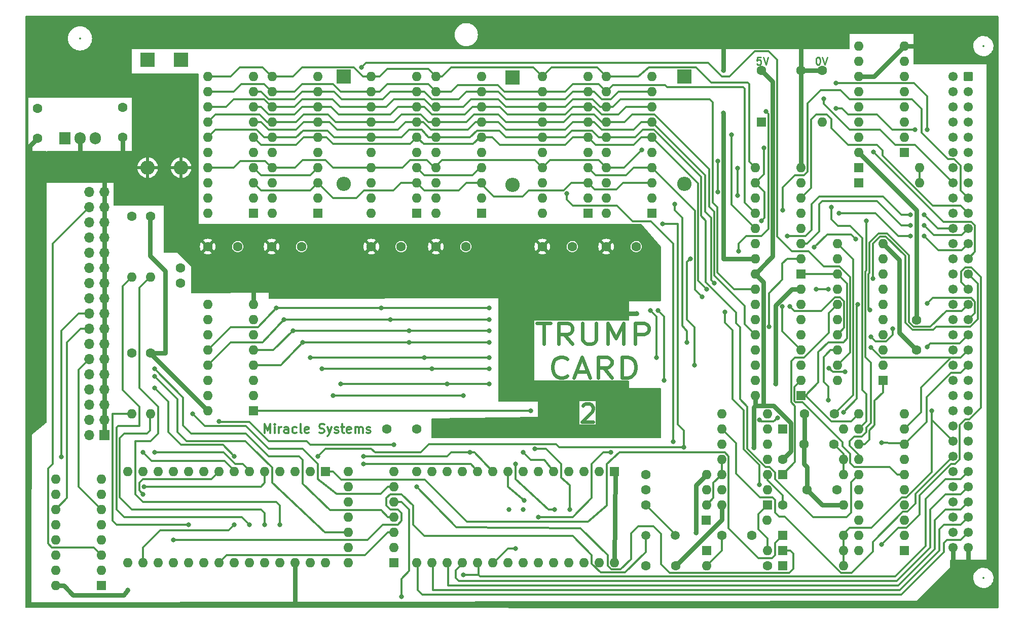
<source format=gbr>
%TF.GenerationSoftware,KiCad,Pcbnew,8.0.3+1*%
%TF.CreationDate,2024-07-26T18:12:46+02:00*%
%TF.ProjectId,ql_trump_v2_disk_interface,716c5f74-7275-46d7-905f-76325f646973,01*%
%TF.SameCoordinates,Original*%
%TF.FileFunction,Copper,L1,Top*%
%TF.FilePolarity,Positive*%
%FSLAX46Y46*%
G04 Gerber Fmt 4.6, Leading zero omitted, Abs format (unit mm)*
G04 Created by KiCad (PCBNEW 8.0.3+1) date 2024-07-26 18:12:46*
%MOMM*%
%LPD*%
G01*
G04 APERTURE LIST*
G04 Aperture macros list*
%AMRoundRect*
0 Rectangle with rounded corners*
0 $1 Rounding radius*
0 $2 $3 $4 $5 $6 $7 $8 $9 X,Y pos of 4 corners*
0 Add a 4 corners polygon primitive as box body*
4,1,4,$2,$3,$4,$5,$6,$7,$8,$9,$2,$3,0*
0 Add four circle primitives for the rounded corners*
1,1,$1+$1,$2,$3*
1,1,$1+$1,$4,$5*
1,1,$1+$1,$6,$7*
1,1,$1+$1,$8,$9*
0 Add four rect primitives between the rounded corners*
20,1,$1+$1,$2,$3,$4,$5,0*
20,1,$1+$1,$4,$5,$6,$7,0*
20,1,$1+$1,$6,$7,$8,$9,0*
20,1,$1+$1,$8,$9,$2,$3,0*%
G04 Aperture macros list end*
%ADD10C,0.300000*%
%TA.AperFunction,NonConductor*%
%ADD11C,0.300000*%
%TD*%
%ADD12C,0.600000*%
%TA.AperFunction,NonConductor*%
%ADD13C,0.600000*%
%TD*%
%ADD14C,0.250000*%
%TA.AperFunction,NonConductor*%
%ADD15C,0.250000*%
%TD*%
%TA.AperFunction,ComponentPad*%
%ADD16R,1.905000X2.000000*%
%TD*%
%TA.AperFunction,ComponentPad*%
%ADD17O,1.905000X2.000000*%
%TD*%
%TA.AperFunction,ComponentPad*%
%ADD18R,1.600000X1.600000*%
%TD*%
%TA.AperFunction,ComponentPad*%
%ADD19O,1.600000X1.600000*%
%TD*%
%TA.AperFunction,ComponentPad*%
%ADD20C,1.600000*%
%TD*%
%TA.AperFunction,ComponentPad*%
%ADD21R,2.400000X2.400000*%
%TD*%
%TA.AperFunction,ComponentPad*%
%ADD22O,2.400000X2.400000*%
%TD*%
%TA.AperFunction,ComponentPad*%
%ADD23RoundRect,0.249999X-0.525001X0.525001X-0.525001X-0.525001X0.525001X-0.525001X0.525001X0.525001X0*%
%TD*%
%TA.AperFunction,ComponentPad*%
%ADD24C,1.550000*%
%TD*%
%TA.AperFunction,ComponentPad*%
%ADD25C,1.500000*%
%TD*%
%TA.AperFunction,ComponentPad*%
%ADD26R,1.700000X1.700000*%
%TD*%
%TA.AperFunction,ComponentPad*%
%ADD27O,1.700000X1.700000*%
%TD*%
%TA.AperFunction,ViaPad*%
%ADD28C,0.800000*%
%TD*%
%TA.AperFunction,ViaPad*%
%ADD29C,1.600000*%
%TD*%
%TA.AperFunction,Conductor*%
%ADD30C,0.750000*%
%TD*%
%TA.AperFunction,Conductor*%
%ADD31C,0.500000*%
%TD*%
%TA.AperFunction,Conductor*%
%ADD32C,0.350000*%
%TD*%
%ADD33C,0.350000*%
G04 APERTURE END LIST*
D10*
D11*
X78808571Y-114089328D02*
X78808571Y-112589328D01*
X78808571Y-112589328D02*
X79308571Y-113660757D01*
X79308571Y-113660757D02*
X79808571Y-112589328D01*
X79808571Y-112589328D02*
X79808571Y-114089328D01*
X80522857Y-114089328D02*
X80522857Y-113089328D01*
X80522857Y-112589328D02*
X80451429Y-112660757D01*
X80451429Y-112660757D02*
X80522857Y-112732185D01*
X80522857Y-112732185D02*
X80594286Y-112660757D01*
X80594286Y-112660757D02*
X80522857Y-112589328D01*
X80522857Y-112589328D02*
X80522857Y-112732185D01*
X81237143Y-114089328D02*
X81237143Y-113089328D01*
X81237143Y-113375042D02*
X81308572Y-113232185D01*
X81308572Y-113232185D02*
X81380001Y-113160757D01*
X81380001Y-113160757D02*
X81522858Y-113089328D01*
X81522858Y-113089328D02*
X81665715Y-113089328D01*
X82808572Y-114089328D02*
X82808572Y-113303614D01*
X82808572Y-113303614D02*
X82737143Y-113160757D01*
X82737143Y-113160757D02*
X82594286Y-113089328D01*
X82594286Y-113089328D02*
X82308572Y-113089328D01*
X82308572Y-113089328D02*
X82165714Y-113160757D01*
X82808572Y-114017900D02*
X82665714Y-114089328D01*
X82665714Y-114089328D02*
X82308572Y-114089328D01*
X82308572Y-114089328D02*
X82165714Y-114017900D01*
X82165714Y-114017900D02*
X82094286Y-113875042D01*
X82094286Y-113875042D02*
X82094286Y-113732185D01*
X82094286Y-113732185D02*
X82165714Y-113589328D01*
X82165714Y-113589328D02*
X82308572Y-113517900D01*
X82308572Y-113517900D02*
X82665714Y-113517900D01*
X82665714Y-113517900D02*
X82808572Y-113446471D01*
X84165715Y-114017900D02*
X84022857Y-114089328D01*
X84022857Y-114089328D02*
X83737143Y-114089328D01*
X83737143Y-114089328D02*
X83594286Y-114017900D01*
X83594286Y-114017900D02*
X83522857Y-113946471D01*
X83522857Y-113946471D02*
X83451429Y-113803614D01*
X83451429Y-113803614D02*
X83451429Y-113375042D01*
X83451429Y-113375042D02*
X83522857Y-113232185D01*
X83522857Y-113232185D02*
X83594286Y-113160757D01*
X83594286Y-113160757D02*
X83737143Y-113089328D01*
X83737143Y-113089328D02*
X84022857Y-113089328D01*
X84022857Y-113089328D02*
X84165715Y-113160757D01*
X85022857Y-114089328D02*
X84880000Y-114017900D01*
X84880000Y-114017900D02*
X84808571Y-113875042D01*
X84808571Y-113875042D02*
X84808571Y-112589328D01*
X86165714Y-114017900D02*
X86022857Y-114089328D01*
X86022857Y-114089328D02*
X85737143Y-114089328D01*
X85737143Y-114089328D02*
X85594285Y-114017900D01*
X85594285Y-114017900D02*
X85522857Y-113875042D01*
X85522857Y-113875042D02*
X85522857Y-113303614D01*
X85522857Y-113303614D02*
X85594285Y-113160757D01*
X85594285Y-113160757D02*
X85737143Y-113089328D01*
X85737143Y-113089328D02*
X86022857Y-113089328D01*
X86022857Y-113089328D02*
X86165714Y-113160757D01*
X86165714Y-113160757D02*
X86237143Y-113303614D01*
X86237143Y-113303614D02*
X86237143Y-113446471D01*
X86237143Y-113446471D02*
X85522857Y-113589328D01*
X87951428Y-114017900D02*
X88165714Y-114089328D01*
X88165714Y-114089328D02*
X88522856Y-114089328D01*
X88522856Y-114089328D02*
X88665714Y-114017900D01*
X88665714Y-114017900D02*
X88737142Y-113946471D01*
X88737142Y-113946471D02*
X88808571Y-113803614D01*
X88808571Y-113803614D02*
X88808571Y-113660757D01*
X88808571Y-113660757D02*
X88737142Y-113517900D01*
X88737142Y-113517900D02*
X88665714Y-113446471D01*
X88665714Y-113446471D02*
X88522856Y-113375042D01*
X88522856Y-113375042D02*
X88237142Y-113303614D01*
X88237142Y-113303614D02*
X88094285Y-113232185D01*
X88094285Y-113232185D02*
X88022856Y-113160757D01*
X88022856Y-113160757D02*
X87951428Y-113017900D01*
X87951428Y-113017900D02*
X87951428Y-112875042D01*
X87951428Y-112875042D02*
X88022856Y-112732185D01*
X88022856Y-112732185D02*
X88094285Y-112660757D01*
X88094285Y-112660757D02*
X88237142Y-112589328D01*
X88237142Y-112589328D02*
X88594285Y-112589328D01*
X88594285Y-112589328D02*
X88808571Y-112660757D01*
X89308570Y-113089328D02*
X89665713Y-114089328D01*
X90022856Y-113089328D02*
X89665713Y-114089328D01*
X89665713Y-114089328D02*
X89522856Y-114446471D01*
X89522856Y-114446471D02*
X89451427Y-114517900D01*
X89451427Y-114517900D02*
X89308570Y-114589328D01*
X90522856Y-114017900D02*
X90665713Y-114089328D01*
X90665713Y-114089328D02*
X90951427Y-114089328D01*
X90951427Y-114089328D02*
X91094284Y-114017900D01*
X91094284Y-114017900D02*
X91165713Y-113875042D01*
X91165713Y-113875042D02*
X91165713Y-113803614D01*
X91165713Y-113803614D02*
X91094284Y-113660757D01*
X91094284Y-113660757D02*
X90951427Y-113589328D01*
X90951427Y-113589328D02*
X90737142Y-113589328D01*
X90737142Y-113589328D02*
X90594284Y-113517900D01*
X90594284Y-113517900D02*
X90522856Y-113375042D01*
X90522856Y-113375042D02*
X90522856Y-113303614D01*
X90522856Y-113303614D02*
X90594284Y-113160757D01*
X90594284Y-113160757D02*
X90737142Y-113089328D01*
X90737142Y-113089328D02*
X90951427Y-113089328D01*
X90951427Y-113089328D02*
X91094284Y-113160757D01*
X91594285Y-113089328D02*
X92165713Y-113089328D01*
X91808570Y-112589328D02*
X91808570Y-113875042D01*
X91808570Y-113875042D02*
X91879999Y-114017900D01*
X91879999Y-114017900D02*
X92022856Y-114089328D01*
X92022856Y-114089328D02*
X92165713Y-114089328D01*
X93237142Y-114017900D02*
X93094285Y-114089328D01*
X93094285Y-114089328D02*
X92808571Y-114089328D01*
X92808571Y-114089328D02*
X92665713Y-114017900D01*
X92665713Y-114017900D02*
X92594285Y-113875042D01*
X92594285Y-113875042D02*
X92594285Y-113303614D01*
X92594285Y-113303614D02*
X92665713Y-113160757D01*
X92665713Y-113160757D02*
X92808571Y-113089328D01*
X92808571Y-113089328D02*
X93094285Y-113089328D01*
X93094285Y-113089328D02*
X93237142Y-113160757D01*
X93237142Y-113160757D02*
X93308571Y-113303614D01*
X93308571Y-113303614D02*
X93308571Y-113446471D01*
X93308571Y-113446471D02*
X92594285Y-113589328D01*
X93951427Y-114089328D02*
X93951427Y-113089328D01*
X93951427Y-113232185D02*
X94022856Y-113160757D01*
X94022856Y-113160757D02*
X94165713Y-113089328D01*
X94165713Y-113089328D02*
X94379999Y-113089328D01*
X94379999Y-113089328D02*
X94522856Y-113160757D01*
X94522856Y-113160757D02*
X94594285Y-113303614D01*
X94594285Y-113303614D02*
X94594285Y-114089328D01*
X94594285Y-113303614D02*
X94665713Y-113160757D01*
X94665713Y-113160757D02*
X94808570Y-113089328D01*
X94808570Y-113089328D02*
X95022856Y-113089328D01*
X95022856Y-113089328D02*
X95165713Y-113160757D01*
X95165713Y-113160757D02*
X95237142Y-113303614D01*
X95237142Y-113303614D02*
X95237142Y-114089328D01*
X95879999Y-114017900D02*
X96022856Y-114089328D01*
X96022856Y-114089328D02*
X96308570Y-114089328D01*
X96308570Y-114089328D02*
X96451427Y-114017900D01*
X96451427Y-114017900D02*
X96522856Y-113875042D01*
X96522856Y-113875042D02*
X96522856Y-113803614D01*
X96522856Y-113803614D02*
X96451427Y-113660757D01*
X96451427Y-113660757D02*
X96308570Y-113589328D01*
X96308570Y-113589328D02*
X96094285Y-113589328D01*
X96094285Y-113589328D02*
X95951427Y-113517900D01*
X95951427Y-113517900D02*
X95879999Y-113375042D01*
X95879999Y-113375042D02*
X95879999Y-113303614D01*
X95879999Y-113303614D02*
X95951427Y-113160757D01*
X95951427Y-113160757D02*
X96094285Y-113089328D01*
X96094285Y-113089328D02*
X96308570Y-113089328D01*
X96308570Y-113089328D02*
X96451427Y-113160757D01*
D12*
D13*
X131984857Y-109513371D02*
X132127714Y-109370514D01*
X132127714Y-109370514D02*
X132413429Y-109227657D01*
X132413429Y-109227657D02*
X133127714Y-109227657D01*
X133127714Y-109227657D02*
X133413429Y-109370514D01*
X133413429Y-109370514D02*
X133556286Y-109513371D01*
X133556286Y-109513371D02*
X133699143Y-109799085D01*
X133699143Y-109799085D02*
X133699143Y-110084800D01*
X133699143Y-110084800D02*
X133556286Y-110513371D01*
X133556286Y-110513371D02*
X131842000Y-112227657D01*
X131842000Y-112227657D02*
X133699143Y-112227657D01*
D12*
D13*
X124334190Y-95727565D02*
X126619904Y-95727565D01*
X125477047Y-99227565D02*
X125477047Y-95727565D01*
X130238952Y-99227565D02*
X128905618Y-97560899D01*
X127953237Y-99227565D02*
X127953237Y-95727565D01*
X127953237Y-95727565D02*
X129477047Y-95727565D01*
X129477047Y-95727565D02*
X129857999Y-95894232D01*
X129857999Y-95894232D02*
X130048476Y-96060899D01*
X130048476Y-96060899D02*
X130238952Y-96394232D01*
X130238952Y-96394232D02*
X130238952Y-96894232D01*
X130238952Y-96894232D02*
X130048476Y-97227565D01*
X130048476Y-97227565D02*
X129857999Y-97394232D01*
X129857999Y-97394232D02*
X129477047Y-97560899D01*
X129477047Y-97560899D02*
X127953237Y-97560899D01*
X131953237Y-95727565D02*
X131953237Y-98560899D01*
X131953237Y-98560899D02*
X132143714Y-98894232D01*
X132143714Y-98894232D02*
X132334190Y-99060899D01*
X132334190Y-99060899D02*
X132715142Y-99227565D01*
X132715142Y-99227565D02*
X133477047Y-99227565D01*
X133477047Y-99227565D02*
X133857999Y-99060899D01*
X133857999Y-99060899D02*
X134048476Y-98894232D01*
X134048476Y-98894232D02*
X134238952Y-98560899D01*
X134238952Y-98560899D02*
X134238952Y-95727565D01*
X136143713Y-99227565D02*
X136143713Y-95727565D01*
X136143713Y-95727565D02*
X137477047Y-98227565D01*
X137477047Y-98227565D02*
X138810380Y-95727565D01*
X138810380Y-95727565D02*
X138810380Y-99227565D01*
X140715142Y-99227565D02*
X140715142Y-95727565D01*
X140715142Y-95727565D02*
X142238952Y-95727565D01*
X142238952Y-95727565D02*
X142619904Y-95894232D01*
X142619904Y-95894232D02*
X142810381Y-96060899D01*
X142810381Y-96060899D02*
X143000857Y-96394232D01*
X143000857Y-96394232D02*
X143000857Y-96894232D01*
X143000857Y-96894232D02*
X142810381Y-97227565D01*
X142810381Y-97227565D02*
X142619904Y-97394232D01*
X142619904Y-97394232D02*
X142238952Y-97560899D01*
X142238952Y-97560899D02*
X140715142Y-97560899D01*
X129381810Y-104529036D02*
X129191334Y-104695703D01*
X129191334Y-104695703D02*
X128619905Y-104862369D01*
X128619905Y-104862369D02*
X128238953Y-104862369D01*
X128238953Y-104862369D02*
X127667524Y-104695703D01*
X127667524Y-104695703D02*
X127286572Y-104362369D01*
X127286572Y-104362369D02*
X127096095Y-104029036D01*
X127096095Y-104029036D02*
X126905619Y-103362369D01*
X126905619Y-103362369D02*
X126905619Y-102862369D01*
X126905619Y-102862369D02*
X127096095Y-102195703D01*
X127096095Y-102195703D02*
X127286572Y-101862369D01*
X127286572Y-101862369D02*
X127667524Y-101529036D01*
X127667524Y-101529036D02*
X128238953Y-101362369D01*
X128238953Y-101362369D02*
X128619905Y-101362369D01*
X128619905Y-101362369D02*
X129191334Y-101529036D01*
X129191334Y-101529036D02*
X129381810Y-101695703D01*
X130905619Y-103862369D02*
X132810381Y-103862369D01*
X130524667Y-104862369D02*
X131858000Y-101362369D01*
X131858000Y-101362369D02*
X133191334Y-104862369D01*
X136810381Y-104862369D02*
X135477047Y-103195703D01*
X134524666Y-104862369D02*
X134524666Y-101362369D01*
X134524666Y-101362369D02*
X136048476Y-101362369D01*
X136048476Y-101362369D02*
X136429428Y-101529036D01*
X136429428Y-101529036D02*
X136619905Y-101695703D01*
X136619905Y-101695703D02*
X136810381Y-102029036D01*
X136810381Y-102029036D02*
X136810381Y-102529036D01*
X136810381Y-102529036D02*
X136619905Y-102862369D01*
X136619905Y-102862369D02*
X136429428Y-103029036D01*
X136429428Y-103029036D02*
X136048476Y-103195703D01*
X136048476Y-103195703D02*
X134524666Y-103195703D01*
X138524666Y-104862369D02*
X138524666Y-101362369D01*
X138524666Y-101362369D02*
X139477047Y-101362369D01*
X139477047Y-101362369D02*
X140048476Y-101529036D01*
X140048476Y-101529036D02*
X140429428Y-101862369D01*
X140429428Y-101862369D02*
X140619905Y-102195703D01*
X140619905Y-102195703D02*
X140810381Y-102862369D01*
X140810381Y-102862369D02*
X140810381Y-103362369D01*
X140810381Y-103362369D02*
X140619905Y-104029036D01*
X140619905Y-104029036D02*
X140429428Y-104362369D01*
X140429428Y-104362369D02*
X140048476Y-104695703D01*
X140048476Y-104695703D02*
X139477047Y-104862369D01*
X139477047Y-104862369D02*
X138524666Y-104862369D01*
D14*
D15*
X161699428Y-51258273D02*
X161104190Y-51258273D01*
X161104190Y-51258273D02*
X161044666Y-51853511D01*
X161044666Y-51853511D02*
X161104190Y-51793988D01*
X161104190Y-51793988D02*
X161223237Y-51734464D01*
X161223237Y-51734464D02*
X161520856Y-51734464D01*
X161520856Y-51734464D02*
X161639904Y-51793988D01*
X161639904Y-51793988D02*
X161699428Y-51853511D01*
X161699428Y-51853511D02*
X161758951Y-51972559D01*
X161758951Y-51972559D02*
X161758951Y-52270178D01*
X161758951Y-52270178D02*
X161699428Y-52389226D01*
X161699428Y-52389226D02*
X161639904Y-52448750D01*
X161639904Y-52448750D02*
X161520856Y-52508273D01*
X161520856Y-52508273D02*
X161223237Y-52508273D01*
X161223237Y-52508273D02*
X161104190Y-52448750D01*
X161104190Y-52448750D02*
X161044666Y-52389226D01*
X162116094Y-51258273D02*
X162532761Y-52508273D01*
X162532761Y-52508273D02*
X162949427Y-51258273D01*
X171223238Y-51258273D02*
X171342285Y-51258273D01*
X171342285Y-51258273D02*
X171461333Y-51317797D01*
X171461333Y-51317797D02*
X171520857Y-51377321D01*
X171520857Y-51377321D02*
X171580381Y-51496369D01*
X171580381Y-51496369D02*
X171639904Y-51734464D01*
X171639904Y-51734464D02*
X171639904Y-52032083D01*
X171639904Y-52032083D02*
X171580381Y-52270178D01*
X171580381Y-52270178D02*
X171520857Y-52389226D01*
X171520857Y-52389226D02*
X171461333Y-52448750D01*
X171461333Y-52448750D02*
X171342285Y-52508273D01*
X171342285Y-52508273D02*
X171223238Y-52508273D01*
X171223238Y-52508273D02*
X171104190Y-52448750D01*
X171104190Y-52448750D02*
X171044666Y-52389226D01*
X171044666Y-52389226D02*
X170985143Y-52270178D01*
X170985143Y-52270178D02*
X170925619Y-52032083D01*
X170925619Y-52032083D02*
X170925619Y-51734464D01*
X170925619Y-51734464D02*
X170985143Y-51496369D01*
X170985143Y-51496369D02*
X171044666Y-51377321D01*
X171044666Y-51377321D02*
X171104190Y-51317797D01*
X171104190Y-51317797D02*
X171223238Y-51258273D01*
X171997047Y-51258273D02*
X172413714Y-52508273D01*
X172413714Y-52508273D02*
X172830380Y-51258273D01*
D16*
%TO.P,U18,1,VI*%
%TO.N,+9V*%
X45466000Y-64793000D03*
D17*
%TO.P,U18,2,GND*%
%TO.N,GND*%
X48006000Y-64793000D03*
%TO.P,U18,3,VO*%
%TO.N,+5V*%
X50546000Y-64793000D03*
%TD*%
D18*
%TO.P,U6,1,S*%
%TO.N,/MUX*%
X168402000Y-87503000D03*
D19*
%TO.P,U6,2,I0a*%
%TO.N,/A7*%
X168402000Y-84963000D03*
%TO.P,U6,3,I1a*%
%TO.N,/A5*%
X168402000Y-82423000D03*
%TO.P,U6,4,Za*%
%TO.N,/MA2*%
X168402000Y-79883000D03*
%TO.P,U6,5,I0b*%
%TO.N,/A6*%
X168402000Y-77343000D03*
%TO.P,U6,6,I1b*%
%TO.N,/A4*%
X168402000Y-74803000D03*
%TO.P,U6,7,Zb*%
%TO.N,/MA3*%
X168402000Y-72263000D03*
%TO.P,U6,8,GND*%
%TO.N,GND*%
X168402000Y-69723000D03*
%TO.P,U6,9,Zc*%
%TO.N,/MA4*%
X160782000Y-69723000D03*
%TO.P,U6,10,I1c*%
%TO.N,/A2*%
X160782000Y-72263000D03*
%TO.P,U6,11,I0c*%
%TO.N,/A3*%
X160782000Y-74803000D03*
%TO.P,U6,12,Zd*%
%TO.N,/MA5*%
X160782000Y-77343000D03*
%TO.P,U6,13,I1d*%
%TO.N,/A1*%
X160782000Y-79883000D03*
%TO.P,U6,14,I0d*%
%TO.N,/A0*%
X160782000Y-82423000D03*
%TO.P,U6,15,E*%
%TO.N,GND*%
X160782000Y-84963000D03*
%TO.P,U6,16,VCC*%
%TO.N,+5V*%
X160782000Y-87503000D03*
%TD*%
D20*
%TO.P,C3,1*%
%TO.N,Net-(C3-Pad1)*%
X173910000Y-115951000D03*
%TO.P,C3,2*%
%TO.N,GND*%
X168910000Y-115951000D03*
%TD*%
%TO.P,C15,1*%
%TO.N,+9V*%
X40894000Y-59793000D03*
%TO.P,C15,2*%
%TO.N,GND*%
X40894000Y-64793000D03*
%TD*%
D21*
%TO.P,C25,1*%
%TO.N,+5V*%
X148982500Y-54483000D03*
D22*
%TO.P,C25,2*%
%TO.N,GND*%
X148982500Y-72483000D03*
%TD*%
D18*
%TO.P,U10,1,D0*%
%TO.N,/D4*%
X104257000Y-77338000D03*
D19*
%TO.P,U10,2,D1*%
%TO.N,/D5*%
X104257000Y-74798000D03*
%TO.P,U10,3,~{WR}*%
%TO.N,/RW*%
X104257000Y-72258000D03*
%TO.P,U10,4,~{RAS}*%
%TO.N,/RAS1*%
X104257000Y-69718000D03*
%TO.P,U10,5,N.C.*%
%TO.N,unconnected-(U10-Pad5)*%
X104257000Y-67178000D03*
%TO.P,U10,6,A0*%
%TO.N,/MA0*%
X104257000Y-64638000D03*
%TO.P,U10,7,A1*%
%TO.N,/MA1*%
X104257000Y-62098000D03*
%TO.P,U10,8,A2*%
%TO.N,/MA2*%
X104257000Y-59558000D03*
%TO.P,U10,9,A3*%
%TO.N,/MA3*%
X104257000Y-57018000D03*
%TO.P,U10,10,VCC*%
%TO.N,+5V*%
X104257000Y-54478000D03*
%TO.P,U10,11,A4*%
%TO.N,/MA4*%
X96637000Y-54478000D03*
%TO.P,U10,12,A5*%
%TO.N,/MA5*%
X96637000Y-57018000D03*
%TO.P,U10,13,A6*%
%TO.N,/MA6*%
X96637000Y-59558000D03*
%TO.P,U10,14,A7*%
%TO.N,/MA7*%
X96637000Y-62098000D03*
%TO.P,U10,15,A8*%
%TO.N,/MA8*%
X96637000Y-64638000D03*
%TO.P,U10,16,~{OE}*%
%TO.N,GND*%
X96637000Y-67178000D03*
%TO.P,U10,17,~{CAS}*%
%TO.N,/CAS*%
X96637000Y-69718000D03*
%TO.P,U10,18,D2*%
%TO.N,/D6*%
X96637000Y-72258000D03*
%TO.P,U10,19,D3*%
%TO.N,/D7*%
X96637000Y-74798000D03*
%TO.P,U10,20,GND*%
%TO.N,GND*%
X96637000Y-77338000D03*
%TD*%
D20*
%TO.P,R4,1*%
%TO.N,Net-(C2-Pad2)*%
X142494000Y-121031000D03*
D19*
%TO.P,R4,2*%
%TO.N,GND*%
X152654000Y-121031000D03*
%TD*%
D18*
%TO.P,U2,1,I1/CLK*%
%TO.N,Net-(U1-Pad13)*%
X182118000Y-105283000D03*
D19*
%TO.P,U2,2,I2*%
%TO.N,/A19*%
X182118000Y-102743000D03*
%TO.P,U2,3,I3*%
%TO.N,/A18*%
X182118000Y-100203000D03*
%TO.P,U2,4,I4*%
%TO.N,/A17*%
X182118000Y-97663000D03*
%TO.P,U2,5,I5*%
%TO.N,/DS*%
X182118000Y-95123000D03*
%TO.P,U2,6,I6*%
%TO.N,Net-(U2-Pad6)*%
X182118000Y-92583000D03*
%TO.P,U2,7,I7*%
%TO.N,Net-(U2-Pad7)*%
X182118000Y-90043000D03*
%TO.P,U2,8,I8*%
%TO.N,Net-(U2-Pad8)*%
X182118000Y-87503000D03*
%TO.P,U2,9,I9*%
%TO.N,/GAL2_P9*%
X182118000Y-84963000D03*
%TO.P,U2,10,GND*%
%TO.N,GND*%
X182118000Y-82423000D03*
%TO.P,U2,11,I10/~{OE}*%
%TO.N,Net-(C2-Pad2)*%
X174498000Y-82423000D03*
%TO.P,U2,12,IO8*%
%TO.N,/CAS*%
X174498000Y-84963000D03*
%TO.P,U2,13,IO7*%
%TO.N,/MUX*%
X174498000Y-87503000D03*
%TO.P,U2,14,IO6*%
%TO.N,Net-(D3-Pad1)*%
X174498000Y-90043000D03*
%TO.P,U2,15,IO5*%
%TO.N,/GAL2_P15*%
X174498000Y-92583000D03*
%TO.P,U2,16,IO4*%
%TO.N,Net-(D2-Pad1)*%
X174498000Y-95123000D03*
%TO.P,U2,17,I03*%
%TO.N,/RAS2*%
X174498000Y-97663000D03*
%TO.P,U2,18,IO2*%
%TO.N,/RAS1*%
X174498000Y-100203000D03*
%TO.P,U2,19,IO1*%
%TO.N,/RAS0*%
X174498000Y-102743000D03*
%TO.P,U2,20,VCC*%
%TO.N,+5V*%
X174498000Y-105283000D03*
%TD*%
D18*
%TO.P,U7,1,D0*%
%TO.N,/D0*%
X143510000Y-77343000D03*
D19*
%TO.P,U7,2,D1*%
%TO.N,/D1*%
X143510000Y-74803000D03*
%TO.P,U7,3,~{WR}*%
%TO.N,/RW*%
X143510000Y-72263000D03*
%TO.P,U7,4,~{RAS}*%
%TO.N,/RAS2*%
X143510000Y-69723000D03*
%TO.P,U7,5,N.C.*%
%TO.N,unconnected-(U7-Pad5)*%
X143510000Y-67183000D03*
%TO.P,U7,6,A0*%
%TO.N,/MA0*%
X143510000Y-64643000D03*
%TO.P,U7,7,A1*%
%TO.N,/MA1*%
X143510000Y-62103000D03*
%TO.P,U7,8,A2*%
%TO.N,/MA2*%
X143510000Y-59563000D03*
%TO.P,U7,9,A3*%
%TO.N,/MA3*%
X143510000Y-57023000D03*
%TO.P,U7,10,VCC*%
%TO.N,+5V*%
X143510000Y-54483000D03*
%TO.P,U7,11,A4*%
%TO.N,/MA4*%
X135890000Y-54483000D03*
%TO.P,U7,12,A5*%
%TO.N,/MA5*%
X135890000Y-57023000D03*
%TO.P,U7,13,A6*%
%TO.N,/MA6*%
X135890000Y-59563000D03*
%TO.P,U7,14,A7*%
%TO.N,/MA7*%
X135890000Y-62103000D03*
%TO.P,U7,15,A8*%
%TO.N,/MA8*%
X135890000Y-64643000D03*
%TO.P,U7,16,~{OE}*%
%TO.N,GND*%
X135890000Y-67183000D03*
%TO.P,U7,17,~{CAS}*%
%TO.N,/CAS*%
X135890000Y-69723000D03*
%TO.P,U7,18,D2*%
%TO.N,/D2*%
X135890000Y-72263000D03*
%TO.P,U7,19,D3*%
%TO.N,/D3*%
X135890000Y-74803000D03*
%TO.P,U7,20,GND*%
%TO.N,GND*%
X135890000Y-77343000D03*
%TD*%
D18*
%TO.P,U14,1,VPP*%
%TO.N,+5V*%
X137287000Y-120523000D03*
D19*
%TO.P,U14,2,A12*%
%TO.N,/A12*%
X134747000Y-120523000D03*
%TO.P,U14,3,A7*%
%TO.N,/A7*%
X132207000Y-120523000D03*
%TO.P,U14,4,A6*%
%TO.N,/A6*%
X129667000Y-120523000D03*
%TO.P,U14,5,A5*%
%TO.N,/A5*%
X127127000Y-120523000D03*
%TO.P,U14,6,A4*%
%TO.N,/A4*%
X124587000Y-120523000D03*
%TO.P,U14,7,A3*%
%TO.N,/A3*%
X122047000Y-120523000D03*
%TO.P,U14,8,A2*%
%TO.N,/A2*%
X119507000Y-120523000D03*
%TO.P,U14,9,A1*%
%TO.N,/A1*%
X116967000Y-120523000D03*
%TO.P,U14,10,A0*%
%TO.N,/A0*%
X114427000Y-120523000D03*
%TO.P,U14,11,D0*%
%TO.N,/D0*%
X111887000Y-120523000D03*
%TO.P,U14,12,D1*%
%TO.N,/D1*%
X109347000Y-120523000D03*
%TO.P,U14,13,D2*%
%TO.N,/D2*%
X106807000Y-120523000D03*
%TO.P,U14,14,GND*%
%TO.N,GND*%
X104267000Y-120523000D03*
%TO.P,U14,15,D3*%
%TO.N,/D3*%
X104267000Y-135763000D03*
%TO.P,U14,16,D4*%
%TO.N,/D4*%
X106807000Y-135763000D03*
%TO.P,U14,17,D5*%
%TO.N,/D5*%
X109347000Y-135763000D03*
%TO.P,U14,18,D6*%
%TO.N,/D6*%
X111887000Y-135763000D03*
%TO.P,U14,19,D7*%
%TO.N,/D7*%
X114427000Y-135763000D03*
%TO.P,U14,20,~{CE}*%
%TO.N,/ROM_CE*%
X116967000Y-135763000D03*
%TO.P,U14,21,A10*%
%TO.N,/A10*%
X119507000Y-135763000D03*
%TO.P,U14,22,~{OE}*%
%TO.N,/ROM_OE*%
X122047000Y-135763000D03*
%TO.P,U14,23,A11*%
%TO.N,/A11*%
X124587000Y-135763000D03*
%TO.P,U14,24,A9*%
%TO.N,/A9*%
X127127000Y-135763000D03*
%TO.P,U14,25,A8*%
%TO.N,/A8*%
X129667000Y-135763000D03*
%TO.P,U14,26,A13*%
%TO.N,/A13*%
X132207000Y-135763000D03*
%TO.P,U14,27,A14*%
%TO.N,/A14*%
X134747000Y-135763000D03*
%TO.P,U14,28,VCC*%
%TO.N,+5V*%
X137287000Y-135763000D03*
%TD*%
D18*
%TO.P,D8,1,K*%
%TO.N,/ROM_CE*%
X165354000Y-136271000D03*
D19*
%TO.P,D8,2,A*%
%TO.N,/DTACKL*%
X175514000Y-136271000D03*
%TD*%
D23*
%TO.P,J1,a1,Vin*%
%TO.N,+9V*%
X196342000Y-54483000D03*
D24*
%TO.P,J1,a2,-12V*%
%TO.N,unconnected-(J1-Pada2)*%
X196342000Y-57023000D03*
%TO.P,J1,a3,+12V*%
%TO.N,unconnected-(J1-Pada3)*%
X196342000Y-59563000D03*
%TO.P,J1,a4,SP0*%
%TO.N,/SP0*%
X196342000Y-62103000D03*
%TO.P,J1,a5,SP1*%
%TO.N,/SP1*%
X196342000Y-64643000D03*
%TO.P,J1,a6,~{DSMC}*%
%TO.N,/DSMC*%
X196342000Y-67183000D03*
%TO.P,J1,a7,SP2*%
%TO.N,/SP2*%
X196342000Y-69723000D03*
%TO.P,J1,a8,~{DBG}*%
%TO.N,unconnected-(J1-Pada8)*%
X196342000Y-72263000D03*
%TO.P,J1,a9,A3*%
%TO.N,/A3*%
X196342000Y-74803000D03*
%TO.P,J1,a10,A4*%
%TO.N,/A4*%
X196342000Y-77343000D03*
%TO.P,J1,a11,A5*%
%TO.N,/A5*%
X196342000Y-79883000D03*
%TO.P,J1,a12,A6*%
%TO.N,/A6*%
X196342000Y-82423000D03*
%TO.P,J1,a13,A7*%
%TO.N,/A7*%
X196342000Y-84963000D03*
%TO.P,J1,a14,A8*%
%TO.N,/A8*%
X196342000Y-87503000D03*
%TO.P,J1,a15,A9*%
%TO.N,/A9*%
X196342000Y-90043000D03*
%TO.P,J1,a16,A10*%
%TO.N,/A10*%
X196342000Y-92583000D03*
%TO.P,J1,a17,A11*%
%TO.N,/A11*%
X196342000Y-95123000D03*
%TO.P,J1,a18,A12*%
%TO.N,/A12*%
X196342000Y-97663000D03*
%TO.P,J1,a19,A13*%
%TO.N,/A13*%
X196342000Y-100203000D03*
%TO.P,J1,a20,A14*%
%TO.N,/A14*%
X196342000Y-102743000D03*
%TO.P,J1,a21,RED*%
%TO.N,unconnected-(J1-Pada21)*%
X196342000Y-105283000D03*
%TO.P,J1,a22,CLKCPU*%
%TO.N,unconnected-(J1-Pada22)*%
X196342000Y-107823000D03*
%TO.P,J1,a23,A16*%
%TO.N,/A16*%
X196342000Y-110363000D03*
%TO.P,J1,a24,A17*%
%TO.N,/A17*%
X196342000Y-112903000D03*
%TO.P,J1,a25,A18*%
%TO.N,/A18*%
X196342000Y-115443000D03*
%TO.P,J1,a26,A19*%
%TO.N,/A19*%
X196342000Y-117983000D03*
%TO.P,J1,a27,D7*%
%TO.N,/D7*%
X196342000Y-120523000D03*
%TO.P,J1,a28,D6*%
%TO.N,/D6*%
X196342000Y-123063000D03*
%TO.P,J1,a29,D5*%
%TO.N,/D5*%
X196342000Y-125603000D03*
%TO.P,J1,a30,D4*%
%TO.N,/D4*%
X196342000Y-128143000D03*
%TO.P,J1,a31,D3*%
%TO.N,/D3*%
X196342000Y-130683000D03*
%TO.P,J1,a32,GND*%
%TO.N,GND*%
X196342000Y-133223000D03*
%TO.P,J1,b1,Vin*%
%TO.N,+9V*%
X193802000Y-54483000D03*
%TO.P,J1,b2,Vin*%
X193802000Y-57023000D03*
%TO.P,J1,b3,~{EXTINT}*%
%TO.N,/EXTINTL*%
X193802000Y-59563000D03*
%TO.P,J1,b4,~{IPL1}*%
%TO.N,unconnected-(J1-Padb4)*%
X193802000Y-62103000D03*
%TO.P,J1,b5,~{BERR}*%
%TO.N,unconnected-(J1-Padb5)*%
X193802000Y-64643000D03*
%TO.P,J1,b6,~{IPLO}*%
%TO.N,unconnected-(J1-Padb6)*%
X193802000Y-67183000D03*
%TO.P,J1,b7,SP3*%
%TO.N,/SP3*%
X193802000Y-69723000D03*
%TO.P,J1,b8,A2*%
%TO.N,/A2*%
X193802000Y-72263000D03*
%TO.P,J1,b9,G9*%
%TO.N,/A1*%
X193802000Y-74803000D03*
%TO.P,J1,b10,ROMOEH*%
%TO.N,unconnected-(J1-Padb10)*%
X193802000Y-77343000D03*
%TO.P,J1,b11,A0*%
%TO.N,/A0*%
X193802000Y-79883000D03*
%TO.P,J1,b12,FC0*%
%TO.N,unconnected-(J1-Padb12)*%
X193802000Y-82423000D03*
%TO.P,J1,b13,FC1*%
%TO.N,unconnected-(J1-Padb13)*%
X193802000Y-84963000D03*
%TO.P,J1,b14,FC2*%
%TO.N,unconnected-(J1-Padb14)*%
X193802000Y-87503000D03*
%TO.P,J1,b15,BLUE*%
%TO.N,unconnected-(J1-Padb15)*%
X193802000Y-90043000D03*
%TO.P,J1,b16,GREEN*%
%TO.N,unconnected-(J1-Padb16)*%
X193802000Y-92583000D03*
%TO.P,J1,b17,~{VPA}*%
%TO.N,/VPA*%
X193802000Y-95123000D03*
%TO.P,J1,b18,VSYNCH*%
%TO.N,unconnected-(J1-Padb18)*%
X193802000Y-97663000D03*
%TO.P,J1,b19,E*%
%TO.N,/E*%
X193802000Y-100203000D03*
%TO.P,J1,b20,~{CSYNC}*%
%TO.N,unconnected-(J1-Padb20)*%
X193802000Y-102743000D03*
%TO.P,J1,b21,~{RESETCPU}*%
%TO.N,/RESET*%
X193802000Y-105283000D03*
%TO.P,J1,b22,A15*%
%TO.N,/A15*%
X193802000Y-107823000D03*
%TO.P,J1,b23,~{BR}*%
%TO.N,unconnected-(J1-Padb23)*%
X193802000Y-110363000D03*
%TO.P,J1,b24,~{BG}*%
%TO.N,unconnected-(J1-Padb24)*%
X193802000Y-112903000D03*
%TO.P,J1,b25,~{DTACK}*%
%TO.N,/DTACKL*%
X193802000Y-115443000D03*
%TO.P,J1,b26,~{DRW}*%
%TO.N,/RW*%
X193802000Y-117983000D03*
%TO.P,J1,b27,~{DS}*%
%TO.N,/DS*%
X193802000Y-120523000D03*
%TO.P,J1,b28,~{AS}*%
%TO.N,unconnected-(J1-Padb28)*%
X193802000Y-123063000D03*
%TO.P,J1,b29,D0*%
%TO.N,/D0*%
X193802000Y-125603000D03*
%TO.P,J1,b30,D1*%
%TO.N,/D1*%
X193802000Y-128143000D03*
%TO.P,J1,b31,D2*%
%TO.N,/D2*%
X193802000Y-130683000D03*
%TO.P,J1,b32,GND*%
%TO.N,GND*%
X193802000Y-133223000D03*
%TD*%
D25*
%TO.P,Y1,1,1*%
%TO.N,/CLK*%
X142494000Y-131191000D03*
%TO.P,Y1,2,2*%
%TO.N,Net-(R6-Pad1)*%
X147394000Y-131191000D03*
%TD*%
D18*
%TO.P,D10,1,K*%
%TO.N,/CLKCT*%
X152654000Y-133731000D03*
D19*
%TO.P,D10,2,A*%
%TO.N,Net-(C5-Pad1)*%
X162814000Y-133731000D03*
%TD*%
D26*
%TO.P,J2,1,Pin_1*%
%TO.N,GND*%
X52070000Y-114427000D03*
D27*
%TO.P,J2,2,Pin_2*%
%TO.N,unconnected-(J2-Pad2)*%
X49530000Y-114427000D03*
%TO.P,J2,3,Pin_3*%
%TO.N,GND*%
X52070000Y-111887000D03*
%TO.P,J2,4,Pin_4*%
%TO.N,unconnected-(J2-Pad4)*%
X49530000Y-111887000D03*
%TO.P,J2,5,Pin_5*%
%TO.N,GND*%
X52070000Y-109347000D03*
%TO.P,J2,6,Pin_6*%
%TO.N,/DS3*%
X49530000Y-109347000D03*
%TO.P,J2,7,Pin_7*%
%TO.N,GND*%
X52070000Y-106807000D03*
%TO.P,J2,8,Pin_8*%
%TO.N,/FDC_IP*%
X49530000Y-106807000D03*
%TO.P,J2,9,Pin_9*%
%TO.N,GND*%
X52070000Y-104267000D03*
%TO.P,J2,10,Pin_10*%
%TO.N,/DS0*%
X49530000Y-104267000D03*
%TO.P,J2,11,Pin_11*%
%TO.N,GND*%
X52070000Y-101727000D03*
%TO.P,J2,12,Pin_12*%
%TO.N,/DS1*%
X49530000Y-101727000D03*
%TO.P,J2,13,Pin_13*%
%TO.N,GND*%
X52070000Y-99187000D03*
%TO.P,J2,14,Pin_14*%
%TO.N,/DS2*%
X49530000Y-99187000D03*
%TO.P,J2,15,Pin_15*%
%TO.N,GND*%
X52070000Y-96647000D03*
%TO.P,J2,16,Pin_16*%
%TO.N,/MOTOR_ON*%
X49530000Y-96647000D03*
%TO.P,J2,17,Pin_17*%
%TO.N,GND*%
X52070000Y-94107000D03*
%TO.P,J2,18,Pin_18*%
%TO.N,/DIR*%
X49530000Y-94107000D03*
%TO.P,J2,19,Pin_19*%
%TO.N,GND*%
X52070000Y-91567000D03*
%TO.P,J2,20,Pin_20*%
%TO.N,/STEP*%
X49530000Y-91567000D03*
%TO.P,J2,21,Pin_21*%
%TO.N,GND*%
X52070000Y-89027000D03*
%TO.P,J2,22,Pin_22*%
%TO.N,/DATA_WR*%
X49530000Y-89027000D03*
%TO.P,J2,23,Pin_23*%
%TO.N,GND*%
X52070000Y-86487000D03*
%TO.P,J2,24,Pin_24*%
%TO.N,/GATE_WR*%
X49530000Y-86487000D03*
%TO.P,J2,25,Pin_25*%
%TO.N,GND*%
X52070000Y-83947000D03*
%TO.P,J2,26,Pin_26*%
%TO.N,/FDC_T0*%
X49530000Y-83947000D03*
%TO.P,J2,27,Pin_27*%
%TO.N,GND*%
X52070000Y-81407000D03*
%TO.P,J2,28,Pin_28*%
%TO.N,/FDC_WPRT*%
X49530000Y-81407000D03*
%TO.P,J2,29,Pin_29*%
%TO.N,GND*%
X52070000Y-78867000D03*
%TO.P,J2,30,Pin_30*%
%TO.N,/FDC_RD*%
X49530000Y-78867000D03*
%TO.P,J2,31,Pin_31*%
%TO.N,GND*%
X52070000Y-76327000D03*
%TO.P,J2,32,Pin_32*%
%TO.N,/HEAD*%
X49530000Y-76327000D03*
%TO.P,J2,33,Pin_33*%
%TO.N,GND*%
X52070000Y-73787000D03*
%TO.P,J2,34,Pin_34*%
%TO.N,unconnected-(J2-Pad34)*%
X49530000Y-73787000D03*
%TD*%
D20*
%TO.P,J3,1,Pin_1*%
%TO.N,GND*%
X168402000Y-53467000D03*
%TD*%
%TO.P,R3,1*%
%TO.N,+5V*%
X162814000Y-136271000D03*
D19*
%TO.P,R3,2*%
%TO.N,Net-(C5-Pad1)*%
X152654000Y-136271000D03*
%TD*%
D20*
%TO.P,C13,1*%
%TO.N,+5V*%
X55118000Y-59643000D03*
%TO.P,C13,2*%
%TO.N,GND*%
X55118000Y-64643000D03*
%TD*%
%TO.P,C20,1*%
%TO.N,+5V*%
X101647000Y-82931000D03*
%TO.P,C20,2*%
%TO.N,GND*%
X96647000Y-82931000D03*
%TD*%
D18*
%TO.P,U13,1,~{CS}*%
%TO.N,/FDCON_CS*%
X89027000Y-120523000D03*
D19*
%TO.P,U13,2,R/~{W}*%
%TO.N,/RW*%
X86487000Y-120523000D03*
%TO.P,U13,3,A0*%
%TO.N,/A0*%
X83947000Y-120523000D03*
%TO.P,U13,4,A1*%
%TO.N,/A1*%
X81407000Y-120523000D03*
%TO.P,U13,5,DI0*%
%TO.N,/D0*%
X78867000Y-120523000D03*
%TO.P,U13,6,DI1*%
%TO.N,/D1*%
X76327000Y-120523000D03*
%TO.P,U13,7,DI2*%
%TO.N,/D2*%
X73787000Y-120523000D03*
%TO.P,U13,8,DI3*%
%TO.N,/D3*%
X71247000Y-120523000D03*
%TO.P,U13,9,DI4*%
%TO.N,/D4*%
X68707000Y-120523000D03*
%TO.P,U13,10,DI5*%
%TO.N,/D5*%
X66167000Y-120523000D03*
%TO.P,U13,11,DI6*%
%TO.N,/D6*%
X63627000Y-120523000D03*
%TO.P,U13,12,DI7*%
%TO.N,/D7*%
X61087000Y-120523000D03*
%TO.P,U13,13,~{MR}*%
%TO.N,/RESET*%
X58547000Y-120523000D03*
%TO.P,U13,14,GND*%
%TO.N,GND*%
X56007000Y-120523000D03*
%TO.P,U13,15,VCC*%
%TO.N,+5V*%
X56007000Y-135763000D03*
%TO.P,U13,16,STEP*%
%TO.N,/FDC_STEP*%
X58547000Y-135763000D03*
%TO.P,U13,17,DIRC*%
%TO.N,/FDC_DIR*%
X61087000Y-135763000D03*
%TO.P,U13,18,CLK*%
%TO.N,/CLK*%
X63627000Y-135763000D03*
%TO.P,U13,19,~{RD}*%
%TO.N,/FDC_RD*%
X66167000Y-135763000D03*
%TO.P,U13,20,MOTOR*%
%TO.N,unconnected-(U13-Pad20)*%
X68707000Y-135763000D03*
%TO.P,U13,21,WG*%
%TO.N,/FDC_WG*%
X71247000Y-135763000D03*
%TO.P,U13,22,WD*%
%TO.N,/FDC_WD*%
X73787000Y-135763000D03*
%TO.P,U13,23,~{TR00}*%
%TO.N,/FDC_T0*%
X76327000Y-135763000D03*
%TO.P,U13,24,~{IP}*%
%TO.N,/FDC_IP*%
X78867000Y-135763000D03*
%TO.P,U13,25,~{WPRT}*%
%TO.N,/FDC_WPRT*%
X81407000Y-135763000D03*
%TO.P,U13,26,~{DDEN}*%
%TO.N,GND*%
X83947000Y-135763000D03*
%TO.P,U13,27,DRQ*%
%TO.N,unconnected-(U13-Pad27)*%
X86487000Y-135763000D03*
%TO.P,U13,28,INTRQ*%
%TO.N,unconnected-(U13-Pad28)*%
X89027000Y-135763000D03*
%TD*%
D20*
%TO.P,C17,1*%
%TO.N,+5V*%
X140890000Y-82931000D03*
%TO.P,C17,2*%
%TO.N,GND*%
X135890000Y-82931000D03*
%TD*%
%TO.P,C12,1*%
%TO.N,+5V*%
X99227000Y-113411000D03*
%TO.P,C12,2*%
%TO.N,GND*%
X104227000Y-113411000D03*
%TD*%
%TO.P,J5,1,Pin_1*%
%TO.N,+5V*%
X161798000Y-53467000D03*
%TD*%
D18*
%TO.P,D2,1,K*%
%TO.N,Net-(D2-Pad1)*%
X178054000Y-69723000D03*
D19*
%TO.P,D2,2,A*%
%TO.N,/DTACKL*%
X188214000Y-69723000D03*
%TD*%
D20*
%TO.P,R6,1*%
%TO.N,Net-(R6-Pad1)*%
X142494000Y-126111000D03*
D19*
%TO.P,R6,2*%
%TO.N,Net-(R5-Pad1)*%
X152654000Y-126111000D03*
%TD*%
D21*
%TO.P,C16,1*%
%TO.N,+5V*%
X64885500Y-51723000D03*
D22*
%TO.P,C16,2*%
%TO.N,GND*%
X64885500Y-69723000D03*
%TD*%
D20*
%TO.P,J4,1,Pin_1*%
%TO.N,GND*%
X171958000Y-53467000D03*
%TD*%
D18*
%TO.P,U1,1,I1/CLK*%
%TO.N,/DS*%
X185674000Y-133731000D03*
D19*
%TO.P,U1,2,I2*%
%TO.N,/A19*%
X185674000Y-131191000D03*
%TO.P,U1,3,I3*%
%TO.N,/A18*%
X185674000Y-128651000D03*
%TO.P,U1,4,I4*%
%TO.N,/A17*%
X185674000Y-126111000D03*
%TO.P,U1,5,I5*%
%TO.N,/A16*%
X185674000Y-123571000D03*
%TO.P,U1,6,I6*%
%TO.N,/A15*%
X185674000Y-121031000D03*
%TO.P,U1,7,I7*%
%TO.N,/RESET*%
X185674000Y-118491000D03*
%TO.P,U1,8,I8*%
%TO.N,/A14*%
X185674000Y-115951000D03*
%TO.P,U1,9,I9*%
%TO.N,/A13*%
X185674000Y-113411000D03*
%TO.P,U1,10,GND*%
%TO.N,GND*%
X185674000Y-110871000D03*
%TO.P,U1,11,I10/~{OE}*%
%TO.N,/MUX*%
X178054000Y-110871000D03*
%TO.P,U1,12,IO8*%
%TO.N,Net-(D1-Pad2)*%
X178054000Y-113411000D03*
%TO.P,U1,13,IO7*%
%TO.N,Net-(U1-Pad13)*%
X178054000Y-115951000D03*
%TO.P,U1,14,IO6*%
%TO.N,/CLKCT*%
X178054000Y-118491000D03*
%TO.P,U1,15,IO5*%
%TO.N,/MA8*%
X178054000Y-121031000D03*
%TO.P,U1,16,IO4*%
%TO.N,unconnected-(U1-Pad16)*%
X178054000Y-123571000D03*
%TO.P,U1,17,I03*%
%TO.N,/FDCON_CS*%
X178054000Y-126111000D03*
%TO.P,U1,18,IO2*%
%TO.N,/CS175*%
X178054000Y-128651000D03*
%TO.P,U1,19,IO1*%
%TO.N,/ROM_CE*%
X178054000Y-131191000D03*
%TO.P,U1,20,VCC*%
%TO.N,+5V*%
X178054000Y-133731000D03*
%TD*%
D18*
%TO.P,U8,1,D0*%
%TO.N,/D4*%
X132842000Y-77338000D03*
D19*
%TO.P,U8,2,D1*%
%TO.N,/D5*%
X132842000Y-74798000D03*
%TO.P,U8,3,~{WR}*%
%TO.N,/RW*%
X132842000Y-72258000D03*
%TO.P,U8,4,~{RAS}*%
%TO.N,/RAS2*%
X132842000Y-69718000D03*
%TO.P,U8,5,N.C.*%
%TO.N,unconnected-(U8-Pad5)*%
X132842000Y-67178000D03*
%TO.P,U8,6,A0*%
%TO.N,/MA0*%
X132842000Y-64638000D03*
%TO.P,U8,7,A1*%
%TO.N,/MA1*%
X132842000Y-62098000D03*
%TO.P,U8,8,A2*%
%TO.N,/MA2*%
X132842000Y-59558000D03*
%TO.P,U8,9,A3*%
%TO.N,/MA3*%
X132842000Y-57018000D03*
%TO.P,U8,10,VCC*%
%TO.N,+5V*%
X132842000Y-54478000D03*
%TO.P,U8,11,A4*%
%TO.N,/MA4*%
X125222000Y-54478000D03*
%TO.P,U8,12,A5*%
%TO.N,/MA5*%
X125222000Y-57018000D03*
%TO.P,U8,13,A6*%
%TO.N,/MA6*%
X125222000Y-59558000D03*
%TO.P,U8,14,A7*%
%TO.N,/MA7*%
X125222000Y-62098000D03*
%TO.P,U8,15,A8*%
%TO.N,/MA8*%
X125222000Y-64638000D03*
%TO.P,U8,16,~{OE}*%
%TO.N,GND*%
X125222000Y-67178000D03*
%TO.P,U8,17,~{CAS}*%
%TO.N,/CAS*%
X125222000Y-69718000D03*
%TO.P,U8,18,D2*%
%TO.N,/D6*%
X125222000Y-72258000D03*
%TO.P,U8,19,D3*%
%TO.N,/D7*%
X125222000Y-74798000D03*
%TO.P,U8,20,GND*%
%TO.N,GND*%
X125222000Y-77338000D03*
%TD*%
D18*
%TO.P,D1,1,K*%
%TO.N,/DSMC*%
X161798000Y-62103000D03*
D19*
%TO.P,D1,2,A*%
%TO.N,Net-(D1-Pad2)*%
X171958000Y-62103000D03*
%TD*%
D20*
%TO.P,C21,1*%
%TO.N,GND*%
X80010000Y-82931000D03*
%TO.P,C21,2*%
%TO.N,+5V*%
X85010000Y-82931000D03*
%TD*%
D18*
%TO.P,D7,1,K*%
%TO.N,/CS175*%
X165354000Y-133731000D03*
D19*
%TO.P,D7,2,A*%
%TO.N,/DTACKL*%
X175514000Y-133731000D03*
%TD*%
D21*
%TO.P,C23,1*%
%TO.N,+5V*%
X92086500Y-54483000D03*
D22*
%TO.P,C23,2*%
%TO.N,GND*%
X92086500Y-72483000D03*
%TD*%
D18*
%TO.P,U16,1,~{Mr}*%
%TO.N,/RESET*%
X76962000Y-110363000D03*
D19*
%TO.P,U16,2,Q0*%
%TO.N,unconnected-(U16-Pad2)*%
X76962000Y-107823000D03*
%TO.P,U16,3,~{Q0}*%
%TO.N,/DS3*%
X76962000Y-105283000D03*
%TO.P,U16,4,D0*%
%TO.N,/D4*%
X76962000Y-102743000D03*
%TO.P,U16,5,D1*%
%TO.N,/D5*%
X76962000Y-100203000D03*
%TO.P,U16,6,~{Q1}*%
%TO.N,/DS2*%
X76962000Y-97663000D03*
%TO.P,U16,7,Q1*%
%TO.N,unconnected-(U16-Pad7)*%
X76962000Y-95123000D03*
%TO.P,U16,8,GND*%
%TO.N,GND*%
X76962000Y-92583000D03*
%TO.P,U16,9,Cp*%
%TO.N,/CS175*%
X69342000Y-92583000D03*
%TO.P,U16,10,Q2*%
%TO.N,unconnected-(U16-Pad10)*%
X69342000Y-95123000D03*
%TO.P,U16,11,~{Q2}*%
%TO.N,unconnected-(U16-Pad11)*%
X69342000Y-97663000D03*
%TO.P,U16,12,D2*%
%TO.N,/D7*%
X69342000Y-100203000D03*
%TO.P,U16,13,D3*%
%TO.N,/D6*%
X69342000Y-102743000D03*
%TO.P,U16,14,~{Q3}*%
%TO.N,unconnected-(U16-Pad14)*%
X69342000Y-105283000D03*
%TO.P,U16,15,Q3*%
%TO.N,unconnected-(U16-Pad15)*%
X69342000Y-107823000D03*
%TO.P,U16,16,VCC*%
%TO.N,+5V*%
X69342000Y-110363000D03*
%TD*%
D18*
%TO.P,D5,1,K*%
%TO.N,/GAL2_P15*%
X165354000Y-121031000D03*
D19*
%TO.P,D5,2,A*%
%TO.N,Net-(C3-Pad1)*%
X175514000Y-121031000D03*
%TD*%
D18*
%TO.P,U5,1,S*%
%TO.N,/MUX*%
X168402000Y-107823000D03*
D19*
%TO.P,U5,2,I0a*%
%TO.N,/A15*%
X168402000Y-105283000D03*
%TO.P,U5,3,I1a*%
%TO.N,/A13*%
X168402000Y-102743000D03*
%TO.P,U5,4,Za*%
%TO.N,/MA0*%
X168402000Y-100203000D03*
%TO.P,U5,5,I0b*%
%TO.N,/A11*%
X168402000Y-97663000D03*
%TO.P,U5,6,I1b*%
%TO.N,/A9*%
X168402000Y-95123000D03*
%TO.P,U5,7,Zb*%
%TO.N,/MA1*%
X168402000Y-92583000D03*
%TO.P,U5,8,GND*%
%TO.N,GND*%
X168402000Y-90043000D03*
%TO.P,U5,9,Zc*%
%TO.N,/MA6*%
X160782000Y-90043000D03*
%TO.P,U5,10,I1c*%
%TO.N,/A8*%
X160782000Y-92583000D03*
%TO.P,U5,11,I0c*%
%TO.N,/A10*%
X160782000Y-95123000D03*
%TO.P,U5,12,Zd*%
%TO.N,/MA7*%
X160782000Y-97663000D03*
%TO.P,U5,13,I1d*%
%TO.N,/A12*%
X160782000Y-100203000D03*
%TO.P,U5,14,I0d*%
%TO.N,/A14*%
X160782000Y-102743000D03*
%TO.P,U5,15,E*%
%TO.N,GND*%
X160782000Y-105283000D03*
%TO.P,U5,16,VCC*%
%TO.N,+5V*%
X160782000Y-107823000D03*
%TD*%
D18*
%TO.P,U17,1,~{Mr}*%
%TO.N,/RESET*%
X51562000Y-139573000D03*
D19*
%TO.P,U17,2,Q0*%
%TO.N,unconnected-(U17-Pad2)*%
X51562000Y-137033000D03*
%TO.P,U17,3,~{Q0}*%
%TO.N,/HEAD*%
X51562000Y-134493000D03*
%TO.P,U17,4,D0*%
%TO.N,/D3*%
X51562000Y-131953000D03*
%TO.P,U17,5,D1*%
%TO.N,/D0*%
X51562000Y-129413000D03*
%TO.P,U17,6,~{Q1}*%
%TO.N,/DS1*%
X51562000Y-126873000D03*
%TO.P,U17,7,Q1*%
%TO.N,unconnected-(U17-Pad7)*%
X51562000Y-124333000D03*
%TO.P,U17,8,GND*%
%TO.N,GND*%
X51562000Y-121793000D03*
%TO.P,U17,9,Cp*%
%TO.N,/CS175*%
X43942000Y-121793000D03*
%TO.P,U17,10,Q2*%
%TO.N,unconnected-(U17-Pad10)*%
X43942000Y-124333000D03*
%TO.P,U17,11,~{Q2}*%
%TO.N,/MOTOR_ON*%
X43942000Y-126873000D03*
%TO.P,U17,12,D2*%
%TO.N,/D2*%
X43942000Y-129413000D03*
%TO.P,U17,13,D3*%
%TO.N,/D1*%
X43942000Y-131953000D03*
%TO.P,U17,14,~{Q3}*%
%TO.N,/DS0*%
X43942000Y-134493000D03*
%TO.P,U17,15,Q3*%
%TO.N,unconnected-(U17-Pad15)*%
X43942000Y-137033000D03*
%TO.P,U17,16,VCC*%
%TO.N,+5V*%
X43942000Y-139573000D03*
%TD*%
D20*
%TO.P,R1,1*%
%TO.N,+5V*%
X165354000Y-118491000D03*
D19*
%TO.P,R1,2*%
%TO.N,Net-(C3-Pad1)*%
X175514000Y-118491000D03*
%TD*%
D20*
%TO.P,C2,1*%
%TO.N,GND*%
X168990000Y-110871000D03*
%TO.P,C2,2*%
%TO.N,Net-(C2-Pad2)*%
X173990000Y-110871000D03*
%TD*%
%TO.P,R7,1*%
%TO.N,+5V*%
X59817000Y-100711000D03*
D19*
%TO.P,R7,2*%
%TO.N,/FDC_IP*%
X59817000Y-110871000D03*
%TD*%
D18*
%TO.P,D4,1,K*%
%TO.N,Net-(C2-Pad2)*%
X165354000Y-113411000D03*
D19*
%TO.P,D4,2,A*%
%TO.N,/GAL2_P9*%
X175514000Y-113411000D03*
%TD*%
D21*
%TO.P,C24,1*%
%TO.N,+5V*%
X120257500Y-54627000D03*
D22*
%TO.P,C24,2*%
%TO.N,GND*%
X120257500Y-72627000D03*
%TD*%
D20*
%TO.P,C18,1*%
%TO.N,+5V*%
X130222000Y-82931000D03*
%TO.P,C18,2*%
%TO.N,GND*%
X125222000Y-82931000D03*
%TD*%
D18*
%TO.P,D3,1,K*%
%TO.N,Net-(D3-Pad1)*%
X178054000Y-72263000D03*
D19*
%TO.P,D3,2,A*%
%TO.N,/DTACKL*%
X188214000Y-72263000D03*
%TD*%
D20*
%TO.P,C19,1*%
%TO.N,GND*%
X107442000Y-82931000D03*
%TO.P,C19,2*%
%TO.N,+5V*%
X112442000Y-82931000D03*
%TD*%
D18*
%TO.P,U15,1*%
%TO.N,+5V*%
X100457000Y-135763000D03*
D19*
%TO.P,U15,2*%
%TO.N,unconnected-(U15-Pad2)*%
X100457000Y-133223000D03*
%TO.P,U15,3*%
%TO.N,/FDC_WG*%
X100457000Y-130683000D03*
%TO.P,U15,4*%
%TO.N,/GATE_WR*%
X100457000Y-128143000D03*
%TO.P,U15,5*%
%TO.N,/FDC_DIR*%
X100457000Y-125603000D03*
%TO.P,U15,6*%
%TO.N,/DIR*%
X100457000Y-123063000D03*
%TO.P,U15,7,GND*%
%TO.N,GND*%
X100457000Y-120523000D03*
%TO.P,U15,8*%
%TO.N,/STEP*%
X92837000Y-120523000D03*
%TO.P,U15,9*%
%TO.N,/FDC_STEP*%
X92837000Y-123063000D03*
%TO.P,U15,10*%
%TO.N,unconnected-(U15-Pad10)*%
X92837000Y-125603000D03*
%TO.P,U15,11*%
%TO.N,+5V*%
X92837000Y-128143000D03*
%TO.P,U15,12*%
%TO.N,/DATA_WR*%
X92837000Y-130683000D03*
%TO.P,U15,13*%
%TO.N,/FDC_WD*%
X92837000Y-133223000D03*
%TO.P,U15,14,VCC*%
%TO.N,+5V*%
X92837000Y-135763000D03*
%TD*%
D18*
%TO.P,U12,1,D0*%
%TO.N,/D4*%
X76962000Y-77343000D03*
D19*
%TO.P,U12,2,D1*%
%TO.N,/D5*%
X76962000Y-74803000D03*
%TO.P,U12,3,~{WR}*%
%TO.N,/RW*%
X76962000Y-72263000D03*
%TO.P,U12,4,~{RAS}*%
%TO.N,/RAS0*%
X76962000Y-69723000D03*
%TO.P,U12,5,N.C.*%
%TO.N,unconnected-(U12-Pad5)*%
X76962000Y-67183000D03*
%TO.P,U12,6,A0*%
%TO.N,/MA0*%
X76962000Y-64643000D03*
%TO.P,U12,7,A1*%
%TO.N,/MA1*%
X76962000Y-62103000D03*
%TO.P,U12,8,A2*%
%TO.N,/MA2*%
X76962000Y-59563000D03*
%TO.P,U12,9,A3*%
%TO.N,/MA3*%
X76962000Y-57023000D03*
%TO.P,U12,10,VCC*%
%TO.N,+5V*%
X76962000Y-54483000D03*
%TO.P,U12,11,A4*%
%TO.N,/MA4*%
X69342000Y-54483000D03*
%TO.P,U12,12,A5*%
%TO.N,/MA5*%
X69342000Y-57023000D03*
%TO.P,U12,13,A6*%
%TO.N,/MA6*%
X69342000Y-59563000D03*
%TO.P,U12,14,A7*%
%TO.N,/MA7*%
X69342000Y-62103000D03*
%TO.P,U12,15,A8*%
%TO.N,/MA8*%
X69342000Y-64643000D03*
%TO.P,U12,16,~{OE}*%
%TO.N,GND*%
X69342000Y-67183000D03*
%TO.P,U12,17,~{CAS}*%
%TO.N,/CAS*%
X69342000Y-69723000D03*
%TO.P,U12,18,D2*%
%TO.N,/D6*%
X69342000Y-72263000D03*
%TO.P,U12,19,D3*%
%TO.N,/D7*%
X69342000Y-74803000D03*
%TO.P,U12,20,GND*%
%TO.N,GND*%
X69342000Y-77343000D03*
%TD*%
D20*
%TO.P,R5,1*%
%TO.N,Net-(R5-Pad1)*%
X142494000Y-123571000D03*
D19*
%TO.P,R5,2*%
%TO.N,/CLK*%
X152654000Y-123571000D03*
%TD*%
D20*
%TO.P,C22,1*%
%TO.N,+5V*%
X74342000Y-82931000D03*
%TO.P,C22,2*%
%TO.N,GND*%
X69342000Y-82931000D03*
%TD*%
%TO.P,R2,1*%
%TO.N,Net-(C4-Pad2)*%
X165354000Y-126111000D03*
D19*
%TO.P,R2,2*%
%TO.N,GND*%
X175514000Y-126111000D03*
%TD*%
D18*
%TO.P,D6,1,K*%
%TO.N,/FDCON_CS*%
X165354000Y-131191000D03*
D19*
%TO.P,D6,2,A*%
%TO.N,/DTACKL*%
X175514000Y-131191000D03*
%TD*%
D20*
%TO.P,R9,1*%
%TO.N,+5V*%
X59817000Y-77851000D03*
D19*
%TO.P,R9,2*%
%TO.N,/FDC_WPRT*%
X59817000Y-88011000D03*
%TD*%
D18*
%TO.P,U4,1,Q11*%
%TO.N,unconnected-(U4-Pad1)*%
X185674000Y-67183000D03*
D19*
%TO.P,U4,2,Q5*%
%TO.N,unconnected-(U4-Pad2)*%
X185674000Y-64643000D03*
%TO.P,U4,3,Q4*%
%TO.N,unconnected-(U4-Pad3)*%
X185674000Y-62103000D03*
%TO.P,U4,4,Q6*%
%TO.N,unconnected-(U4-Pad4)*%
X185674000Y-59563000D03*
%TO.P,U4,5,Q3*%
%TO.N,unconnected-(U4-Pad5)*%
X185674000Y-57023000D03*
%TO.P,U4,6,Q2*%
%TO.N,Net-(U2-Pad6)*%
X185674000Y-54483000D03*
%TO.P,U4,7,Q1*%
%TO.N,Net-(U2-Pad7)*%
X185674000Y-51943000D03*
%TO.P,U4,8,VSS*%
%TO.N,GND*%
X185674000Y-49403000D03*
%TO.P,U4,9,Q0*%
%TO.N,Net-(U2-Pad8)*%
X178054000Y-49403000D03*
%TO.P,U4,10,CLK*%
%TO.N,/CLKCT*%
X178054000Y-51943000D03*
%TO.P,U4,11,Reset*%
%TO.N,GND*%
X178054000Y-54483000D03*
%TO.P,U4,12,Q8*%
%TO.N,unconnected-(U4-Pad12)*%
X178054000Y-57023000D03*
%TO.P,U4,13,Q7*%
%TO.N,unconnected-(U4-Pad13)*%
X178054000Y-59563000D03*
%TO.P,U4,14,Q9*%
%TO.N,unconnected-(U4-Pad14)*%
X178054000Y-62103000D03*
%TO.P,U4,15,Q10*%
%TO.N,unconnected-(U4-Pad15)*%
X178054000Y-64643000D03*
%TO.P,U4,16,VDD*%
%TO.N,+5V*%
X178054000Y-67183000D03*
%TD*%
D18*
%TO.P,U3,1*%
%TO.N,Net-(C5-Pad1)*%
X162814000Y-126111000D03*
D19*
%TO.P,U3,2*%
%TO.N,/MUX*%
X162814000Y-123571000D03*
%TO.P,U3,3*%
%TO.N,Net-(C4-Pad2)*%
X162814000Y-121031000D03*
%TO.P,U3,4*%
%TO.N,/GAL2_P15*%
X162814000Y-118491000D03*
%TO.P,U3,5*%
%TO.N,Net-(C3-Pad1)*%
X162814000Y-115951000D03*
%TO.P,U3,6*%
%TO.N,/GAL2_P9*%
X162814000Y-113411000D03*
%TO.P,U3,7,GND*%
%TO.N,GND*%
X162814000Y-110871000D03*
%TO.P,U3,8*%
%TO.N,/ROM_OE*%
X155194000Y-110871000D03*
%TO.P,U3,9*%
%TO.N,/RW*%
X155194000Y-113411000D03*
%TO.P,U3,10*%
%TO.N,/CLK*%
X155194000Y-115951000D03*
%TO.P,U3,11*%
%TO.N,Net-(R5-Pad1)*%
X155194000Y-118491000D03*
%TO.P,U3,12*%
X155194000Y-121031000D03*
%TO.P,U3,13*%
%TO.N,Net-(R6-Pad1)*%
X155194000Y-123571000D03*
%TO.P,U3,14,VCC*%
%TO.N,+5V*%
X155194000Y-126111000D03*
%TD*%
D20*
%TO.P,C5,1*%
%TO.N,Net-(C5-Pad1)*%
X155194000Y-131191000D03*
%TO.P,C5,2*%
%TO.N,GND*%
X160194000Y-131191000D03*
%TD*%
%TO.P,C4,1*%
%TO.N,GND*%
X169418000Y-123571000D03*
%TO.P,C4,2*%
%TO.N,Net-(C4-Pad2)*%
X174418000Y-123571000D03*
%TD*%
%TO.P,C1,1*%
%TO.N,+5V*%
X187706000Y-95203000D03*
%TO.P,C1,2*%
%TO.N,GND*%
X187706000Y-100203000D03*
%TD*%
D18*
%TO.P,U9,1,D0*%
%TO.N,/D0*%
X115062000Y-77343000D03*
D19*
%TO.P,U9,2,D1*%
%TO.N,/D1*%
X115062000Y-74803000D03*
%TO.P,U9,3,~{WR}*%
%TO.N,/RW*%
X115062000Y-72263000D03*
%TO.P,U9,4,~{RAS}*%
%TO.N,/RAS1*%
X115062000Y-69723000D03*
%TO.P,U9,5,N.C.*%
%TO.N,unconnected-(U9-Pad5)*%
X115062000Y-67183000D03*
%TO.P,U9,6,A0*%
%TO.N,/MA0*%
X115062000Y-64643000D03*
%TO.P,U9,7,A1*%
%TO.N,/MA1*%
X115062000Y-62103000D03*
%TO.P,U9,8,A2*%
%TO.N,/MA2*%
X115062000Y-59563000D03*
%TO.P,U9,9,A3*%
%TO.N,/MA3*%
X115062000Y-57023000D03*
%TO.P,U9,10,VCC*%
%TO.N,+5V*%
X115062000Y-54483000D03*
%TO.P,U9,11,A4*%
%TO.N,/MA4*%
X107442000Y-54483000D03*
%TO.P,U9,12,A5*%
%TO.N,/MA5*%
X107442000Y-57023000D03*
%TO.P,U9,13,A6*%
%TO.N,/MA6*%
X107442000Y-59563000D03*
%TO.P,U9,14,A7*%
%TO.N,/MA7*%
X107442000Y-62103000D03*
%TO.P,U9,15,A8*%
%TO.N,/MA8*%
X107442000Y-64643000D03*
%TO.P,U9,16,~{OE}*%
%TO.N,GND*%
X107442000Y-67183000D03*
%TO.P,U9,17,~{CAS}*%
%TO.N,/CAS*%
X107442000Y-69723000D03*
%TO.P,U9,18,D2*%
%TO.N,/D2*%
X107442000Y-72263000D03*
%TO.P,U9,19,D3*%
%TO.N,/D3*%
X107442000Y-74803000D03*
%TO.P,U9,20,GND*%
%TO.N,GND*%
X107442000Y-77343000D03*
%TD*%
D20*
%TO.P,R8,1*%
%TO.N,+5V*%
X56642000Y-100711000D03*
D19*
%TO.P,R8,2*%
%TO.N,/FDC_RD*%
X56642000Y-110871000D03*
%TD*%
D21*
%TO.P,C14,1*%
%TO.N,+9V*%
X59297500Y-51723000D03*
D22*
%TO.P,C14,2*%
%TO.N,GND*%
X59297500Y-69723000D03*
%TD*%
D18*
%TO.P,D9,1,K*%
%TO.N,Net-(C4-Pad2)*%
X152614000Y-128651000D03*
D19*
%TO.P,D9,2,A*%
%TO.N,/MUX*%
X162774000Y-128651000D03*
%TD*%
D20*
%TO.P,C10,1*%
%TO.N,GND*%
X142534000Y-136271000D03*
%TO.P,C10,2*%
%TO.N,+5V*%
X147534000Y-136271000D03*
%TD*%
D18*
%TO.P,U11,1,D0*%
%TO.N,/D0*%
X87757000Y-77343000D03*
D19*
%TO.P,U11,2,D1*%
%TO.N,/D1*%
X87757000Y-74803000D03*
%TO.P,U11,3,~{WR}*%
%TO.N,/RW*%
X87757000Y-72263000D03*
%TO.P,U11,4,~{RAS}*%
%TO.N,/RAS0*%
X87757000Y-69723000D03*
%TO.P,U11,5,N.C.*%
%TO.N,unconnected-(U11-Pad5)*%
X87757000Y-67183000D03*
%TO.P,U11,6,A0*%
%TO.N,/MA0*%
X87757000Y-64643000D03*
%TO.P,U11,7,A1*%
%TO.N,/MA1*%
X87757000Y-62103000D03*
%TO.P,U11,8,A2*%
%TO.N,/MA2*%
X87757000Y-59563000D03*
%TO.P,U11,9,A3*%
%TO.N,/MA3*%
X87757000Y-57023000D03*
%TO.P,U11,10,VCC*%
%TO.N,+5V*%
X87757000Y-54483000D03*
%TO.P,U11,11,A4*%
%TO.N,/MA4*%
X80137000Y-54483000D03*
%TO.P,U11,12,A5*%
%TO.N,/MA5*%
X80137000Y-57023000D03*
%TO.P,U11,13,A6*%
%TO.N,/MA6*%
X80137000Y-59563000D03*
%TO.P,U11,14,A7*%
%TO.N,/MA7*%
X80137000Y-62103000D03*
%TO.P,U11,15,A8*%
%TO.N,/MA8*%
X80137000Y-64643000D03*
%TO.P,U11,16,~{OE}*%
%TO.N,GND*%
X80137000Y-67183000D03*
%TO.P,U11,17,~{CAS}*%
%TO.N,/CAS*%
X80137000Y-69723000D03*
%TO.P,U11,18,D2*%
%TO.N,/D2*%
X80137000Y-72263000D03*
%TO.P,U11,19,D3*%
%TO.N,/D3*%
X80137000Y-74803000D03*
%TO.P,U11,20,GND*%
%TO.N,GND*%
X80137000Y-77343000D03*
%TD*%
D20*
%TO.P,R10,1*%
%TO.N,+5V*%
X56642000Y-77851000D03*
D19*
%TO.P,R10,2*%
%TO.N,/FDC_T0*%
X56642000Y-88011000D03*
%TD*%
D28*
%TO.N,GND*%
X140970000Y-94107000D03*
X150865200Y-130766200D03*
X155448000Y-53467000D03*
X164155500Y-105872000D03*
X155448000Y-60579000D03*
%TO.N,/A3*%
X144272000Y-101473000D03*
X143256000Y-93599000D03*
X165354000Y-76835000D03*
%TO.N,/A4*%
X157856400Y-69832000D03*
X149352000Y-98933000D03*
X157856400Y-74402000D03*
X147320000Y-75819000D03*
%TO.N,/A5*%
X122047000Y-117348000D03*
X186690000Y-79375000D03*
X188976000Y-79375000D03*
%TO.N,/A6*%
X149915400Y-84933800D03*
X154517700Y-73771400D03*
X188976000Y-81153000D03*
X154517700Y-68646100D03*
X186690000Y-81153000D03*
X150622000Y-102743000D03*
X174752000Y-77343000D03*
%TO.N,/A7*%
X163081200Y-96286200D03*
X177546000Y-81661000D03*
X170627600Y-83064800D03*
X180509700Y-67111300D03*
%TO.N,/A8*%
X123952000Y-116713000D03*
X172944600Y-90031700D03*
X180428100Y-88296000D03*
X170942000Y-90043000D03*
X129794000Y-126873000D03*
%TO.N,/A9*%
X181879000Y-132713200D03*
X155702000Y-93853000D03*
X127254000Y-126873000D03*
X120777000Y-119253000D03*
X161464400Y-122729300D03*
%TO.N,/A10*%
X119634000Y-126873000D03*
X179912800Y-93559100D03*
%TO.N,/A11*%
X189498100Y-92386800D03*
X136652000Y-117348000D03*
X124587000Y-128143000D03*
%TO.N,/A12*%
X180107000Y-98025100D03*
X183707500Y-96663100D03*
X189473500Y-99670100D03*
%TO.N,/A13*%
X175809700Y-103872200D03*
X173093200Y-103228100D03*
X180106200Y-99789600D03*
%TO.N,/A14*%
X181875100Y-115697000D03*
%TO.N,/D7*%
X116365000Y-93218000D03*
X98298000Y-93218000D03*
X80772000Y-93218000D03*
X112014000Y-137795000D03*
%TO.N,/D6*%
X99822000Y-95123000D03*
X82042000Y-95123000D03*
X116332000Y-95123000D03*
%TO.N,/D5*%
X83566000Y-97028000D03*
X102997000Y-97028000D03*
X116332000Y-97028000D03*
%TO.N,/D4*%
X116332000Y-98933000D03*
X102997000Y-98933000D03*
X85217000Y-98933000D03*
%TO.N,/D3*%
X105537000Y-101473000D03*
X116332000Y-101473000D03*
X86487000Y-101473000D03*
X58547000Y-124333000D03*
%TO.N,/A2*%
X144526000Y-93599000D03*
X161798000Y-78613000D03*
X122174000Y-125349000D03*
X172212000Y-58240600D03*
X162196800Y-66469800D03*
X145542000Y-105283000D03*
%TO.N,/A1*%
X174244000Y-55626000D03*
X113157000Y-117348000D03*
X95377000Y-117983000D03*
X189484000Y-63373000D03*
X156839500Y-64202200D03*
%TO.N,/A0*%
X188976000Y-77597000D03*
X166116000Y-81153000D03*
X95377000Y-119253000D03*
X186690000Y-77597000D03*
%TO.N,/RESET*%
X157988000Y-83693000D03*
X123317000Y-110363000D03*
X187452000Y-63373000D03*
X174244000Y-59817000D03*
X162560000Y-60325000D03*
%TO.N,/RW*%
X145288000Y-79121000D03*
X87757000Y-117983000D03*
X148844000Y-116459000D03*
%TO.N,/D0*%
X112014000Y-107823000D03*
X58674000Y-123063000D03*
X90297000Y-107823000D03*
%TO.N,/D1*%
X109347000Y-105918000D03*
X116332000Y-105918000D03*
X60452000Y-117348000D03*
X91567000Y-105918000D03*
%TO.N,/D2*%
X88392000Y-103378000D03*
X106807000Y-103378000D03*
X116332000Y-103378000D03*
X58547000Y-117348000D03*
%TO.N,/FDC_IP*%
X78867000Y-129413000D03*
D29*
%TO.N,/DS2*%
X64770000Y-86487000D03*
D28*
%TO.N,/DIR*%
X66802000Y-110871000D03*
X44873900Y-118052500D03*
%TO.N,/STEP*%
X73787000Y-117983000D03*
X60452000Y-106553000D03*
%TO.N,/DATA_WR*%
X60452000Y-104648000D03*
%TO.N,/GATE_WR*%
X60452000Y-103378000D03*
%TO.N,/FDC_T0*%
X76327000Y-129413000D03*
%TO.N,/CLK*%
X63627000Y-131953000D03*
%TO.N,/DTACKL*%
X190246000Y-110363000D03*
%TO.N,Net-(D1-Pad2)*%
X173482000Y-76327000D03*
%TO.N,/GAL2_P9*%
X177878200Y-92558700D03*
X175514000Y-110617000D03*
%TO.N,/CS175*%
X71247000Y-112178500D03*
X104267000Y-123063000D03*
X100457000Y-116078000D03*
%TO.N,/ROM_CE*%
X120777000Y-133383700D03*
%TO.N,+5V*%
X160571300Y-116547700D03*
X56007000Y-140335000D03*
%TO.N,/CLKCT*%
X179324000Y-78613000D03*
D29*
%TO.N,/DS3*%
X64770000Y-89027000D03*
D28*
%TO.N,/FDC_WPRT*%
X81407000Y-129413000D03*
%TO.N,/FDC_STEP*%
X73787000Y-129413000D03*
%TO.N,/FDC_RD*%
X66167000Y-129413000D03*
%TO.N,/CAS*%
X141848500Y-66772300D03*
%TO.N,/RAS2*%
X151892000Y-91313000D03*
X166562500Y-92971500D03*
%TO.N,/RAS1*%
X161496400Y-111905700D03*
X172974000Y-108585000D03*
X164478900Y-111542100D03*
X129295200Y-74048800D03*
X147086400Y-115570300D03*
%TO.N,/RAS0*%
X94996000Y-52959000D03*
%TO.N,/MA0*%
X165298800Y-92966800D03*
X152649701Y-90047299D03*
%TO.N,/MA1*%
X153924000Y-89027000D03*
%TO.N,/ROM_OE*%
X122047000Y-126873000D03*
%TO.N,/FDC_DIR*%
X101727000Y-141478000D03*
%TD*%
D30*
%TO.N,GND*%
X52070000Y-99187000D02*
X52070000Y-101727000D01*
D31*
X107442000Y-82931000D02*
X105156000Y-85217000D01*
D30*
X52070000Y-78867000D02*
X52070000Y-81407000D01*
X55118000Y-68199000D02*
X54356000Y-68961000D01*
X52070000Y-96647000D02*
X52070000Y-99187000D01*
X76962000Y-87503000D02*
X76962000Y-88519000D01*
X94742000Y-87249000D02*
X80264000Y-87249000D01*
X123190000Y-87249000D02*
X107442000Y-87249000D01*
X52070000Y-111887000D02*
X52070000Y-114427000D01*
X135890000Y-90551000D02*
X139446000Y-94107000D01*
X80264000Y-87249000D02*
X77216000Y-87249000D01*
X150865200Y-122819800D02*
X150865200Y-130766200D01*
X107442000Y-87249000D02*
X105156000Y-87249000D01*
X52070000Y-73787000D02*
X52070000Y-76327000D01*
X94742000Y-84963000D02*
X94742000Y-87249000D01*
X168910000Y-119253000D02*
X169418000Y-119761000D01*
X52070000Y-101727000D02*
X52070000Y-104267000D01*
X39624000Y-66063000D02*
X40894000Y-64793000D01*
X55118000Y-64643000D02*
X55118000Y-68199000D01*
X105156000Y-85217000D02*
X105156000Y-87249000D01*
X139446000Y-94107000D02*
X140970000Y-94107000D01*
X168402000Y-90043000D02*
X166911000Y-90043000D01*
X164155500Y-92798500D02*
X164155500Y-105872000D01*
X168402000Y-69723000D02*
X168402000Y-53467000D01*
X196850000Y-136017000D02*
X196342000Y-136017000D01*
X52070000Y-91567000D02*
X52070000Y-94107000D01*
X196342000Y-136017000D02*
X196342000Y-133223000D01*
X52070000Y-89027000D02*
X52070000Y-91567000D01*
X195834000Y-51689000D02*
X200152000Y-51689000D01*
X76962000Y-88519000D02*
X76962000Y-92583000D01*
X168990000Y-115951000D02*
X168990000Y-110871000D01*
X185674000Y-49403000D02*
X195834000Y-49403000D01*
X155448000Y-84963000D02*
X155448000Y-60579000D01*
X134112000Y-84709000D02*
X134112000Y-87249000D01*
X52070000Y-76327000D02*
X52070000Y-78867000D01*
X175514000Y-126111000D02*
X171958000Y-126111000D01*
X155448000Y-46863000D02*
X156464000Y-45847000D01*
X182118000Y-82423000D02*
X184871900Y-85176900D01*
X124968000Y-87249000D02*
X123190000Y-87249000D01*
D31*
X135890000Y-82931000D02*
X134112000Y-84709000D01*
D30*
X48006000Y-68453000D02*
X48006000Y-64793000D01*
X195834000Y-49403000D02*
X195834000Y-51689000D01*
X96774000Y-87249000D02*
X94742000Y-87249000D01*
X52070000Y-94107000D02*
X52070000Y-96647000D01*
X54356000Y-68961000D02*
X52070000Y-68961000D01*
D31*
X80010000Y-82931000D02*
X76962000Y-85979000D01*
D30*
X180594000Y-54483000D02*
X185674000Y-49403000D01*
X76962000Y-85979000D02*
X76962000Y-88519000D01*
X52070000Y-104267000D02*
X52070000Y-106807000D01*
D31*
X96774000Y-82931000D02*
X94742000Y-84963000D01*
D30*
X168402000Y-53467000D02*
X168402000Y-45847000D01*
X155448000Y-53467000D02*
X155448000Y-46863000D01*
X168402000Y-45847000D02*
X187960000Y-45847000D01*
X48514000Y-68961000D02*
X52070000Y-68961000D01*
X200152000Y-51689000D02*
X200152000Y-136017000D01*
X160782000Y-84963000D02*
X155448000Y-84963000D01*
X187960000Y-45847000D02*
X187960000Y-49403000D01*
X171958000Y-126111000D02*
X169418000Y-123571000D01*
X156464000Y-45847000D02*
X168402000Y-45847000D01*
X48514000Y-68961000D02*
X48006000Y-68453000D01*
X77216000Y-87249000D02*
X76962000Y-87503000D01*
X83947000Y-135763000D02*
X83947000Y-142748000D01*
X39624000Y-66167000D02*
X39624000Y-66063000D01*
X135890000Y-87249000D02*
X134112000Y-87249000D01*
X52070000Y-106807000D02*
X52070000Y-109347000D01*
X134112000Y-87249000D02*
X124968000Y-87249000D01*
X166911000Y-90043000D02*
X164155500Y-92798500D01*
X200152000Y-136017000D02*
X196850000Y-136017000D01*
X83947000Y-142748000D02*
X39497000Y-142748000D01*
X105156000Y-87249000D02*
X96774000Y-87249000D01*
X169418000Y-119761000D02*
X169418000Y-123571000D01*
X152654000Y-121031000D02*
X150865200Y-122819800D01*
X187960000Y-49403000D02*
X185674000Y-49403000D01*
X52070000Y-109347000D02*
X52070000Y-111887000D01*
X135890000Y-87249000D02*
X135890000Y-90551000D01*
X168910000Y-115951000D02*
X168910000Y-119253000D01*
X52070000Y-81407000D02*
X52070000Y-83947000D01*
X184871900Y-85176900D02*
X184871900Y-97368900D01*
X52070000Y-83947000D02*
X52070000Y-86487000D01*
X168402000Y-53467000D02*
X171958000Y-53467000D01*
X193802000Y-133223000D02*
X193802000Y-135763000D01*
X52070000Y-86487000D02*
X52070000Y-89027000D01*
D31*
X125222000Y-82931000D02*
X123190000Y-84963000D01*
D30*
X123190000Y-84963000D02*
X123190000Y-87249000D01*
X178054000Y-54483000D02*
X180594000Y-54483000D01*
X184871900Y-97368900D02*
X187706000Y-100203000D01*
X39497000Y-142748000D02*
X39624000Y-66167000D01*
X52070000Y-68961000D02*
X52070000Y-73787000D01*
D32*
%TO.N,/A3*%
X186944000Y-58293000D02*
X188593900Y-59942900D01*
X175042300Y-56769000D02*
X176566300Y-58293000D01*
X169530300Y-58942700D02*
X171704000Y-56769000D01*
X195072000Y-69383600D02*
X195072000Y-73533000D01*
X144272000Y-94615000D02*
X143256000Y-93599000D01*
X188593900Y-59942900D02*
X188593900Y-63892700D01*
X195072000Y-73533000D02*
X196342000Y-74803000D01*
X171704000Y-56769000D02*
X175042300Y-56769000D01*
X168910000Y-70993000D02*
X169530300Y-70372700D01*
X192984400Y-68283200D02*
X193971600Y-68283200D01*
X144272000Y-101473000D02*
X144272000Y-94615000D01*
X176566300Y-58293000D02*
X186944000Y-58293000D01*
X169530300Y-70372700D02*
X169530300Y-58942700D01*
X167386000Y-70993000D02*
X168910000Y-70993000D01*
X193971600Y-68283200D02*
X195072000Y-69383600D01*
X165354000Y-73025000D02*
X167386000Y-70993000D01*
X165354000Y-76835000D02*
X165354000Y-73025000D01*
X188593900Y-63892700D02*
X192984400Y-68283200D01*
%TO.N,/A4*%
X148590000Y-96139000D02*
X149352000Y-97102811D01*
X170096800Y-61678200D02*
X170096800Y-73108200D01*
X149352000Y-97102811D02*
X149352000Y-98933000D01*
X147320000Y-76835000D02*
X148590000Y-78105000D01*
X190424100Y-76073000D02*
X182080050Y-67728950D01*
X157856400Y-69832000D02*
X157856400Y-74402000D01*
X196342000Y-77343000D02*
X195072000Y-76073000D01*
X195072000Y-76073000D02*
X190424100Y-76073000D01*
X181102000Y-65913000D02*
X176276000Y-65913000D01*
X176276000Y-65913000D02*
X173482000Y-63119000D01*
X147320000Y-75819000D02*
X147320000Y-76835000D01*
X148590000Y-78105000D02*
X148590000Y-96139000D01*
X182080050Y-67728950D02*
X182080050Y-66891050D01*
X170942000Y-60833000D02*
X170096800Y-61678200D01*
X182080050Y-66891050D02*
X181102000Y-65913000D01*
X173482000Y-61595000D02*
X172720000Y-60833000D01*
X173482000Y-63119000D02*
X173482000Y-61595000D01*
X172720000Y-60833000D02*
X170942000Y-60833000D01*
X170096800Y-73108200D02*
X168402000Y-74803000D01*
%TO.N,/A5*%
X181102000Y-75311000D02*
X171958000Y-75311000D01*
X169418000Y-82423000D02*
X168402000Y-82423000D01*
X171958000Y-75311000D02*
X171450000Y-75819000D01*
X125603000Y-118618000D02*
X127127000Y-120523000D01*
X186690000Y-79375000D02*
X185166000Y-79375000D01*
X123317000Y-118618000D02*
X125603000Y-118618000D01*
X195242489Y-80982511D02*
X190583511Y-80982511D01*
X196342000Y-79883000D02*
X195242489Y-80982511D01*
X171450000Y-75819000D02*
X171450000Y-80391000D01*
X171450000Y-80391000D02*
X169418000Y-82423000D01*
X190583511Y-80982511D02*
X188976000Y-79375000D01*
X122047000Y-117348000D02*
X123317000Y-118618000D01*
X185166000Y-79375000D02*
X181102000Y-75311000D01*
%TO.N,/A6*%
X186690000Y-81153000D02*
X184658000Y-81153000D01*
X149352000Y-85497200D02*
X149915400Y-84933800D01*
X184658000Y-81153000D02*
X180848000Y-77343000D01*
X191345511Y-83522511D02*
X195242489Y-83522511D01*
X150622000Y-102743000D02*
X150622000Y-96393000D01*
X154517700Y-68646100D02*
X154517700Y-73771400D01*
X150622000Y-96393000D02*
X149352000Y-95123000D01*
X149352000Y-95123000D02*
X149352000Y-85497200D01*
X195242489Y-83522511D02*
X196342000Y-82423000D01*
X188976000Y-81153000D02*
X191345511Y-83522511D01*
X180848000Y-77343000D02*
X174752000Y-77343000D01*
%TO.N,/A7*%
X166116000Y-84963000D02*
X168402000Y-84963000D01*
X176784000Y-80899000D02*
X172793400Y-80899000D01*
X165310450Y-85768550D02*
X166116000Y-84963000D01*
X196868300Y-78782800D02*
X197496300Y-79410800D01*
X172793400Y-80899000D02*
X170627600Y-83064800D01*
X165310450Y-88475450D02*
X163081200Y-90704700D01*
X177546000Y-81661000D02*
X176784000Y-80899000D01*
X180509700Y-67111300D02*
X192181200Y-78782800D01*
X197496300Y-79410800D02*
X197496300Y-83808700D01*
X163081200Y-90704700D02*
X163081200Y-96286200D01*
X165310450Y-88475450D02*
X165310450Y-85768550D01*
X197496300Y-83808700D02*
X196342000Y-84963000D01*
X192181200Y-78782800D02*
X196868300Y-78782800D01*
%TO.N,/A8*%
X185819700Y-84504100D02*
X185819700Y-95658400D01*
X197970400Y-89131400D02*
X196342000Y-87503000D01*
X181645900Y-81245700D02*
X182561300Y-81245700D01*
X125857000Y-116713000D02*
X128397000Y-119253000D01*
X128397000Y-121539000D02*
X129794000Y-122809000D01*
X197970400Y-95076100D02*
X197970400Y-89131400D01*
X190998500Y-96342200D02*
X196704300Y-96342200D01*
X180428100Y-88296000D02*
X180428100Y-82463500D01*
X185819700Y-95658400D02*
X187003600Y-96842300D01*
X182561300Y-81245700D02*
X185819700Y-84504100D01*
X123952000Y-116713000D02*
X125857000Y-116713000D01*
X187003600Y-96842300D02*
X190498400Y-96842300D01*
X172944600Y-90031700D02*
X170942000Y-90043000D01*
X128397000Y-119253000D02*
X128397000Y-121539000D01*
X196704300Y-96342200D02*
X197970400Y-95076100D01*
X129794000Y-122809000D02*
X129794000Y-126873000D01*
X180428100Y-82463500D02*
X181645900Y-81245700D01*
X190498400Y-96842300D02*
X190998500Y-96342200D01*
%TO.N,/A9*%
X158804300Y-116785700D02*
X161464400Y-119445800D01*
X184671200Y-129921000D02*
X186001200Y-129921000D01*
X195201400Y-87076600D02*
X195201400Y-88902400D01*
X186001200Y-129921000D02*
X188192200Y-127730000D01*
X196819600Y-86402800D02*
X195875200Y-86402800D01*
X158804300Y-110290300D02*
X156972000Y-108458000D01*
X126238000Y-126873000D02*
X127254000Y-126873000D01*
X155702000Y-93853000D02*
X155702000Y-95631000D01*
X120777000Y-119253000D02*
X120777000Y-121793000D01*
X198473600Y-88056800D02*
X196819600Y-86402800D01*
X188192200Y-124502700D02*
X193441900Y-119253000D01*
X161464400Y-119445800D02*
X161464400Y-122729300D01*
X195875200Y-86402800D02*
X195201400Y-87076600D01*
X188192200Y-127730000D02*
X188192200Y-124502700D01*
X194902200Y-112733400D02*
X195832800Y-111802800D01*
X194902200Y-118522900D02*
X194902200Y-112733400D01*
X193441900Y-119253000D02*
X194172100Y-119253000D01*
X195201400Y-88902400D02*
X196342000Y-90043000D01*
X156972000Y-96901000D02*
X156972000Y-108458000D01*
X196537000Y-111802800D02*
X198473600Y-109866200D01*
X158804300Y-116785700D02*
X158804300Y-110290300D01*
X195832800Y-111802800D02*
X196537000Y-111802800D01*
X194172100Y-119253000D02*
X194902200Y-118522900D01*
X181879000Y-132713200D02*
X184671200Y-129921000D01*
X155702000Y-95631000D02*
X156972000Y-96901000D01*
X198473600Y-109866200D02*
X198473600Y-88056800D01*
X120777000Y-121793000D02*
X126238000Y-126873000D01*
%TO.N,/A10*%
X179866500Y-82287100D02*
X181408200Y-80745400D01*
X179912800Y-93559100D02*
X179678800Y-93325100D01*
X186428500Y-84405500D02*
X186428500Y-95559900D01*
X181408200Y-80745400D02*
X182768400Y-80745400D01*
X187210800Y-96342200D02*
X190041000Y-96342200D01*
X190041000Y-96342200D02*
X192700000Y-93683200D01*
X192700000Y-93683200D02*
X195241800Y-93683200D01*
X179678800Y-87537900D02*
X179866500Y-87350200D01*
X195241800Y-93683200D02*
X196342000Y-92583000D01*
X182768400Y-80745400D02*
X186428500Y-84405500D01*
X186428500Y-95559900D02*
X187210800Y-96342200D01*
X179866500Y-87350200D02*
X179866500Y-82287100D01*
X179678800Y-93325100D02*
X179678800Y-87537900D01*
%TO.N,/A11*%
X124587000Y-128143000D02*
X130302000Y-128143000D01*
X196819900Y-91482800D02*
X190402100Y-91482800D01*
X135382000Y-117348000D02*
X136652000Y-117348000D01*
X197470300Y-93994700D02*
X197470300Y-92133200D01*
X130302000Y-128143000D02*
X133477000Y-124968000D01*
X197470300Y-92133200D02*
X196819900Y-91482800D01*
X196342000Y-95123000D02*
X197470300Y-93994700D01*
X133477000Y-119253000D02*
X135382000Y-117348000D01*
X133477000Y-124968000D02*
X133477000Y-119253000D01*
X190402100Y-91482800D02*
X189498100Y-92386800D01*
%TO.N,/A12*%
X183707500Y-97701100D02*
X183707500Y-96663100D01*
X194902200Y-99102800D02*
X196342000Y-97663000D01*
X189473500Y-99670100D02*
X190040800Y-99102800D01*
X190040800Y-99102800D02*
X194902200Y-99102800D01*
X182620400Y-98788200D02*
X183707500Y-97701100D01*
X180870100Y-98788200D02*
X182620400Y-98788200D01*
X180107000Y-98025100D02*
X180870100Y-98788200D01*
%TO.N,/A13*%
X195072000Y-101473000D02*
X181789600Y-101473000D01*
X181789600Y-101473000D02*
X180106200Y-99789600D01*
X188468000Y-110617000D02*
X188468000Y-106454000D01*
X188545500Y-106376500D02*
X193449000Y-101473000D01*
X196342000Y-100203000D02*
X195072000Y-101473000D01*
X188468000Y-106454000D02*
X188545500Y-106376500D01*
X173737300Y-103872200D02*
X175809700Y-103872200D01*
X173093200Y-103228100D02*
X173737300Y-103872200D01*
X185674000Y-113411000D02*
X188468000Y-110617000D01*
%TO.N,/A14*%
X189395400Y-112229600D02*
X185674000Y-115951000D01*
X195072000Y-104013000D02*
X196342000Y-102743000D01*
X181875100Y-115697000D02*
X184042700Y-115806900D01*
X189395400Y-112229600D02*
X189395400Y-108125200D01*
X189395400Y-108125200D02*
X193507600Y-104013000D01*
X193507600Y-104013000D02*
X195072000Y-104013000D01*
X184042700Y-115806900D02*
X185674000Y-115806900D01*
%TO.N,/D7*%
X114554000Y-135763000D02*
X114554000Y-137795000D01*
X77724000Y-96393000D02*
X73152000Y-96393000D01*
X80772000Y-93218000D02*
X98298000Y-93218000D01*
X112268000Y-137795000D02*
X114554000Y-137795000D01*
X189230000Y-132969000D02*
X184150000Y-138049000D01*
X196342000Y-120523000D02*
X195072000Y-121793000D01*
X195072000Y-121793000D02*
X192532000Y-121793000D01*
X184150000Y-138049000D02*
X114808000Y-138049000D01*
X189230000Y-125095000D02*
X189230000Y-132969000D01*
X192532000Y-121793000D02*
X189230000Y-125095000D01*
X80772000Y-93218000D02*
X77724000Y-96393000D01*
X114808000Y-138049000D02*
X114554000Y-137795000D01*
X112014000Y-137795000D02*
X112268000Y-137795000D01*
X98298000Y-93218000D02*
X116365000Y-93218000D01*
X73152000Y-96393000D02*
X69342000Y-100203000D01*
%TO.N,/D6*%
X73152000Y-98933000D02*
X69342000Y-102743000D01*
X116332000Y-95123000D02*
X99822000Y-95123000D01*
X189992000Y-126873000D02*
X189992000Y-133223000D01*
X110744000Y-138303000D02*
X110744000Y-137033000D01*
X99822000Y-95123000D02*
X82042000Y-95123000D01*
X189992000Y-133223000D02*
X184404000Y-138811000D01*
X192532000Y-124333000D02*
X189992000Y-126873000D01*
X195072000Y-124333000D02*
X192532000Y-124333000D01*
X184404000Y-138811000D02*
X111252000Y-138811000D01*
X196342000Y-123063000D02*
X195072000Y-124333000D01*
X111252000Y-138811000D02*
X110744000Y-138303000D01*
X78486000Y-98933000D02*
X73152000Y-98933000D01*
X82042000Y-95123000D02*
X78486000Y-98933000D01*
X110744000Y-137033000D02*
X112014000Y-135763000D01*
%TO.N,/D5*%
X109474000Y-139573000D02*
X109474000Y-135763000D01*
X190754000Y-128651000D02*
X190754000Y-133477000D01*
X190754000Y-133477000D02*
X184658000Y-139573000D01*
X192532000Y-126873000D02*
X190754000Y-128651000D01*
X116332000Y-97028000D02*
X102997000Y-97028000D01*
X80264000Y-100203000D02*
X76962000Y-100203000D01*
X184658000Y-139573000D02*
X109474000Y-139573000D01*
X83566000Y-97028000D02*
X80264000Y-100203000D01*
X195072000Y-126873000D02*
X192532000Y-126873000D01*
X102997000Y-97028000D02*
X83566000Y-97028000D01*
X196342000Y-125603000D02*
X195072000Y-126873000D01*
%TO.N,/D4*%
X196342000Y-128143000D02*
X195072000Y-129413000D01*
X195072000Y-129413000D02*
X192278000Y-129413000D01*
X102997000Y-98933000D02*
X85217000Y-98933000D01*
X192278000Y-129413000D02*
X191516000Y-130175000D01*
X191516000Y-133731000D02*
X184912000Y-140335000D01*
X81534000Y-102743000D02*
X76962000Y-102743000D01*
X116332000Y-98933000D02*
X102997000Y-98933000D01*
X106934000Y-140335000D02*
X106934000Y-135763000D01*
X191516000Y-130175000D02*
X191516000Y-133731000D01*
X184912000Y-140335000D02*
X106934000Y-140335000D01*
X85217000Y-98933000D02*
X81534000Y-102743000D01*
%TO.N,/D3*%
X105156000Y-141097000D02*
X104394000Y-140335000D01*
X71247000Y-120523000D02*
X69977000Y-121793000D01*
X69977000Y-121793000D02*
X58547000Y-121793000D01*
X104394000Y-140335000D02*
X104394000Y-135763000D01*
X192278000Y-133985000D02*
X185166000Y-141097000D01*
X196342000Y-130683000D02*
X195072000Y-131953000D01*
X116332000Y-101473000D02*
X105537000Y-101473000D01*
X192786000Y-131953000D02*
X192278000Y-132461000D01*
X57912000Y-123698000D02*
X58547000Y-124333000D01*
X58547000Y-121793000D02*
X57912000Y-122428000D01*
X185166000Y-141097000D02*
X105156000Y-141097000D01*
X195072000Y-131953000D02*
X192786000Y-131953000D01*
X192278000Y-132461000D02*
X192278000Y-133985000D01*
X57912000Y-122428000D02*
X57912000Y-123698000D01*
X105537000Y-101473000D02*
X86487000Y-101473000D01*
%TO.N,/A2*%
X145542000Y-105283000D02*
X145542000Y-94615000D01*
X176530000Y-63373000D02*
X172212000Y-59055000D01*
X181610000Y-63373000D02*
X176530000Y-63373000D01*
X162288400Y-78122600D02*
X161798000Y-78613000D01*
X162196800Y-70848200D02*
X160782000Y-72263000D01*
X172212000Y-59055000D02*
X172212000Y-58240600D01*
X184150000Y-65913000D02*
X181610000Y-63373000D01*
X162288400Y-73769400D02*
X162288400Y-78122600D01*
X119507000Y-123063000D02*
X119507000Y-120523000D01*
X122174000Y-125349000D02*
X119507000Y-123063000D01*
X193802000Y-72263000D02*
X187452000Y-65913000D01*
X145542000Y-94615000D02*
X144526000Y-93599000D01*
X160782000Y-72263000D02*
X162288400Y-73769400D01*
X187452000Y-65913000D02*
X184150000Y-65913000D01*
X162196800Y-66469800D02*
X162196800Y-70848200D01*
%TO.N,/A1*%
X109982000Y-117348000D02*
X113157000Y-117348000D01*
X113919000Y-117348000D02*
X116967000Y-120523000D01*
X175819200Y-55608200D02*
X187307200Y-55608200D01*
X109347000Y-117983000D02*
X109982000Y-117348000D01*
X113157000Y-117348000D02*
X113919000Y-117348000D01*
X189484000Y-57785000D02*
X189484000Y-63373000D01*
X95377000Y-117983000D02*
X109347000Y-117983000D01*
X160782000Y-79883000D02*
X156839500Y-75940500D01*
X187307200Y-55608200D02*
X189484000Y-57785000D01*
X174244000Y-55626000D02*
X175819200Y-55608200D01*
X156839500Y-75940500D02*
X156839500Y-64202200D01*
%TO.N,/A0*%
X95377000Y-119253000D02*
X113284000Y-119253000D01*
X166116000Y-81153000D02*
X169164000Y-81153000D01*
X191262000Y-79883000D02*
X188976000Y-77597000D01*
X170180000Y-80137000D02*
X170180000Y-75819000D01*
X169164000Y-81153000D02*
X170180000Y-80137000D01*
X170180000Y-75819000D02*
X171450000Y-74549000D01*
X182118000Y-74549000D02*
X185166000Y-77597000D01*
X193802000Y-79883000D02*
X191262000Y-79883000D01*
X171450000Y-74549000D02*
X182118000Y-74549000D01*
X185166000Y-77597000D02*
X186690000Y-77597000D01*
X113284000Y-119253000D02*
X114427000Y-120523000D01*
%TO.N,/RESET*%
X176276000Y-60833000D02*
X181102000Y-60833000D01*
X159258000Y-81153000D02*
X161798000Y-81153000D01*
X157988000Y-83693000D02*
X157988000Y-82423000D01*
X163010860Y-79940140D02*
X163010860Y-60775860D01*
X161798000Y-81153000D02*
X163010860Y-79940140D01*
X183642000Y-63373000D02*
X181102000Y-60833000D01*
X157988000Y-82423000D02*
X159258000Y-81153000D01*
X76962000Y-110363000D02*
X123317000Y-110363000D01*
X174244000Y-59817000D02*
X175260000Y-59817000D01*
X175260000Y-59817000D02*
X176276000Y-60833000D01*
X187452000Y-63373000D02*
X183642000Y-63373000D01*
X163010860Y-60775860D02*
X162560000Y-60325000D01*
%TO.N,/A15*%
X176638511Y-119107511D02*
X176638511Y-117583511D01*
X183254000Y-119761000D02*
X177292000Y-119761000D01*
X184524000Y-121031000D02*
X183254000Y-119761000D01*
X167467300Y-108948100D02*
X167276900Y-108757700D01*
X175337700Y-115619300D02*
X168666500Y-108948100D01*
X176638511Y-117583511D02*
X175337700Y-116282700D01*
X185674000Y-121031000D02*
X184524000Y-121031000D01*
X175337700Y-116282700D02*
X175337700Y-115619300D01*
X177292000Y-119761000D02*
X176638511Y-119107511D01*
X167276900Y-108757700D02*
X167276900Y-106408100D01*
X168666500Y-108948100D02*
X167467300Y-108948100D01*
X167276900Y-106408100D02*
X168402000Y-105283000D01*
%TO.N,/RW*%
X112522000Y-72263000D02*
X114798000Y-72263000D01*
X137559000Y-73387500D02*
X138684000Y-72263000D01*
X94152800Y-74803000D02*
X95399900Y-73555900D01*
X133972000Y-73387500D02*
X137559000Y-73387500D01*
X164084000Y-127381000D02*
X164084000Y-125249100D01*
X90297000Y-74803000D02*
X94152800Y-74803000D01*
X155194000Y-113411000D02*
X157607000Y-115824000D01*
X163675900Y-124841000D02*
X164084000Y-125249100D01*
X106299000Y-115951000D02*
X104902000Y-117348000D01*
X89027000Y-116713000D02*
X87757000Y-117983000D01*
X165687250Y-128063750D02*
X175065700Y-137442200D01*
X138684000Y-72263000D02*
X143510000Y-72263000D01*
X185451600Y-127236200D02*
X186153700Y-127236200D01*
X176882800Y-137442200D02*
X180410400Y-133914600D01*
X78232000Y-73533000D02*
X86487000Y-73533000D01*
X86487000Y-73533000D02*
X87757000Y-72263000D01*
X76962000Y-72263000D02*
X78232000Y-73533000D01*
X163675900Y-124841000D02*
X161544000Y-124841000D01*
X132842000Y-72258000D02*
X130053000Y-72258000D01*
X97282000Y-117348000D02*
X96647000Y-116713000D01*
X100307000Y-73555900D02*
X101605000Y-72258000D01*
X95399900Y-73555900D02*
X100307000Y-73555900D01*
X157607000Y-120904000D02*
X161544000Y-124841000D01*
X157607000Y-115824000D02*
X157607000Y-120904000D01*
X187508300Y-125881600D02*
X187508300Y-124276700D01*
X104257000Y-72258000D02*
X105532000Y-73533000D01*
X122936000Y-73533000D02*
X121920000Y-74549000D01*
X127508000Y-115951000D02*
X106299000Y-115951000D01*
X186153700Y-127236200D02*
X187508300Y-125881600D01*
X187508300Y-124276700D02*
X193802000Y-117983000D01*
X128778000Y-73533000D02*
X122936000Y-73533000D01*
X121920000Y-74549000D02*
X117084000Y-74549000D01*
X132842000Y-72258000D02*
X133972000Y-73387500D01*
X128016000Y-116459000D02*
X127508000Y-115951000D01*
X87757000Y-72263000D02*
X90297000Y-74803000D01*
X148844000Y-116459000D02*
X148844000Y-113665000D01*
X148844000Y-116459000D02*
X128016000Y-116459000D01*
X105532000Y-73533000D02*
X111252000Y-73533000D01*
X147828000Y-112649000D02*
X147828000Y-79121000D01*
X130053000Y-72258000D02*
X128778000Y-73533000D01*
X180410400Y-132277400D02*
X185451600Y-127236200D01*
X147828000Y-79121000D02*
X145288000Y-79121000D01*
X148844000Y-113665000D02*
X147828000Y-112649000D01*
X164766750Y-128063750D02*
X164084000Y-127381000D01*
X165687250Y-128063750D02*
X164766750Y-128063750D01*
X180410400Y-133914600D02*
X180410400Y-132277400D01*
X175065700Y-137442200D02*
X176882800Y-137442200D01*
X117084000Y-74549000D02*
X114798000Y-72263000D01*
X104902000Y-117348000D02*
X97282000Y-117348000D01*
X111252000Y-73533000D02*
X112522000Y-72263000D01*
X101605000Y-72258000D02*
X104257000Y-72258000D01*
X96647000Y-116713000D02*
X89027000Y-116713000D01*
%TO.N,/D0*%
X112014000Y-107823000D02*
X90297000Y-107823000D01*
X58674000Y-123063000D02*
X78232000Y-123063000D01*
X78232000Y-123063000D02*
X78867000Y-122428000D01*
X78867000Y-122428000D02*
X78867000Y-120523000D01*
%TO.N,/D1*%
X73914000Y-119253000D02*
X72009000Y-117348000D01*
X116332000Y-105918000D02*
X109347000Y-105918000D01*
X72009000Y-117348000D02*
X60452000Y-117348000D01*
X109347000Y-105918000D02*
X91567000Y-105918000D01*
X76454000Y-120523000D02*
X75184000Y-119253000D01*
X75184000Y-119253000D02*
X73914000Y-119253000D01*
%TO.N,/D2*%
X58547000Y-117348000D02*
X59944000Y-118745000D01*
X116332000Y-103378000D02*
X106807000Y-103378000D01*
X59944000Y-118745000D02*
X72136000Y-118745000D01*
X106807000Y-103378000D02*
X88392000Y-103378000D01*
X72136000Y-118745000D02*
X73914000Y-120523000D01*
%TO.N,Net-(C2-Pad2)*%
X177146900Y-85071900D02*
X177146900Y-107714100D01*
X174498000Y-82423000D02*
X177146900Y-85071900D01*
X177146900Y-107714100D02*
X173990000Y-110871000D01*
%TO.N,/FDC_IP*%
X59690000Y-110871000D02*
X59690000Y-113665000D01*
X78232000Y-126873000D02*
X56642000Y-126873000D01*
X78867000Y-127508000D02*
X78232000Y-126873000D01*
X54610000Y-124841000D02*
X54610000Y-114935000D01*
X78867000Y-129413000D02*
X78867000Y-127508000D01*
X59182000Y-114173000D02*
X55372000Y-114173000D01*
X59690000Y-113665000D02*
X59182000Y-114173000D01*
X56642000Y-126873000D02*
X54610000Y-124841000D01*
X55372000Y-114173000D02*
X54610000Y-114935000D01*
%TO.N,/DS1*%
X47752000Y-103505000D02*
X49530000Y-101727000D01*
X51562000Y-126873000D02*
X47752000Y-123063000D01*
X48006000Y-123327000D02*
X51806000Y-127127000D01*
X47752000Y-123063000D02*
X47752000Y-103505000D01*
%TO.N,/MOTOR_ON*%
X43942000Y-126873000D02*
X45847000Y-124968000D01*
X48133000Y-96647000D02*
X49530000Y-96647000D01*
X45847000Y-124968000D02*
X45847000Y-98933000D01*
X45847000Y-98933000D02*
X48133000Y-96647000D01*
%TO.N,/DIR*%
X68834000Y-112903000D02*
X75692000Y-112903000D01*
X79502000Y-116713000D02*
X85217000Y-116713000D01*
X99424000Y-123068000D02*
X100574000Y-123068000D01*
X98233400Y-124258600D02*
X99424000Y-123068000D01*
X66802000Y-110871000D02*
X68834000Y-112903000D01*
X90822500Y-124258600D02*
X98233400Y-124258600D01*
X87757000Y-119253000D02*
X87757000Y-121793000D01*
X87757000Y-121793000D02*
X90822500Y-124258600D01*
X44873900Y-96985100D02*
X44873900Y-118052500D01*
X47752000Y-94107000D02*
X44873900Y-96985100D01*
X75692000Y-112903000D02*
X79502000Y-116713000D01*
X49530000Y-94107000D02*
X47752000Y-94107000D01*
X85217000Y-116713000D02*
X87757000Y-119253000D01*
%TO.N,/STEP*%
X60452000Y-106553000D02*
X62746511Y-108847511D01*
X62759700Y-113940700D02*
X64897000Y-116078000D01*
X71882000Y-116078000D02*
X73787000Y-117983000D01*
X64897000Y-116078000D02*
X71882000Y-116078000D01*
X62746511Y-108847511D02*
X62746511Y-110608489D01*
X62746511Y-110608489D02*
X62759700Y-113940700D01*
%TO.N,/DATA_WR*%
X80137000Y-122428000D02*
X88905000Y-130688000D01*
X60452000Y-104648000D02*
X64262000Y-108458000D01*
X64262000Y-113919000D02*
X65786000Y-115443000D01*
X65786000Y-115443000D02*
X75588782Y-115443000D01*
X80137000Y-119888000D02*
X80137000Y-122428000D01*
X75588782Y-115443000D02*
X76910391Y-116764609D01*
X64262000Y-108458000D02*
X64262000Y-113919000D01*
X88905000Y-130688000D02*
X92954000Y-130688000D01*
X76910391Y-116764609D02*
X80137000Y-119888000D01*
%TO.N,/GATE_WR*%
X60452000Y-103378000D02*
X65208800Y-108134800D01*
X66548000Y-114173000D02*
X75692000Y-114173000D01*
X98274000Y-126998000D02*
X99424000Y-128148000D01*
X79502000Y-117983000D02*
X84582000Y-117983000D01*
X85217000Y-122555000D02*
X89787000Y-126998000D01*
X99424000Y-128148000D02*
X100574000Y-128148000D01*
X85217000Y-118618000D02*
X85217000Y-122555000D01*
X65208800Y-108134800D02*
X65208800Y-112833800D01*
X89787000Y-126998000D02*
X98274000Y-126998000D01*
X65208800Y-112833800D02*
X66548000Y-114173000D01*
X75692000Y-114173000D02*
X79502000Y-117983000D01*
X84582000Y-117983000D02*
X85217000Y-118618000D01*
%TO.N,/FDC_T0*%
X54356000Y-112903000D02*
X57912000Y-112903000D01*
X55118000Y-106934000D02*
X55118000Y-89535000D01*
X57912000Y-112903000D02*
X57912000Y-109728000D01*
X54102000Y-126873000D02*
X54102000Y-113157000D01*
X55118000Y-89535000D02*
X56642000Y-88011000D01*
X76327000Y-129413000D02*
X75057000Y-128143000D01*
X55372000Y-128143000D02*
X54102000Y-126873000D01*
X75057000Y-128143000D02*
X55372000Y-128143000D01*
X54102000Y-113157000D02*
X54356000Y-112903000D01*
X57912000Y-109728000D02*
X55118000Y-106934000D01*
%TO.N,Net-(C4-Pad2)*%
X165354000Y-124505400D02*
X165354000Y-126111000D01*
X162814000Y-121965400D02*
X165354000Y-124505400D01*
X162814000Y-121031000D02*
X162814000Y-121965400D01*
%TO.N,/HEAD*%
X43307000Y-133223000D02*
X42672000Y-132588000D01*
X42672000Y-132588000D02*
X42672000Y-120015000D01*
X50536000Y-133477000D02*
X51806000Y-134747000D01*
X43434000Y-82423000D02*
X43434000Y-119253000D01*
X50292000Y-133223000D02*
X43307000Y-133223000D01*
X51562000Y-134493000D02*
X50292000Y-133223000D01*
X49530000Y-76327000D02*
X43434000Y-82423000D01*
X42672000Y-120015000D02*
X43434000Y-119253000D01*
%TO.N,/FDCON_CS*%
X90304000Y-120523000D02*
X89154000Y-120523000D01*
X164084000Y-134493000D02*
X163576000Y-135001000D01*
X156331000Y-130042000D02*
X156331000Y-117985700D01*
X161290000Y-135001000D02*
X156331000Y-130042000D01*
X132842000Y-128905000D02*
X112601600Y-128905000D01*
X136017000Y-126238000D02*
X132842000Y-128905000D01*
X165354000Y-131191000D02*
X164084000Y-132461000D01*
X91661200Y-121880200D02*
X90304000Y-120523000D01*
X136017000Y-119253000D02*
X136017000Y-126238000D01*
X163576000Y-135001000D02*
X161290000Y-135001000D01*
X164084000Y-132461000D02*
X164084000Y-134493000D01*
X105576800Y-121880200D02*
X91661200Y-121880200D01*
X112601600Y-128905000D02*
X105576800Y-121880200D01*
X155679800Y-117334500D02*
X138062500Y-117334500D01*
X156331000Y-117985700D02*
X155679800Y-117334500D01*
X138062500Y-117334500D02*
X136017000Y-119253000D01*
%TO.N,/CLK*%
X98552000Y-129413000D02*
X101092000Y-129413000D01*
X103632000Y-129413000D02*
X105537000Y-131318000D01*
X101092000Y-129413000D02*
X101727000Y-128778000D01*
X103632000Y-126238000D02*
X103632000Y-129413000D01*
X133477000Y-135956300D02*
X134929400Y-137408700D01*
X99822000Y-124333000D02*
X101727000Y-124333000D01*
X99822000Y-126873000D02*
X99187000Y-126238000D01*
X130302000Y-131318000D02*
X133477000Y-134493000D01*
X139070300Y-137408700D02*
X142494000Y-133985000D01*
X134929400Y-137408700D02*
X139070300Y-137408700D01*
X101727000Y-128778000D02*
X101727000Y-127508000D01*
X101092000Y-126873000D02*
X99822000Y-126873000D01*
X99187000Y-124968000D02*
X99822000Y-124333000D01*
X63627000Y-131953000D02*
X96012000Y-131953000D01*
X101727000Y-127508000D02*
X101092000Y-126873000D01*
X133477000Y-134493000D02*
X133477000Y-135956300D01*
X105537000Y-131318000D02*
X130302000Y-131318000D01*
X99187000Y-126238000D02*
X99187000Y-124968000D01*
X96012000Y-131953000D02*
X98552000Y-129413000D01*
X101727000Y-124333000D02*
X103632000Y-126238000D01*
X142494000Y-133985000D02*
X142494000Y-131191000D01*
%TO.N,/DTACKL*%
X190246000Y-110363000D02*
X190246000Y-111887000D01*
X180169700Y-129921000D02*
X185249700Y-124841000D01*
X175514000Y-131191000D02*
X175514000Y-133731000D01*
X186016800Y-124841000D02*
X190246000Y-120611800D01*
X176530000Y-129921000D02*
X180169700Y-129921000D01*
X185249700Y-124841000D02*
X186016800Y-124841000D01*
X188214000Y-72263000D02*
X188214000Y-69723000D01*
X190246000Y-120611800D02*
X190246000Y-111887000D01*
X190246000Y-111887000D02*
X193802000Y-115443000D01*
X175514000Y-130937000D02*
X176530000Y-129921000D01*
X175514000Y-133731000D02*
X175514000Y-136271000D01*
%TO.N,Net-(C3-Pad1)*%
X175514000Y-118491000D02*
X175514000Y-121031000D01*
X175514000Y-117555000D02*
X173910000Y-115951000D01*
X175514000Y-118491000D02*
X175514000Y-117555000D01*
%TO.N,Net-(C5-Pad1)*%
X155194000Y-133731000D02*
X152654000Y-136271000D01*
X161290000Y-127635000D02*
X161290000Y-130175000D01*
X162814000Y-126111000D02*
X161290000Y-127635000D01*
X162814000Y-131699000D02*
X162814000Y-133731000D01*
X161290000Y-130175000D02*
X162814000Y-131699000D01*
X155194000Y-131191000D02*
X155194000Y-133731000D01*
%TO.N,Net-(D1-Pad2)*%
X173482000Y-76327000D02*
X173482000Y-78359000D01*
X178617000Y-81462000D02*
X178617000Y-106896800D01*
X179324000Y-112141000D02*
X178054000Y-113411000D01*
X179324000Y-107603800D02*
X179324000Y-112141000D01*
X174625000Y-79502000D02*
X176657000Y-79502000D01*
X173482000Y-78359000D02*
X174625000Y-79502000D01*
X178617000Y-106896800D02*
X179324000Y-107603800D01*
X176657000Y-79502000D02*
X178617000Y-81462000D01*
%TO.N,/GAL2_P9*%
X177764900Y-92672000D02*
X177764900Y-108366100D01*
X177764900Y-108366100D02*
X175514000Y-110617000D01*
X177878200Y-92558700D02*
X177764900Y-92672000D01*
%TO.N,/GAL2_P15*%
X166775400Y-108963500D02*
X167432700Y-109620800D01*
X174498000Y-92583000D02*
X173083200Y-93997800D01*
X167432700Y-118952300D02*
X165354000Y-121031000D01*
X168910000Y-101473000D02*
X167386000Y-101473000D01*
X166775400Y-102083600D02*
X166775400Y-108963500D01*
X167386000Y-101473000D02*
X166775400Y-102083600D01*
X173083200Y-93997800D02*
X173083200Y-97299800D01*
X173083200Y-97299800D02*
X168910000Y-101473000D01*
X167432700Y-109620800D02*
X167432700Y-118952300D01*
%TO.N,/CS175*%
X166624000Y-133731000D02*
X165354000Y-133731000D01*
X136144000Y-134493000D02*
X136144000Y-136271000D01*
X138300500Y-136908500D02*
X140008200Y-135200800D01*
X86487000Y-116078000D02*
X85852000Y-115443000D01*
X85852000Y-115443000D02*
X79490250Y-115443000D01*
X146470900Y-137453900D02*
X166457100Y-137453900D01*
X167132000Y-134239000D02*
X166624000Y-133731000D01*
X110852900Y-129812100D02*
X131572000Y-130048000D01*
X131572000Y-130048000D02*
X136144000Y-134493000D01*
X141224000Y-129667000D02*
X143764000Y-129667000D01*
X71247000Y-112268000D02*
X71247000Y-112178500D01*
X167132000Y-136779000D02*
X167132000Y-134239000D01*
X145034100Y-136017100D02*
X146470900Y-137453900D01*
X104267000Y-123063000D02*
X110852900Y-129812100D01*
X76315249Y-112268000D02*
X71247000Y-112268000D01*
X79490250Y-115443000D02*
X76315249Y-112268000D01*
X166457100Y-137453900D02*
X167132000Y-136779000D01*
X136898420Y-136909180D02*
X136899100Y-136908500D01*
X136144000Y-136271000D02*
X136782180Y-136909180D01*
X100457000Y-116078000D02*
X86487000Y-116078000D01*
X140008200Y-130882800D02*
X141224000Y-129667000D01*
X140008200Y-135200800D02*
X140008200Y-130882800D01*
X136782180Y-136909180D02*
X136898420Y-136909180D01*
X145034100Y-130937100D02*
X145034100Y-136017100D01*
X136899100Y-136908500D02*
X138300500Y-136908500D01*
X143764000Y-129667000D02*
X145034100Y-130937100D01*
%TO.N,/ROM_CE*%
X120777000Y-133383700D02*
X119473300Y-133383700D01*
X119473300Y-133383700D02*
X117094000Y-135763000D01*
D30*
%TO.N,+5V*%
X155194000Y-128611000D02*
X147534000Y-136271000D01*
X45282000Y-139573000D02*
X46861100Y-141152100D01*
X187706000Y-76835000D02*
X187706000Y-95203000D01*
X137287000Y-135763000D02*
X137414000Y-120523000D01*
X166699900Y-112383500D02*
X163849600Y-109533200D01*
X160792000Y-109533200D02*
X160571300Y-109753900D01*
X160782000Y-107823000D02*
X160782000Y-109173000D01*
X162140400Y-109533200D02*
X160792000Y-109533200D01*
X56007000Y-140335000D02*
X55316900Y-141152100D01*
X62230000Y-100711000D02*
X59690000Y-100711000D01*
X166699900Y-117145100D02*
X166699900Y-112383500D01*
X162140400Y-88861400D02*
X160782000Y-87503000D01*
X55316900Y-141152100D02*
X46861100Y-141152100D01*
X155194000Y-126111000D02*
X155194000Y-128611000D01*
X178054000Y-67183000D02*
X187706000Y-76835000D01*
X43942000Y-139573000D02*
X45282000Y-139573000D01*
X160792000Y-109533200D02*
X160792000Y-109183000D01*
X163710380Y-55379380D02*
X163710380Y-84574620D01*
X163849600Y-109533200D02*
X162140400Y-109533200D01*
X160792000Y-109183000D02*
X160782000Y-109173000D01*
X160571300Y-109753900D02*
X160571300Y-116547700D01*
X163710380Y-84574620D02*
X160782000Y-87503000D01*
X59690000Y-77851000D02*
X59690000Y-84455000D01*
X59690000Y-100711000D02*
X69342000Y-110363000D01*
X62230000Y-86995000D02*
X62230000Y-100711000D01*
X161798000Y-53467000D02*
X163710380Y-55379380D01*
X165354000Y-118491000D02*
X166699900Y-117145100D01*
X59690000Y-84455000D02*
X62230000Y-86995000D01*
X162140400Y-109533200D02*
X162140400Y-88861400D01*
D32*
%TO.N,/MUX*%
X171323000Y-100584000D02*
X172974000Y-98933000D01*
X169164000Y-107823000D02*
X173482000Y-112141000D01*
X173482000Y-112141000D02*
X176784000Y-112141000D01*
X168402000Y-107823000D02*
X169330700Y-107823000D01*
X172974000Y-98933000D02*
X175514000Y-98933000D01*
X169164000Y-107823000D02*
X168402000Y-107823000D01*
X168402000Y-87503000D02*
X174498000Y-87503000D01*
X169164000Y-107823000D02*
X171323000Y-105664000D01*
X171323000Y-105664000D02*
X171323000Y-100584000D01*
X175514000Y-98933000D02*
X176146700Y-98300300D01*
X178054000Y-110871000D02*
X176784000Y-112141000D01*
X176146700Y-98300300D02*
X176146700Y-89151700D01*
X176146700Y-89151700D02*
X174498000Y-87503000D01*
%TO.N,/CLKCT*%
X179366300Y-86892900D02*
X179159200Y-87100000D01*
X180086000Y-112395000D02*
X179324000Y-113157000D01*
X179159200Y-87100000D02*
X179159200Y-101403200D01*
X179324000Y-113919000D02*
X178562000Y-114681000D01*
X176530000Y-116205000D02*
X178054000Y-117729000D01*
X179324000Y-78613000D02*
X179366300Y-86892900D01*
X179159200Y-101403200D02*
X180086000Y-102330000D01*
X178054000Y-117729000D02*
X178054000Y-118491000D01*
X177292000Y-114681000D02*
X176530000Y-115443000D01*
X179324000Y-113157000D02*
X179324000Y-113919000D01*
X178562000Y-114681000D02*
X177292000Y-114681000D01*
X176530000Y-115443000D02*
X176530000Y-116205000D01*
X180086000Y-102330000D02*
X180086000Y-112395000D01*
%TO.N,/FDC_WPRT*%
X57277000Y-124333000D02*
X57277000Y-115443000D01*
X57277000Y-115443000D02*
X59817000Y-115443000D01*
X81407000Y-129413000D02*
X81407000Y-126238000D01*
X57912000Y-106553000D02*
X57912000Y-89789000D01*
X59817000Y-115443000D02*
X61087000Y-114173000D01*
X61087000Y-109728000D02*
X57912000Y-106553000D01*
X61087000Y-114173000D02*
X61087000Y-109728000D01*
X57912000Y-89789000D02*
X59690000Y-88011000D01*
X80772000Y-125603000D02*
X58547000Y-125603000D01*
X58547000Y-125603000D02*
X57277000Y-124333000D01*
X81407000Y-126238000D02*
X80772000Y-125603000D01*
%TO.N,/FDC_STEP*%
X72834500Y-130365500D02*
X61404500Y-130365500D01*
X61404500Y-130365500D02*
X58547000Y-133223000D01*
X58547000Y-133223000D02*
X58547000Y-135763000D01*
X73787000Y-129413000D02*
X72834500Y-130365500D01*
%TO.N,/FDC_RD*%
X66167000Y-129413000D02*
X54102000Y-129413000D01*
X53467000Y-128778000D02*
X53467000Y-110871000D01*
X53467000Y-110871000D02*
X56642000Y-110871000D01*
X54102000Y-129413000D02*
X53467000Y-128778000D01*
%TO.N,Net-(R5-Pad1)*%
X155194000Y-121031000D02*
X153797000Y-122428000D01*
X155194000Y-118491000D02*
X155194000Y-121031000D01*
X153797000Y-122428000D02*
X153797000Y-124968000D01*
X153797000Y-124968000D02*
X152654000Y-126111000D01*
%TO.N,Net-(R6-Pad1)*%
X142494000Y-126111000D02*
X147394000Y-131011000D01*
%TO.N,/MA8*%
X170406200Y-128143000D02*
X176022000Y-128143000D01*
X77470000Y-63373000D02*
X70612000Y-63373000D01*
X105042500Y-63373000D02*
X102997000Y-63373000D01*
X140716000Y-64643000D02*
X141986000Y-63373000D01*
X143874400Y-63373000D02*
X151731800Y-71230400D01*
X151731800Y-77817800D02*
X152527000Y-78613000D01*
X107442000Y-64643000D02*
X113157000Y-64643000D01*
X107442000Y-64643000D02*
X106172000Y-64643000D01*
X118001000Y-63518500D02*
X119121000Y-64638000D01*
X78740000Y-64643000D02*
X77470000Y-63373000D01*
X133490000Y-63513500D02*
X130162000Y-63513500D01*
X101732000Y-64638000D02*
X102997000Y-63373000D01*
X158242000Y-96393000D02*
X158242000Y-108458000D01*
X135890000Y-64643000D02*
X140716000Y-64643000D01*
X176022000Y-128143000D02*
X176784000Y-127381000D01*
X80010000Y-64643000D02*
X84111000Y-64643000D01*
X159475550Y-109691550D02*
X158242000Y-108458000D01*
X164084000Y-121820800D02*
X170406200Y-128143000D01*
X176784000Y-127381000D02*
X176784000Y-122301000D01*
X84111000Y-64643000D02*
X85235500Y-63518500D01*
X129037000Y-64638000D02*
X125222000Y-64638000D01*
X106172000Y-64643000D02*
X105042500Y-63373000D01*
X152527000Y-78613000D02*
X152527000Y-88900000D01*
X89299500Y-63518500D02*
X90419000Y-64638000D01*
X90419000Y-64638000D02*
X96637000Y-64638000D01*
X113157000Y-64643000D02*
X114281500Y-63518500D01*
X159475550Y-116749450D02*
X159475550Y-109691550D01*
X70612000Y-63373000D02*
X69342000Y-64643000D01*
X159475550Y-116749450D02*
X162487100Y-119761000D01*
X151731800Y-71230400D02*
X151731800Y-77817800D01*
X80010000Y-64643000D02*
X78740000Y-64643000D01*
X164084000Y-120707500D02*
X164084000Y-121820800D01*
X135890000Y-64643000D02*
X134620000Y-64643000D01*
X163137500Y-119761000D02*
X164084000Y-120707500D01*
X130162000Y-63513500D02*
X129037000Y-64638000D01*
X134620000Y-64643000D02*
X133490000Y-63513500D01*
X96637000Y-64638000D02*
X101732000Y-64638000D01*
X141986000Y-63373000D02*
X143874400Y-63373000D01*
X157607000Y-95758000D02*
X158242000Y-96393000D01*
X85235500Y-63518500D02*
X89299500Y-63518500D01*
X157607000Y-93980000D02*
X157607000Y-95758000D01*
X176784000Y-122301000D02*
X178054000Y-121031000D01*
X152527000Y-88900000D02*
X157607000Y-93980000D01*
X114281500Y-63518500D02*
X118001000Y-63518500D01*
X119121000Y-64638000D02*
X125222000Y-64638000D01*
X162487100Y-119761000D02*
X163137500Y-119761000D01*
%TO.N,/CAS*%
X125222000Y-69718000D02*
X126487000Y-68453000D01*
X80137000Y-69723000D02*
X83947000Y-69723000D01*
X108448000Y-68453000D02*
X123957000Y-68453000D01*
X89027000Y-68453000D02*
X90292000Y-69718000D01*
X105908000Y-68453000D02*
X107178000Y-69723000D01*
X78885500Y-68598500D02*
X80010000Y-69723000D01*
X107178000Y-69723000D02*
X108448000Y-68453000D01*
X96637000Y-69718000D02*
X101859000Y-69718000D01*
X134620000Y-68453000D02*
X135890000Y-69723000D01*
X85217000Y-68453000D02*
X89027000Y-68453000D01*
X101859000Y-69718000D02*
X103124000Y-68453000D01*
X135890000Y-69723000D02*
X138897800Y-69723000D01*
X126487000Y-68453000D02*
X134620000Y-68453000D01*
X123957000Y-68453000D02*
X125222000Y-69718000D01*
X138897800Y-69723000D02*
X141848500Y-66772300D01*
X83947000Y-69723000D02*
X85217000Y-68453000D01*
X90292000Y-69718000D02*
X96637000Y-69718000D01*
X69342000Y-69723000D02*
X73660000Y-69723000D01*
X74784500Y-68598500D02*
X78885500Y-68598500D01*
X103124000Y-68453000D02*
X105908000Y-68453000D01*
X73660000Y-69723000D02*
X74784500Y-68598500D01*
%TO.N,/RAS2*%
X143510000Y-69723000D02*
X140462000Y-69723000D01*
X171781500Y-93708200D02*
X167299200Y-93708200D01*
X143510000Y-69723000D02*
X150678900Y-76891900D01*
X167299200Y-93708200D02*
X166562500Y-92971500D01*
X175646600Y-96514400D02*
X175646600Y-92107800D01*
X174966200Y-91427400D02*
X174062300Y-91427400D01*
X150678900Y-76891900D02*
X150678900Y-90099900D01*
X174062300Y-91427400D02*
X171781500Y-93708200D01*
X132842000Y-69718000D02*
X134117000Y-70993000D01*
X175646600Y-92107800D02*
X174966200Y-91427400D01*
X150678900Y-90099900D02*
X151892000Y-91313000D01*
X174498000Y-97663000D02*
X175646600Y-96514400D01*
X140462000Y-69723000D02*
X139192000Y-70993000D01*
X134117000Y-70993000D02*
X139192000Y-70993000D01*
%TO.N,/RAS1*%
X113528000Y-70993000D02*
X105532000Y-70993000D01*
X147086400Y-82443400D02*
X143383000Y-78740000D01*
X172212000Y-105537000D02*
X172212000Y-101379392D01*
X172974000Y-108585000D02*
X172974000Y-106299000D01*
X114798000Y-69723000D02*
X113528000Y-70993000D01*
X172546196Y-101045196D02*
X173348000Y-100203000D01*
X164478900Y-111542100D02*
X163880000Y-112141000D01*
X137668000Y-76073000D02*
X130302000Y-76073000D01*
X163880000Y-112141000D02*
X161731700Y-112141000D01*
X130302000Y-76073000D02*
X129295200Y-75066200D01*
X172212000Y-101379392D02*
X172546196Y-101045196D01*
X147086400Y-115570300D02*
X147086400Y-82443400D01*
X105532000Y-70993000D02*
X104257000Y-69718000D01*
X161731700Y-112141000D02*
X161496400Y-111905700D01*
X143383000Y-78740000D02*
X140335000Y-78740000D01*
X140335000Y-78740000D02*
X137668000Y-76073000D01*
X129295200Y-75066200D02*
X129295200Y-74048800D01*
X172974000Y-106299000D02*
X172212000Y-105537000D01*
X173348000Y-100203000D02*
X174498000Y-100203000D01*
%TO.N,/RAS0*%
X166878000Y-83693000D02*
X169672000Y-83693000D01*
X156464000Y-54483000D02*
X160684100Y-50262900D01*
X176646800Y-100594200D02*
X174498000Y-102743000D01*
X76962000Y-69723000D02*
X78232000Y-70993000D01*
X172212000Y-86233000D02*
X174843600Y-86233000D01*
X176646800Y-88036200D02*
X176646800Y-100594200D01*
X152908000Y-52197000D02*
X155194000Y-54483000D01*
X87757000Y-69723000D02*
X86487000Y-70993000D01*
X95758000Y-52197000D02*
X152908000Y-52197000D01*
X86487000Y-70993000D02*
X78232000Y-70993000D01*
X94996000Y-52959000D02*
X95758000Y-52197000D01*
X174843600Y-86233000D02*
X176646800Y-88036200D01*
X155194000Y-54483000D02*
X156464000Y-54483000D01*
X164409900Y-81224900D02*
X166878000Y-83693000D01*
X162970100Y-50262900D02*
X164409900Y-51702700D01*
X160684100Y-50262900D02*
X162970100Y-50262900D01*
X164409900Y-51702700D02*
X164409900Y-81224900D01*
X169672000Y-83693000D02*
X172212000Y-86233000D01*
%TO.N,/MA0*%
X130307000Y-64638000D02*
X129032000Y-65913000D01*
X90273500Y-65762500D02*
X103132000Y-65762500D01*
X165298800Y-97099800D02*
X165298800Y-92966800D01*
X132842000Y-64638000D02*
X130307000Y-64638000D01*
X151224100Y-72357100D02*
X151224100Y-88613100D01*
X104257000Y-64638000D02*
X105387000Y-65767500D01*
X151224100Y-88613100D02*
X152654000Y-90043000D01*
X168402000Y-100203000D02*
X165298800Y-97099800D01*
X113673000Y-65767500D02*
X114798000Y-64643000D01*
X105387000Y-65767500D02*
X113673000Y-65767500D01*
X87630000Y-64643000D02*
X89154000Y-64643000D01*
X152654000Y-90043000D02*
X152649701Y-90047299D01*
X116840000Y-64643000D02*
X114798000Y-64643000D01*
X140462000Y-65913000D02*
X134117000Y-65913000D01*
X118110000Y-65913000D02*
X116840000Y-64643000D01*
X103132000Y-65762500D02*
X104257000Y-64638000D01*
X78232000Y-65913000D02*
X84074000Y-65913000D01*
X85344000Y-64643000D02*
X87630000Y-64643000D01*
X89154000Y-64643000D02*
X90273500Y-65762500D01*
X129032000Y-65913000D02*
X118110000Y-65913000D01*
X143510000Y-64643000D02*
X151224100Y-72357100D01*
X143510000Y-64643000D02*
X141732000Y-64643000D01*
X141732000Y-64643000D02*
X140462000Y-65913000D01*
X134117000Y-65913000D02*
X132842000Y-64638000D01*
X84074000Y-65913000D02*
X85344000Y-64643000D01*
X76962000Y-64643000D02*
X78232000Y-65913000D01*
%TO.N,/MA1*%
X101092000Y-63373000D02*
X90932000Y-63373000D01*
X89662000Y-62103000D02*
X87757000Y-62103000D01*
X129032000Y-63373000D02*
X130307000Y-62098000D01*
X90932000Y-63373000D02*
X89662000Y-62103000D01*
X112776000Y-63373000D02*
X114046000Y-62103000D01*
X153416000Y-78105000D02*
X153416000Y-88519000D01*
X143510000Y-62103000D02*
X152390200Y-70983200D01*
X141732000Y-62103000D02*
X140462000Y-63373000D01*
X117856000Y-62103000D02*
X119126000Y-63373000D01*
X130307000Y-62098000D02*
X132842000Y-62098000D01*
X102367000Y-62098000D02*
X101092000Y-63373000D01*
X114046000Y-62103000D02*
X115062000Y-62103000D01*
X119126000Y-63373000D02*
X129032000Y-63373000D01*
X78232000Y-62103000D02*
X76962000Y-62103000D01*
X79502000Y-63373000D02*
X78232000Y-62103000D01*
X104257000Y-62098000D02*
X105339000Y-62098000D01*
X152409800Y-77098800D02*
X153416000Y-78105000D01*
X84074000Y-63373000D02*
X79502000Y-63373000D01*
X85344000Y-62103000D02*
X84074000Y-63373000D01*
X133853000Y-62098000D02*
X132842000Y-62098000D01*
X106614000Y-63373000D02*
X112776000Y-63373000D01*
X153416000Y-88519000D02*
X153924000Y-89027000D01*
X105339000Y-62098000D02*
X106614000Y-63373000D01*
X104257000Y-62098000D02*
X102367000Y-62098000D01*
X114798000Y-62103000D02*
X117856000Y-62103000D01*
X135128000Y-63373000D02*
X133853000Y-62098000D01*
X140462000Y-63373000D02*
X135128000Y-63373000D01*
X89408000Y-62103000D02*
X85344000Y-62103000D01*
X152390200Y-77098800D02*
X152390200Y-70983200D01*
X152390200Y-77098800D02*
X152409800Y-77098800D01*
X143234000Y-62103000D02*
X141732000Y-62103000D01*
%TO.N,/MA6*%
X134874000Y-59563000D02*
X133604000Y-58293000D01*
X112014000Y-59563000D02*
X113284000Y-58293000D01*
X100447000Y-58293000D02*
X99182000Y-59558000D01*
X117856000Y-58293000D02*
X119121000Y-59558000D01*
X80010000Y-59563000D02*
X83820000Y-59563000D01*
X80010000Y-59563000D02*
X78740000Y-58293000D01*
X119121000Y-59558000D02*
X125222000Y-59558000D01*
X105537000Y-58293000D02*
X100447000Y-58293000D01*
X138291000Y-58293000D02*
X153162000Y-58293000D01*
X107442000Y-59563000D02*
X106807000Y-59563000D01*
X99182000Y-59558000D02*
X96637000Y-59558000D01*
X85090000Y-58293000D02*
X90180000Y-58293000D01*
X91445000Y-59558000D02*
X96637000Y-59558000D01*
X130302000Y-58293000D02*
X129037000Y-59558000D01*
X135890000Y-59563000D02*
X137021000Y-59563000D01*
X154432000Y-87249000D02*
X157226000Y-90043000D01*
X157226000Y-90043000D02*
X160782000Y-90043000D01*
X135890000Y-59563000D02*
X134874000Y-59563000D01*
X154432000Y-76327000D02*
X154432000Y-87249000D01*
X106807000Y-59563000D02*
X105537000Y-58293000D01*
X129037000Y-59558000D02*
X125222000Y-59558000D01*
X153670000Y-75565000D02*
X154432000Y-76327000D01*
X90180000Y-58293000D02*
X91445000Y-59558000D01*
X113284000Y-58293000D02*
X117856000Y-58293000D01*
X107178000Y-59563000D02*
X112014000Y-59563000D01*
X133604000Y-58293000D02*
X130302000Y-58293000D01*
X137021000Y-59563000D02*
X138291000Y-58293000D01*
X72390000Y-59563000D02*
X69342000Y-59563000D01*
X73660000Y-58293000D02*
X72390000Y-59563000D01*
X83820000Y-59563000D02*
X85090000Y-58293000D01*
X78740000Y-58293000D02*
X73660000Y-58293000D01*
X153162000Y-58293000D02*
X153670000Y-58801000D01*
X153670000Y-58801000D02*
X153670000Y-75565000D01*
%TO.N,/MA7*%
X80010000Y-62103000D02*
X84074000Y-62103000D01*
X90673000Y-62098000D02*
X89408000Y-60833000D01*
X104902000Y-60833000D02*
X101727000Y-60833000D01*
X100462000Y-62098000D02*
X96637000Y-62098000D01*
X159004000Y-92837000D02*
X153924000Y-87757000D01*
X153115300Y-70016400D02*
X153115300Y-76280300D01*
X130048000Y-60833000D02*
X128783000Y-62098000D01*
X80010000Y-62103000D02*
X79248000Y-62103000D01*
X133858000Y-60833000D02*
X130048000Y-60833000D01*
X70612000Y-60833000D02*
X69342000Y-62103000D01*
X113792000Y-60833000D02*
X112522000Y-62103000D01*
X85344000Y-60833000D02*
X89408000Y-60833000D01*
X159004000Y-95885000D02*
X160782000Y-97663000D01*
X138938000Y-62103000D02*
X140208000Y-60833000D01*
X101727000Y-60833000D02*
X100462000Y-62098000D01*
X79248000Y-62103000D02*
X77978000Y-60833000D01*
X77978000Y-60833000D02*
X70612000Y-60833000D01*
X135890000Y-62103000D02*
X135128000Y-62103000D01*
X140208000Y-60833000D02*
X143931900Y-60833000D01*
X135128000Y-62103000D02*
X133858000Y-60833000D01*
X96637000Y-62098000D02*
X90673000Y-62098000D01*
X153115300Y-76280300D02*
X153924000Y-77089000D01*
X125222000Y-62098000D02*
X119131000Y-62098000D01*
X153924000Y-77089000D02*
X153924000Y-87757000D01*
X119131000Y-62098000D02*
X117866000Y-60833000D01*
X128783000Y-62098000D02*
X125222000Y-62098000D01*
X117866000Y-60833000D02*
X113792000Y-60833000D01*
X135890000Y-62103000D02*
X138938000Y-62103000D01*
X159004000Y-95885000D02*
X159004000Y-92837000D01*
X143931900Y-60833000D02*
X153115300Y-70016400D01*
X112522000Y-62103000D02*
X106172000Y-62103000D01*
X106172000Y-62103000D02*
X104902000Y-60833000D01*
X84074000Y-62103000D02*
X85344000Y-60833000D01*
%TO.N,/MA2*%
X113538000Y-59563000D02*
X118110000Y-59563000D01*
X106807000Y-60833000D02*
X112268000Y-60833000D01*
X91186000Y-60833000D02*
X89916000Y-59563000D01*
X119380000Y-60833000D02*
X129032000Y-60833000D01*
X101097000Y-59558000D02*
X99822000Y-60833000D01*
X118110000Y-59563000D02*
X119380000Y-60833000D01*
X130307000Y-59558000D02*
X132842000Y-59558000D01*
X104257000Y-59558000D02*
X105532000Y-59558000D01*
X112268000Y-60833000D02*
X113538000Y-59563000D01*
X137922000Y-60833000D02*
X139192000Y-59563000D01*
X79502000Y-60833000D02*
X78232000Y-59563000D01*
X104257000Y-59558000D02*
X101097000Y-59558000D01*
X83820000Y-60833000D02*
X79502000Y-60833000D01*
X129032000Y-60833000D02*
X130307000Y-59558000D01*
X99822000Y-60833000D02*
X91186000Y-60833000D01*
X85090000Y-59563000D02*
X83820000Y-60833000D01*
X135128000Y-60833000D02*
X137922000Y-60833000D01*
X132842000Y-59558000D02*
X133853000Y-59558000D01*
X133853000Y-59558000D02*
X135128000Y-60833000D01*
X78232000Y-59563000D02*
X76962000Y-59563000D01*
X89916000Y-59563000D02*
X85090000Y-59563000D01*
X139192000Y-59563000D02*
X143510000Y-59563000D01*
X105532000Y-59558000D02*
X106807000Y-60833000D01*
%TO.N,/MA3*%
X133863000Y-57018000D02*
X132842000Y-57018000D01*
X78232000Y-57023000D02*
X76962000Y-57023000D01*
X137922000Y-57023000D02*
X136652000Y-58293000D01*
X111252000Y-58293000D02*
X112522000Y-57023000D01*
X117856000Y-57023000D02*
X119126000Y-58293000D01*
X104257000Y-57018000D02*
X105532000Y-57018000D01*
X91694000Y-58293000D02*
X90424000Y-57023000D01*
X130297000Y-57018000D02*
X132842000Y-57018000D01*
X83820000Y-58293000D02*
X79502000Y-58293000D01*
X85090000Y-57023000D02*
X83820000Y-58293000D01*
X105532000Y-57018000D02*
X106807000Y-58293000D01*
X104257000Y-57018000D02*
X99827000Y-57018000D01*
X129022000Y-58293000D02*
X130297000Y-57018000D01*
X112522000Y-57023000D02*
X117856000Y-57023000D01*
X106807000Y-58293000D02*
X111252000Y-58293000D01*
X119126000Y-58293000D02*
X129022000Y-58293000D01*
X98552000Y-58293000D02*
X91694000Y-58293000D01*
X135138000Y-58293000D02*
X133863000Y-57018000D01*
X79502000Y-58293000D02*
X78232000Y-57023000D01*
X143510000Y-57023000D02*
X137922000Y-57023000D01*
X99827000Y-57018000D02*
X98552000Y-58293000D01*
X90424000Y-57023000D02*
X85090000Y-57023000D01*
X136652000Y-58293000D02*
X135138000Y-58293000D01*
%TO.N,/MA4*%
X80010000Y-54483000D02*
X83566000Y-54483000D01*
X159766000Y-55753000D02*
X159766000Y-68707000D01*
X96637000Y-54478000D02*
X98049000Y-54478000D01*
X150876500Y-52959500D02*
X153416000Y-55499000D01*
X159512000Y-55499000D02*
X159766000Y-55753000D01*
X90424500Y-52958500D02*
X93726500Y-52958500D01*
X143002000Y-52958500D02*
X141224000Y-54483000D01*
X134366000Y-52959000D02*
X135890000Y-54483000D01*
X69342000Y-54483000D02*
X73152000Y-54483000D01*
X74676000Y-52959000D02*
X78486000Y-52959000D01*
X95246000Y-54478000D02*
X93726500Y-52958500D01*
X85090000Y-52959000D02*
X90424000Y-52959000D01*
X98049000Y-54478000D02*
X99314000Y-53213000D01*
X125222000Y-54478000D02*
X126741000Y-52959000D01*
X159766000Y-68707000D02*
X160782000Y-69723000D01*
X153416000Y-55499000D02*
X159512000Y-55499000D01*
X143003000Y-52958500D02*
X150876500Y-52958500D01*
X73152000Y-54483000D02*
X74676000Y-52959000D01*
X78486000Y-52959000D02*
X80010000Y-54483000D01*
X141224000Y-54483000D02*
X135890000Y-54483000D01*
X106172000Y-53213000D02*
X99314000Y-53213000D01*
X95246000Y-54478000D02*
X96637000Y-54478000D01*
X123703000Y-52959000D02*
X125222000Y-54478000D01*
X83566000Y-54483000D02*
X85090000Y-52959000D01*
X107442000Y-54483000D02*
X106172000Y-53213000D01*
X107178000Y-54483000D02*
X108458000Y-54483000D01*
X109982000Y-52959000D02*
X123703000Y-52959000D01*
X126741000Y-52959000D02*
X134366000Y-52959000D01*
X90424000Y-52959000D02*
X90424500Y-52958500D01*
X108458000Y-54483000D02*
X109982000Y-52959000D01*
%TO.N,/MA5*%
X74930000Y-55753000D02*
X73660000Y-57023000D01*
X125222000Y-57018000D02*
X129037000Y-57018000D01*
X78740000Y-55753000D02*
X74930000Y-55753000D01*
X145687000Y-55898500D02*
X137015000Y-55898500D01*
X137015000Y-55898500D02*
X135890000Y-57023000D01*
X109982000Y-57023000D02*
X107178000Y-57023000D01*
X134620000Y-55753000D02*
X135890000Y-57023000D01*
X111107000Y-55898500D02*
X109982000Y-57023000D01*
X125222000Y-57018000D02*
X118867000Y-57018000D01*
X98049000Y-57018000D02*
X99314000Y-55753000D01*
X99314000Y-55753000D02*
X106172000Y-55753000D01*
X159004000Y-56515000D02*
X158750000Y-56261000D01*
X90307500Y-55753000D02*
X91572500Y-57018000D01*
X159004000Y-75565000D02*
X159004000Y-56515000D01*
X80010000Y-57023000D02*
X83820000Y-57023000D01*
X117747000Y-55898500D02*
X111107000Y-55898500D01*
X146050000Y-56261000D02*
X145687000Y-55898500D01*
X160782000Y-77343000D02*
X159004000Y-75565000D01*
X96637000Y-57018000D02*
X98049000Y-57018000D01*
X91572500Y-57018000D02*
X96637000Y-57018000D01*
X158750000Y-56261000D02*
X146050000Y-56261000D01*
X130302000Y-55753000D02*
X134620000Y-55753000D01*
X85090000Y-55753000D02*
X90307500Y-55753000D01*
X83820000Y-57023000D02*
X85090000Y-55753000D01*
X107442000Y-57023000D02*
X106172000Y-55753000D01*
X129037000Y-57018000D02*
X130302000Y-55753000D01*
X118867000Y-57018000D02*
X117747000Y-55898500D01*
X80010000Y-57023000D02*
X78740000Y-55753000D01*
X73660000Y-57023000D02*
X69342000Y-57023000D01*
%TO.N,/FDC_WG*%
X95619000Y-134493000D02*
X99424000Y-130688000D01*
X72517000Y-134493000D02*
X95619000Y-134493000D01*
X99424000Y-130688000D02*
X100574000Y-130688000D01*
X71247000Y-135763000D02*
X72517000Y-134493000D01*
%TO.N,/FDC_DIR*%
X101727000Y-141478000D02*
X101699100Y-138457900D01*
X102997000Y-137160000D02*
X102997000Y-126873000D01*
X101699100Y-138457900D02*
X102997000Y-137160000D01*
X102997000Y-126873000D02*
X101732000Y-125608000D01*
X101732000Y-125608000D02*
X100574000Y-125608000D01*
%TO.N,Net-(U1-Pad13)*%
X179832000Y-113665000D02*
X180721000Y-112776000D01*
X182118000Y-107315000D02*
X182118000Y-105283000D01*
X179832000Y-115189000D02*
X179832000Y-113665000D01*
X178054000Y-115951000D02*
X179070000Y-115951000D01*
X179070000Y-115951000D02*
X179832000Y-115189000D01*
X180721000Y-112776000D02*
X180721000Y-108712000D01*
X180721000Y-108712000D02*
X182118000Y-107315000D01*
%TD*%
%TA.AperFunction,Conductor*%
%TO.N,GND*%
G36*
X67757686Y-54001745D02*
G01*
X67804190Y-54055391D01*
X67815587Y-54107745D01*
X67817999Y-79120999D01*
X67818000Y-79121000D01*
X141674465Y-79121000D01*
X141742586Y-79141002D01*
X141769682Y-79164479D01*
X145003295Y-82895572D01*
X145032794Y-82960150D01*
X145034078Y-82977881D01*
X145049144Y-91924113D01*
X145029257Y-91992267D01*
X144975679Y-92038850D01*
X144924953Y-92050312D01*
X139715342Y-92125105D01*
X139712130Y-95146023D01*
X139692055Y-95214122D01*
X139638350Y-95260558D01*
X139586130Y-95271889D01*
X123879795Y-95271889D01*
X123879795Y-105317041D01*
X139575180Y-105317041D01*
X139643301Y-105337043D01*
X139689794Y-105390699D01*
X139701180Y-105443175D01*
X139700000Y-106553000D01*
X144908000Y-106553000D01*
X144976121Y-106573002D01*
X145022614Y-106626658D01*
X145034000Y-106679000D01*
X145034000Y-114809000D01*
X145013998Y-114877121D01*
X144960342Y-114923614D01*
X144908000Y-114935000D01*
X106806000Y-114935000D01*
X106737879Y-114914998D01*
X106691386Y-114861342D01*
X106680000Y-114809000D01*
X106680000Y-111757214D01*
X106700002Y-111689093D01*
X106753658Y-111642600D01*
X106804199Y-111631227D01*
X124460000Y-111379260D01*
X124460100Y-108839260D01*
X124460098Y-108839259D01*
X124460099Y-108839259D01*
X117982000Y-108839004D01*
X117913880Y-108818999D01*
X117874211Y-108773215D01*
X131386629Y-108773215D01*
X131386629Y-112680427D01*
X134154491Y-112680427D01*
X134154491Y-108773215D01*
X131386629Y-108773215D01*
X117874211Y-108773215D01*
X117867389Y-108765342D01*
X117856005Y-108713001D01*
X117856778Y-91569967D01*
X117856776Y-91569967D01*
X117856777Y-91569966D01*
X79625739Y-91685642D01*
X79557558Y-91665847D01*
X79510903Y-91612332D01*
X79499359Y-91560005D01*
X79496858Y-90679526D01*
X66674398Y-90720068D01*
X66606215Y-90700282D01*
X66559552Y-90646773D01*
X66548000Y-90594069D01*
X66548000Y-86233000D01*
X66547999Y-86232998D01*
X64262000Y-83946999D01*
X62108608Y-83947667D01*
X62040481Y-83927686D01*
X61993972Y-83874045D01*
X61982569Y-83821729D01*
X61982150Y-82931000D01*
X68029004Y-82931000D01*
X68048951Y-83159002D01*
X68108186Y-83380068D01*
X68108188Y-83380073D01*
X68204913Y-83587501D01*
X68254899Y-83658888D01*
X68943272Y-82970516D01*
X68956835Y-83056148D01*
X69014359Y-83169045D01*
X69103955Y-83258641D01*
X69216852Y-83316165D01*
X69302482Y-83329727D01*
X68614110Y-84018098D01*
X68614110Y-84018100D01*
X68685498Y-84068086D01*
X68892926Y-84164811D01*
X68892931Y-84164813D01*
X69113999Y-84224048D01*
X69113995Y-84224048D01*
X69342000Y-84243995D01*
X69570002Y-84224048D01*
X69791068Y-84164813D01*
X69791073Y-84164811D01*
X69998497Y-84068088D01*
X70069888Y-84018099D01*
X70069888Y-84018097D01*
X69381518Y-83329727D01*
X69467148Y-83316165D01*
X69580045Y-83258641D01*
X69669641Y-83169045D01*
X69727165Y-83056148D01*
X69740727Y-82970518D01*
X70429097Y-83658888D01*
X70429099Y-83658888D01*
X70479088Y-83587497D01*
X70575811Y-83380073D01*
X70575813Y-83380068D01*
X70635048Y-83159002D01*
X70654995Y-82931003D01*
X73386901Y-82931003D01*
X73405251Y-83117323D01*
X73405253Y-83117334D01*
X73459601Y-83296496D01*
X73459603Y-83296500D01*
X73478044Y-83331000D01*
X73547864Y-83461625D01*
X73666643Y-83606357D01*
X73811375Y-83725136D01*
X73859517Y-83750868D01*
X73976499Y-83813396D01*
X73976503Y-83813398D01*
X74155665Y-83867746D01*
X74155666Y-83867746D01*
X74155669Y-83867747D01*
X74155672Y-83867747D01*
X74155676Y-83867748D01*
X74341997Y-83886099D01*
X74342000Y-83886099D01*
X74342003Y-83886099D01*
X74528323Y-83867748D01*
X74528325Y-83867747D01*
X74528331Y-83867747D01*
X74556449Y-83859217D01*
X74707496Y-83813398D01*
X74707498Y-83813396D01*
X74707501Y-83813396D01*
X74872625Y-83725136D01*
X75017357Y-83606357D01*
X75136136Y-83461625D01*
X75224396Y-83296501D01*
X75226305Y-83290210D01*
X75278746Y-83117334D01*
X75278748Y-83117323D01*
X75297099Y-82931003D01*
X75297099Y-82931000D01*
X78697004Y-82931000D01*
X78716951Y-83159002D01*
X78776186Y-83380068D01*
X78776188Y-83380073D01*
X78872913Y-83587501D01*
X78922899Y-83658888D01*
X79611272Y-82970516D01*
X79624835Y-83056148D01*
X79682359Y-83169045D01*
X79771955Y-83258641D01*
X79884852Y-83316165D01*
X79970482Y-83329727D01*
X79282110Y-84018098D01*
X79282110Y-84018100D01*
X79353498Y-84068086D01*
X79560926Y-84164811D01*
X79560931Y-84164813D01*
X79781999Y-84224048D01*
X79781995Y-84224048D01*
X80010000Y-84243995D01*
X80238002Y-84224048D01*
X80459068Y-84164813D01*
X80459073Y-84164811D01*
X80666497Y-84068088D01*
X80737888Y-84018099D01*
X80737888Y-84018097D01*
X80049518Y-83329727D01*
X80135148Y-83316165D01*
X80248045Y-83258641D01*
X80337641Y-83169045D01*
X80395165Y-83056148D01*
X80408727Y-82970518D01*
X81097097Y-83658888D01*
X81097099Y-83658888D01*
X81147088Y-83587497D01*
X81243811Y-83380073D01*
X81243813Y-83380068D01*
X81303048Y-83159002D01*
X81322995Y-82931003D01*
X84054901Y-82931003D01*
X84073251Y-83117323D01*
X84073253Y-83117334D01*
X84127601Y-83296496D01*
X84127603Y-83296500D01*
X84146044Y-83331000D01*
X84215864Y-83461625D01*
X84334643Y-83606357D01*
X84479375Y-83725136D01*
X84527517Y-83750868D01*
X84644499Y-83813396D01*
X84644503Y-83813398D01*
X84823665Y-83867746D01*
X84823666Y-83867746D01*
X84823669Y-83867747D01*
X84823672Y-83867747D01*
X84823676Y-83867748D01*
X85009997Y-83886099D01*
X85010000Y-83886099D01*
X85010003Y-83886099D01*
X85196323Y-83867748D01*
X85196325Y-83867747D01*
X85196331Y-83867747D01*
X85224449Y-83859217D01*
X85375496Y-83813398D01*
X85375498Y-83813396D01*
X85375501Y-83813396D01*
X85540625Y-83725136D01*
X85685357Y-83606357D01*
X85804136Y-83461625D01*
X85892396Y-83296501D01*
X85894305Y-83290210D01*
X85946746Y-83117334D01*
X85946748Y-83117323D01*
X85965099Y-82931003D01*
X85965099Y-82931000D01*
X95334004Y-82931000D01*
X95353951Y-83159002D01*
X95413186Y-83380068D01*
X95413188Y-83380073D01*
X95509913Y-83587501D01*
X95559899Y-83658888D01*
X96248272Y-82970516D01*
X96261835Y-83056148D01*
X96319359Y-83169045D01*
X96408955Y-83258641D01*
X96521852Y-83316165D01*
X96607482Y-83329727D01*
X95919110Y-84018098D01*
X95919110Y-84018100D01*
X95990498Y-84068086D01*
X96197926Y-84164811D01*
X96197931Y-84164813D01*
X96418999Y-84224048D01*
X96418995Y-84224048D01*
X96647000Y-84243995D01*
X96875002Y-84224048D01*
X97096068Y-84164813D01*
X97096073Y-84164811D01*
X97303497Y-84068088D01*
X97374888Y-84018099D01*
X97374888Y-84018097D01*
X96686518Y-83329727D01*
X96772148Y-83316165D01*
X96885045Y-83258641D01*
X96974641Y-83169045D01*
X97032165Y-83056148D01*
X97045727Y-82970518D01*
X97734097Y-83658888D01*
X97734099Y-83658888D01*
X97784088Y-83587497D01*
X97880811Y-83380073D01*
X97880813Y-83380068D01*
X97940048Y-83159002D01*
X97959995Y-82931003D01*
X100691901Y-82931003D01*
X100710251Y-83117323D01*
X100710253Y-83117334D01*
X100764601Y-83296496D01*
X100764603Y-83296500D01*
X100783044Y-83331000D01*
X100852864Y-83461625D01*
X100971643Y-83606357D01*
X101116375Y-83725136D01*
X101164517Y-83750868D01*
X101281499Y-83813396D01*
X101281503Y-83813398D01*
X101460665Y-83867746D01*
X101460666Y-83867746D01*
X101460669Y-83867747D01*
X101460672Y-83867747D01*
X101460676Y-83867748D01*
X101646997Y-83886099D01*
X101647000Y-83886099D01*
X101647003Y-83886099D01*
X101833323Y-83867748D01*
X101833325Y-83867747D01*
X101833331Y-83867747D01*
X101861449Y-83859217D01*
X102012496Y-83813398D01*
X102012498Y-83813396D01*
X102012501Y-83813396D01*
X102177625Y-83725136D01*
X102322357Y-83606357D01*
X102441136Y-83461625D01*
X102529396Y-83296501D01*
X102531305Y-83290210D01*
X102583746Y-83117334D01*
X102583748Y-83117323D01*
X102602099Y-82931003D01*
X102602099Y-82931000D01*
X106129004Y-82931000D01*
X106148951Y-83159002D01*
X106208186Y-83380068D01*
X106208188Y-83380073D01*
X106304913Y-83587501D01*
X106354899Y-83658888D01*
X107043272Y-82970516D01*
X107056835Y-83056148D01*
X107114359Y-83169045D01*
X107203955Y-83258641D01*
X107316852Y-83316165D01*
X107402482Y-83329727D01*
X106714110Y-84018098D01*
X106714110Y-84018100D01*
X106785498Y-84068086D01*
X106992926Y-84164811D01*
X106992931Y-84164813D01*
X107213999Y-84224048D01*
X107213995Y-84224048D01*
X107442000Y-84243995D01*
X107670002Y-84224048D01*
X107891068Y-84164813D01*
X107891073Y-84164811D01*
X108098497Y-84068088D01*
X108169888Y-84018099D01*
X108169888Y-84018097D01*
X107481518Y-83329727D01*
X107567148Y-83316165D01*
X107680045Y-83258641D01*
X107769641Y-83169045D01*
X107827165Y-83056148D01*
X107840727Y-82970518D01*
X108529097Y-83658888D01*
X108529099Y-83658888D01*
X108579088Y-83587497D01*
X108675811Y-83380073D01*
X108675813Y-83380068D01*
X108735048Y-83159002D01*
X108754995Y-82931003D01*
X111486901Y-82931003D01*
X111505251Y-83117323D01*
X111505253Y-83117334D01*
X111559601Y-83296496D01*
X111559603Y-83296500D01*
X111578044Y-83331000D01*
X111647864Y-83461625D01*
X111766643Y-83606357D01*
X111911375Y-83725136D01*
X111959517Y-83750868D01*
X112076499Y-83813396D01*
X112076503Y-83813398D01*
X112255665Y-83867746D01*
X112255666Y-83867746D01*
X112255669Y-83867747D01*
X112255672Y-83867747D01*
X112255676Y-83867748D01*
X112441997Y-83886099D01*
X112442000Y-83886099D01*
X112442003Y-83886099D01*
X112628323Y-83867748D01*
X112628325Y-83867747D01*
X112628331Y-83867747D01*
X112656449Y-83859217D01*
X112807496Y-83813398D01*
X112807498Y-83813396D01*
X112807501Y-83813396D01*
X112972625Y-83725136D01*
X113117357Y-83606357D01*
X113236136Y-83461625D01*
X113324396Y-83296501D01*
X113326305Y-83290210D01*
X113378746Y-83117334D01*
X113378748Y-83117323D01*
X113397099Y-82931003D01*
X113397099Y-82931000D01*
X123909004Y-82931000D01*
X123928951Y-83159002D01*
X123988186Y-83380068D01*
X123988188Y-83380073D01*
X124084913Y-83587501D01*
X124134899Y-83658888D01*
X124823272Y-82970516D01*
X124836835Y-83056148D01*
X124894359Y-83169045D01*
X124983955Y-83258641D01*
X125096852Y-83316165D01*
X125182482Y-83329727D01*
X124494110Y-84018098D01*
X124494110Y-84018100D01*
X124565498Y-84068086D01*
X124772926Y-84164811D01*
X124772931Y-84164813D01*
X124993999Y-84224048D01*
X124993995Y-84224048D01*
X125222000Y-84243995D01*
X125450002Y-84224048D01*
X125671068Y-84164813D01*
X125671073Y-84164811D01*
X125878497Y-84068088D01*
X125949888Y-84018099D01*
X125949888Y-84018097D01*
X125261518Y-83329727D01*
X125347148Y-83316165D01*
X125460045Y-83258641D01*
X125549641Y-83169045D01*
X125607165Y-83056148D01*
X125620727Y-82970518D01*
X126309097Y-83658888D01*
X126309099Y-83658888D01*
X126359088Y-83587497D01*
X126455811Y-83380073D01*
X126455813Y-83380068D01*
X126515048Y-83159002D01*
X126534995Y-82931003D01*
X129266901Y-82931003D01*
X129285251Y-83117323D01*
X129285253Y-83117334D01*
X129339601Y-83296496D01*
X129339603Y-83296500D01*
X129358044Y-83331000D01*
X129427864Y-83461625D01*
X129546643Y-83606357D01*
X129691375Y-83725136D01*
X129739517Y-83750868D01*
X129856499Y-83813396D01*
X129856503Y-83813398D01*
X130035665Y-83867746D01*
X130035666Y-83867746D01*
X130035669Y-83867747D01*
X130035672Y-83867747D01*
X130035676Y-83867748D01*
X130221997Y-83886099D01*
X130222000Y-83886099D01*
X130222003Y-83886099D01*
X130408323Y-83867748D01*
X130408325Y-83867747D01*
X130408331Y-83867747D01*
X130436449Y-83859217D01*
X130587496Y-83813398D01*
X130587498Y-83813396D01*
X130587501Y-83813396D01*
X130752625Y-83725136D01*
X130897357Y-83606357D01*
X131016136Y-83461625D01*
X131104396Y-83296501D01*
X131106305Y-83290210D01*
X131158746Y-83117334D01*
X131158748Y-83117323D01*
X131177099Y-82931003D01*
X131177099Y-82931000D01*
X134577004Y-82931000D01*
X134596951Y-83159002D01*
X134656186Y-83380068D01*
X134656188Y-83380073D01*
X134752913Y-83587501D01*
X134802899Y-83658888D01*
X135491272Y-82970516D01*
X135504835Y-83056148D01*
X135562359Y-83169045D01*
X135651955Y-83258641D01*
X135764852Y-83316165D01*
X135850482Y-83329727D01*
X135162110Y-84018098D01*
X135162110Y-84018100D01*
X135233498Y-84068086D01*
X135440926Y-84164811D01*
X135440931Y-84164813D01*
X135661999Y-84224048D01*
X135661995Y-84224048D01*
X135890000Y-84243995D01*
X136118002Y-84224048D01*
X136339068Y-84164813D01*
X136339073Y-84164811D01*
X136546497Y-84068088D01*
X136617888Y-84018099D01*
X136617888Y-84018097D01*
X135929518Y-83329727D01*
X136015148Y-83316165D01*
X136128045Y-83258641D01*
X136217641Y-83169045D01*
X136275165Y-83056148D01*
X136288727Y-82970518D01*
X136977097Y-83658888D01*
X136977099Y-83658888D01*
X137027088Y-83587497D01*
X137123811Y-83380073D01*
X137123813Y-83380068D01*
X137183048Y-83159002D01*
X137202995Y-82931003D01*
X139934901Y-82931003D01*
X139953251Y-83117323D01*
X139953253Y-83117334D01*
X140007601Y-83296496D01*
X140007603Y-83296500D01*
X140026044Y-83331000D01*
X140095864Y-83461625D01*
X140214643Y-83606357D01*
X140359375Y-83725136D01*
X140407517Y-83750868D01*
X140524499Y-83813396D01*
X140524503Y-83813398D01*
X140703665Y-83867746D01*
X140703666Y-83867746D01*
X140703669Y-83867747D01*
X140703672Y-83867747D01*
X140703676Y-83867748D01*
X140889997Y-83886099D01*
X140890000Y-83886099D01*
X140890003Y-83886099D01*
X141076323Y-83867748D01*
X141076325Y-83867747D01*
X141076331Y-83867747D01*
X141104449Y-83859217D01*
X141255496Y-83813398D01*
X141255498Y-83813396D01*
X141255501Y-83813396D01*
X141420625Y-83725136D01*
X141565357Y-83606357D01*
X141684136Y-83461625D01*
X141772396Y-83296501D01*
X141774305Y-83290210D01*
X141826746Y-83117334D01*
X141826748Y-83117323D01*
X141845099Y-82931003D01*
X141845099Y-82930996D01*
X141826748Y-82744676D01*
X141826746Y-82744665D01*
X141772398Y-82565503D01*
X141772396Y-82565499D01*
X141727728Y-82481931D01*
X141684136Y-82400375D01*
X141565357Y-82255643D01*
X141420625Y-82136864D01*
X141385114Y-82117883D01*
X141255500Y-82048603D01*
X141255496Y-82048601D01*
X141076334Y-81994253D01*
X141076323Y-81994251D01*
X140890003Y-81975901D01*
X140889997Y-81975901D01*
X140703676Y-81994251D01*
X140703665Y-81994253D01*
X140524503Y-82048601D01*
X140524499Y-82048603D01*
X140359374Y-82136864D01*
X140214643Y-82255643D01*
X140095864Y-82400374D01*
X140007603Y-82565499D01*
X140007601Y-82565503D01*
X139953253Y-82744665D01*
X139953251Y-82744676D01*
X139934901Y-82930996D01*
X139934901Y-82931003D01*
X137202995Y-82931003D01*
X137202995Y-82931000D01*
X137183048Y-82702997D01*
X137123813Y-82481931D01*
X137123811Y-82481926D01*
X137027086Y-82274498D01*
X136977100Y-82203110D01*
X136977098Y-82203110D01*
X136288727Y-82891481D01*
X136275165Y-82805852D01*
X136217641Y-82692955D01*
X136128045Y-82603359D01*
X136015148Y-82545835D01*
X135929517Y-82532272D01*
X136617888Y-81843899D01*
X136617888Y-81843898D01*
X136546501Y-81793913D01*
X136339073Y-81697188D01*
X136339068Y-81697186D01*
X136118000Y-81637951D01*
X136118004Y-81637951D01*
X135890000Y-81618004D01*
X135661997Y-81637951D01*
X135440931Y-81697186D01*
X135440926Y-81697188D01*
X135233500Y-81793913D01*
X135162109Y-81843900D01*
X135850481Y-82532272D01*
X135764852Y-82545835D01*
X135651955Y-82603359D01*
X135562359Y-82692955D01*
X135504835Y-82805852D01*
X135491272Y-82891481D01*
X134802900Y-82203109D01*
X134752913Y-82274500D01*
X134656188Y-82481926D01*
X134656186Y-82481931D01*
X134596951Y-82702997D01*
X134577004Y-82931000D01*
X131177099Y-82931000D01*
X131177099Y-82930996D01*
X131158748Y-82744676D01*
X131158746Y-82744665D01*
X131104398Y-82565503D01*
X131104396Y-82565499D01*
X131059728Y-82481931D01*
X131016136Y-82400375D01*
X130897357Y-82255643D01*
X130752625Y-82136864D01*
X130717114Y-82117883D01*
X130587500Y-82048603D01*
X130587496Y-82048601D01*
X130408334Y-81994253D01*
X130408323Y-81994251D01*
X130222003Y-81975901D01*
X130221997Y-81975901D01*
X130035676Y-81994251D01*
X130035665Y-81994253D01*
X129856503Y-82048601D01*
X129856499Y-82048603D01*
X129691374Y-82136864D01*
X129546643Y-82255643D01*
X129427864Y-82400374D01*
X129339603Y-82565499D01*
X129339601Y-82565503D01*
X129285253Y-82744665D01*
X129285251Y-82744676D01*
X129266901Y-82930996D01*
X129266901Y-82931003D01*
X126534995Y-82931003D01*
X126534995Y-82931000D01*
X126515048Y-82702997D01*
X126455813Y-82481931D01*
X126455811Y-82481926D01*
X126359086Y-82274498D01*
X126309100Y-82203110D01*
X126309098Y-82203110D01*
X125620727Y-82891481D01*
X125607165Y-82805852D01*
X125549641Y-82692955D01*
X125460045Y-82603359D01*
X125347148Y-82545835D01*
X125261517Y-82532272D01*
X125949888Y-81843899D01*
X125949888Y-81843898D01*
X125878501Y-81793913D01*
X125671073Y-81697188D01*
X125671068Y-81697186D01*
X125450000Y-81637951D01*
X125450004Y-81637951D01*
X125222000Y-81618004D01*
X124993997Y-81637951D01*
X124772931Y-81697186D01*
X124772926Y-81697188D01*
X124565500Y-81793913D01*
X124494109Y-81843900D01*
X125182481Y-82532272D01*
X125096852Y-82545835D01*
X124983955Y-82603359D01*
X124894359Y-82692955D01*
X124836835Y-82805852D01*
X124823272Y-82891481D01*
X124134900Y-82203109D01*
X124084913Y-82274500D01*
X123988188Y-82481926D01*
X123988186Y-82481931D01*
X123928951Y-82702997D01*
X123909004Y-82931000D01*
X113397099Y-82931000D01*
X113397099Y-82930996D01*
X113378748Y-82744676D01*
X113378746Y-82744665D01*
X113324398Y-82565503D01*
X113324396Y-82565499D01*
X113279728Y-82481931D01*
X113236136Y-82400375D01*
X113117357Y-82255643D01*
X112972625Y-82136864D01*
X112937114Y-82117883D01*
X112807500Y-82048603D01*
X112807496Y-82048601D01*
X112628334Y-81994253D01*
X112628323Y-81994251D01*
X112442003Y-81975901D01*
X112441997Y-81975901D01*
X112255676Y-81994251D01*
X112255665Y-81994253D01*
X112076503Y-82048601D01*
X112076499Y-82048603D01*
X111911374Y-82136864D01*
X111766643Y-82255643D01*
X111647864Y-82400374D01*
X111559603Y-82565499D01*
X111559601Y-82565503D01*
X111505253Y-82744665D01*
X111505251Y-82744676D01*
X111486901Y-82930996D01*
X111486901Y-82931003D01*
X108754995Y-82931003D01*
X108754995Y-82931000D01*
X108735048Y-82702997D01*
X108675813Y-82481931D01*
X108675811Y-82481926D01*
X108579086Y-82274498D01*
X108529100Y-82203110D01*
X108529098Y-82203110D01*
X107840727Y-82891481D01*
X107827165Y-82805852D01*
X107769641Y-82692955D01*
X107680045Y-82603359D01*
X107567148Y-82545835D01*
X107481517Y-82532272D01*
X108169888Y-81843899D01*
X108169888Y-81843898D01*
X108098501Y-81793913D01*
X107891073Y-81697188D01*
X107891068Y-81697186D01*
X107670000Y-81637951D01*
X107670004Y-81637951D01*
X107442000Y-81618004D01*
X107213997Y-81637951D01*
X106992931Y-81697186D01*
X106992926Y-81697188D01*
X106785500Y-81793913D01*
X106714109Y-81843900D01*
X107402481Y-82532272D01*
X107316852Y-82545835D01*
X107203955Y-82603359D01*
X107114359Y-82692955D01*
X107056835Y-82805852D01*
X107043272Y-82891481D01*
X106354900Y-82203109D01*
X106304913Y-82274500D01*
X106208188Y-82481926D01*
X106208186Y-82481931D01*
X106148951Y-82702997D01*
X106129004Y-82931000D01*
X102602099Y-82931000D01*
X102602099Y-82930996D01*
X102583748Y-82744676D01*
X102583746Y-82744665D01*
X102529398Y-82565503D01*
X102529396Y-82565499D01*
X102484728Y-82481931D01*
X102441136Y-82400375D01*
X102322357Y-82255643D01*
X102177625Y-82136864D01*
X102142114Y-82117883D01*
X102012500Y-82048603D01*
X102012496Y-82048601D01*
X101833334Y-81994253D01*
X101833323Y-81994251D01*
X101647003Y-81975901D01*
X101646997Y-81975901D01*
X101460676Y-81994251D01*
X101460665Y-81994253D01*
X101281503Y-82048601D01*
X101281499Y-82048603D01*
X101116374Y-82136864D01*
X100971643Y-82255643D01*
X100852864Y-82400374D01*
X100764603Y-82565499D01*
X100764601Y-82565503D01*
X100710253Y-82744665D01*
X100710251Y-82744676D01*
X100691901Y-82930996D01*
X100691901Y-82931003D01*
X97959995Y-82931003D01*
X97959995Y-82931000D01*
X97940048Y-82702997D01*
X97880813Y-82481931D01*
X97880811Y-82481926D01*
X97784086Y-82274498D01*
X97734100Y-82203110D01*
X97734098Y-82203110D01*
X97045727Y-82891481D01*
X97032165Y-82805852D01*
X96974641Y-82692955D01*
X96885045Y-82603359D01*
X96772148Y-82545835D01*
X96686517Y-82532272D01*
X97374888Y-81843899D01*
X97374888Y-81843898D01*
X97303501Y-81793913D01*
X97096073Y-81697188D01*
X97096068Y-81697186D01*
X96875000Y-81637951D01*
X96875004Y-81637951D01*
X96647000Y-81618004D01*
X96418997Y-81637951D01*
X96197931Y-81697186D01*
X96197926Y-81697188D01*
X95990500Y-81793913D01*
X95919109Y-81843900D01*
X96607481Y-82532272D01*
X96521852Y-82545835D01*
X96408955Y-82603359D01*
X96319359Y-82692955D01*
X96261835Y-82805852D01*
X96248272Y-82891481D01*
X95559900Y-82203109D01*
X95509913Y-82274500D01*
X95413188Y-82481926D01*
X95413186Y-82481931D01*
X95353951Y-82702997D01*
X95334004Y-82931000D01*
X85965099Y-82931000D01*
X85965099Y-82930996D01*
X85946748Y-82744676D01*
X85946746Y-82744665D01*
X85892398Y-82565503D01*
X85892396Y-82565499D01*
X85847728Y-82481931D01*
X85804136Y-82400375D01*
X85685357Y-82255643D01*
X85540625Y-82136864D01*
X85505114Y-82117883D01*
X85375500Y-82048603D01*
X85375496Y-82048601D01*
X85196334Y-81994253D01*
X85196323Y-81994251D01*
X85010003Y-81975901D01*
X85009997Y-81975901D01*
X84823676Y-81994251D01*
X84823665Y-81994253D01*
X84644503Y-82048601D01*
X84644499Y-82048603D01*
X84479374Y-82136864D01*
X84334643Y-82255643D01*
X84215864Y-82400374D01*
X84127603Y-82565499D01*
X84127601Y-82565503D01*
X84073253Y-82744665D01*
X84073251Y-82744676D01*
X84054901Y-82930996D01*
X84054901Y-82931003D01*
X81322995Y-82931003D01*
X81322995Y-82931000D01*
X81303048Y-82702997D01*
X81243813Y-82481931D01*
X81243811Y-82481926D01*
X81147086Y-82274498D01*
X81097100Y-82203110D01*
X81097098Y-82203110D01*
X80408727Y-82891481D01*
X80395165Y-82805852D01*
X80337641Y-82692955D01*
X80248045Y-82603359D01*
X80135148Y-82545835D01*
X80049517Y-82532272D01*
X80737888Y-81843899D01*
X80737888Y-81843898D01*
X80666501Y-81793913D01*
X80459073Y-81697188D01*
X80459068Y-81697186D01*
X80238000Y-81637951D01*
X80238004Y-81637951D01*
X80010000Y-81618004D01*
X79781997Y-81637951D01*
X79560931Y-81697186D01*
X79560926Y-81697188D01*
X79353500Y-81793913D01*
X79282109Y-81843900D01*
X79970481Y-82532272D01*
X79884852Y-82545835D01*
X79771955Y-82603359D01*
X79682359Y-82692955D01*
X79624835Y-82805852D01*
X79611272Y-82891481D01*
X78922900Y-82203109D01*
X78872913Y-82274500D01*
X78776188Y-82481926D01*
X78776186Y-82481931D01*
X78716951Y-82702997D01*
X78697004Y-82931000D01*
X75297099Y-82931000D01*
X75297099Y-82930996D01*
X75278748Y-82744676D01*
X75278746Y-82744665D01*
X75224398Y-82565503D01*
X75224396Y-82565499D01*
X75179728Y-82481931D01*
X75136136Y-82400375D01*
X75017357Y-82255643D01*
X74872625Y-82136864D01*
X74837114Y-82117883D01*
X74707500Y-82048603D01*
X74707496Y-82048601D01*
X74528334Y-81994253D01*
X74528323Y-81994251D01*
X74342003Y-81975901D01*
X74341997Y-81975901D01*
X74155676Y-81994251D01*
X74155665Y-81994253D01*
X73976503Y-82048601D01*
X73976499Y-82048603D01*
X73811374Y-82136864D01*
X73666643Y-82255643D01*
X73547864Y-82400374D01*
X73459603Y-82565499D01*
X73459601Y-82565503D01*
X73405253Y-82744665D01*
X73405251Y-82744676D01*
X73386901Y-82930996D01*
X73386901Y-82931003D01*
X70654995Y-82931003D01*
X70654995Y-82931000D01*
X70635048Y-82702997D01*
X70575813Y-82481931D01*
X70575811Y-82481926D01*
X70479086Y-82274498D01*
X70429100Y-82203110D01*
X70429098Y-82203110D01*
X69740727Y-82891481D01*
X69727165Y-82805852D01*
X69669641Y-82692955D01*
X69580045Y-82603359D01*
X69467148Y-82545835D01*
X69381517Y-82532272D01*
X70069888Y-81843899D01*
X70069888Y-81843898D01*
X69998501Y-81793913D01*
X69791073Y-81697188D01*
X69791068Y-81697186D01*
X69570000Y-81637951D01*
X69570004Y-81637951D01*
X69342000Y-81618004D01*
X69113997Y-81637951D01*
X68892931Y-81697186D01*
X68892926Y-81697188D01*
X68685500Y-81793913D01*
X68614109Y-81843900D01*
X69302481Y-82532272D01*
X69216852Y-82545835D01*
X69103955Y-82603359D01*
X69014359Y-82692955D01*
X68956835Y-82805852D01*
X68943272Y-82891481D01*
X68254900Y-82203109D01*
X68204913Y-82274500D01*
X68108188Y-82481926D01*
X68108186Y-82481931D01*
X68048951Y-82702997D01*
X68029004Y-82931000D01*
X61982150Y-82931000D01*
X61978924Y-76073716D01*
X61978923Y-76073715D01*
X53719335Y-76073341D01*
X53651215Y-76053336D01*
X53604725Y-75999678D01*
X53593341Y-75947329D01*
X53593739Y-72263000D01*
X42545324Y-72263058D01*
X42477203Y-72243056D01*
X42430710Y-72189401D01*
X42419323Y-72137056D01*
X42419406Y-69977000D01*
X57603745Y-69977000D01*
X57603841Y-69978280D01*
X57660805Y-70227854D01*
X57660806Y-70227856D01*
X57754326Y-70466144D01*
X57754328Y-70466148D01*
X57882324Y-70687844D01*
X58041937Y-70887992D01*
X58229595Y-71062112D01*
X58229594Y-71062112D01*
X58441110Y-71206321D01*
X58441111Y-71206322D01*
X58671739Y-71317386D01*
X58916362Y-71392844D01*
X58916368Y-71392845D01*
X59043500Y-71412007D01*
X59043500Y-70267224D01*
X59140869Y-70307556D01*
X59258177Y-70323000D01*
X59336823Y-70323000D01*
X59454131Y-70307556D01*
X59551500Y-70267224D01*
X59551500Y-71412007D01*
X59678631Y-71392845D01*
X59678641Y-71392843D01*
X59923246Y-71317392D01*
X59923253Y-71317389D01*
X60153889Y-71206322D01*
X60153890Y-71206321D01*
X60365404Y-71062112D01*
X60553062Y-70887992D01*
X60712675Y-70687844D01*
X60840671Y-70466148D01*
X60840673Y-70466144D01*
X60934193Y-70227856D01*
X60934194Y-70227854D01*
X60991158Y-69978280D01*
X60991255Y-69977000D01*
X63191745Y-69977000D01*
X63191841Y-69978280D01*
X63248805Y-70227854D01*
X63248806Y-70227856D01*
X63342326Y-70466144D01*
X63342328Y-70466148D01*
X63470324Y-70687844D01*
X63629937Y-70887992D01*
X63817595Y-71062112D01*
X63817594Y-71062112D01*
X64029110Y-71206321D01*
X64029111Y-71206322D01*
X64259739Y-71317386D01*
X64504362Y-71392844D01*
X64504368Y-71392845D01*
X64631500Y-71412007D01*
X64631500Y-70267224D01*
X64728869Y-70307556D01*
X64846177Y-70323000D01*
X64924823Y-70323000D01*
X65042131Y-70307556D01*
X65139500Y-70267224D01*
X65139500Y-71412007D01*
X65266631Y-71392845D01*
X65266641Y-71392843D01*
X65511246Y-71317392D01*
X65511253Y-71317389D01*
X65741889Y-71206322D01*
X65741890Y-71206321D01*
X65953404Y-71062112D01*
X66141062Y-70887992D01*
X66300675Y-70687844D01*
X66428671Y-70466148D01*
X66428673Y-70466144D01*
X66522193Y-70227856D01*
X66522194Y-70227854D01*
X66579158Y-69978280D01*
X66579255Y-69977000D01*
X65429725Y-69977000D01*
X65470056Y-69879631D01*
X65490677Y-69723000D01*
X65470056Y-69566369D01*
X65429725Y-69469000D01*
X66579254Y-69469000D01*
X66579158Y-69467719D01*
X66522194Y-69218145D01*
X66522193Y-69218143D01*
X66428673Y-68979855D01*
X66428671Y-68979851D01*
X66300675Y-68758155D01*
X66141062Y-68558007D01*
X65953404Y-68383887D01*
X65953405Y-68383887D01*
X65741890Y-68239678D01*
X65741889Y-68239677D01*
X65511253Y-68128610D01*
X65511246Y-68128607D01*
X65266635Y-68053154D01*
X65139500Y-68033991D01*
X65139500Y-69178775D01*
X65042131Y-69138444D01*
X64924823Y-69123000D01*
X64846177Y-69123000D01*
X64728869Y-69138444D01*
X64631500Y-69178775D01*
X64631500Y-68033991D01*
X64504366Y-68053154D01*
X64259739Y-68128613D01*
X64029111Y-68239677D01*
X64029110Y-68239678D01*
X63817595Y-68383887D01*
X63629937Y-68558007D01*
X63470324Y-68758155D01*
X63342328Y-68979851D01*
X63342326Y-68979855D01*
X63248806Y-69218143D01*
X63248805Y-69218145D01*
X63191841Y-69467719D01*
X63191745Y-69469000D01*
X64341275Y-69469000D01*
X64300944Y-69566369D01*
X64280323Y-69723000D01*
X64300944Y-69879631D01*
X64341275Y-69977000D01*
X63191745Y-69977000D01*
X60991255Y-69977000D01*
X59841725Y-69977000D01*
X59882056Y-69879631D01*
X59902677Y-69723000D01*
X59882056Y-69566369D01*
X59841725Y-69469000D01*
X60991254Y-69469000D01*
X60991158Y-69467719D01*
X60934194Y-69218145D01*
X60934193Y-69218143D01*
X60840673Y-68979855D01*
X60840671Y-68979851D01*
X60712675Y-68758155D01*
X60553062Y-68558007D01*
X60365404Y-68383887D01*
X60365405Y-68383887D01*
X60153890Y-68239678D01*
X60153889Y-68239677D01*
X59923253Y-68128610D01*
X59923246Y-68128607D01*
X59678635Y-68053154D01*
X59551500Y-68033991D01*
X59551500Y-69178775D01*
X59454131Y-69138444D01*
X59336823Y-69123000D01*
X59258177Y-69123000D01*
X59140869Y-69138444D01*
X59043500Y-69178775D01*
X59043500Y-68033991D01*
X58916366Y-68053154D01*
X58671739Y-68128613D01*
X58441111Y-68239677D01*
X58441110Y-68239678D01*
X58229595Y-68383887D01*
X58041937Y-68558007D01*
X57882324Y-68758155D01*
X57754328Y-68979851D01*
X57754326Y-68979855D01*
X57660806Y-69218143D01*
X57660805Y-69218145D01*
X57603841Y-69467719D01*
X57603745Y-69469000D01*
X58753275Y-69469000D01*
X58712944Y-69566369D01*
X58692323Y-69723000D01*
X58712944Y-69879631D01*
X58753275Y-69977000D01*
X57603745Y-69977000D01*
X42419406Y-69977000D01*
X42419519Y-67054128D01*
X42439524Y-66986009D01*
X42493181Y-66939518D01*
X42545523Y-66928134D01*
X56640996Y-66929000D01*
X56639575Y-53984053D01*
X67689561Y-53981757D01*
X67757686Y-54001745D01*
G37*
%TD.AperFunction*%
%TD*%
%TA.AperFunction,Conductor*%
%TO.N,GND*%
G36*
X201338621Y-44368502D02*
G01*
X201385114Y-44422158D01*
X201396500Y-44474500D01*
X201396500Y-143231463D01*
X201376498Y-143299584D01*
X201322842Y-143346077D01*
X201270470Y-143357463D01*
X39013470Y-143319435D01*
X38945354Y-143299417D01*
X38898874Y-143245750D01*
X38887500Y-143193435D01*
X38887500Y-66929000D01*
X39370000Y-66929000D01*
X42292000Y-66929000D01*
X42360121Y-66949002D01*
X42406614Y-67002658D01*
X42418000Y-67055000D01*
X42418000Y-112334441D01*
X42397998Y-112402562D01*
X42370712Y-112432830D01*
X39878000Y-114426999D01*
X39878000Y-142367000D01*
X187706000Y-142113000D01*
X191580365Y-138238635D01*
X197202802Y-138238635D01*
X197212656Y-138495720D01*
X197261637Y-138748277D01*
X197261638Y-138748282D01*
X197261639Y-138748283D01*
X197348601Y-138990412D01*
X197471504Y-139216428D01*
X197471506Y-139216431D01*
X197601273Y-139386669D01*
X197627469Y-139421034D01*
X197812838Y-139599434D01*
X198023268Y-139747447D01*
X198253826Y-139861604D01*
X198499108Y-139939228D01*
X198600459Y-139954882D01*
X198753353Y-139978499D01*
X198753362Y-139978499D01*
X198753364Y-139978500D01*
X198753365Y-139978500D01*
X198946230Y-139978500D01*
X199138508Y-139963738D01*
X199138509Y-139963737D01*
X199138517Y-139963737D01*
X199389021Y-139905117D01*
X199627641Y-139808944D01*
X199848783Y-139677474D01*
X200015113Y-139540302D01*
X200047258Y-139513793D01*
X200047258Y-139513792D01*
X200047265Y-139513787D01*
X200218435Y-139321720D01*
X200358279Y-139105775D01*
X200463521Y-138871014D01*
X200531693Y-138622939D01*
X200561198Y-138367365D01*
X200551344Y-138110282D01*
X200502361Y-137857717D01*
X200415399Y-137615588D01*
X200292496Y-137389572D01*
X200223977Y-137299684D01*
X200136535Y-137184971D01*
X200136534Y-137184970D01*
X200136531Y-137184966D01*
X199951162Y-137006566D01*
X199740732Y-136858553D01*
X199740733Y-136858553D01*
X199740731Y-136858552D01*
X199510174Y-136744396D01*
X199427079Y-136718099D01*
X199264892Y-136666772D01*
X199264890Y-136666771D01*
X199264888Y-136666771D01*
X199010646Y-136627500D01*
X199010636Y-136627500D01*
X198817773Y-136627500D01*
X198817770Y-136627500D01*
X198625491Y-136642261D01*
X198566075Y-136656165D01*
X198374979Y-136700883D01*
X198374977Y-136700883D01*
X198374976Y-136700884D01*
X198374964Y-136700888D01*
X198136361Y-136797054D01*
X197915222Y-136928522D01*
X197915215Y-136928527D01*
X197716741Y-137092206D01*
X197716735Y-137092213D01*
X197545563Y-137284282D01*
X197545561Y-137284285D01*
X197405720Y-137500225D01*
X197405718Y-137500228D01*
X197300480Y-137734982D01*
X197232308Y-137983055D01*
X197232306Y-137983062D01*
X197202802Y-138238633D01*
X197202802Y-138238635D01*
X191580365Y-138238635D01*
X193294000Y-136525000D01*
X193294000Y-135381000D01*
X193314002Y-135312879D01*
X193367658Y-135266386D01*
X193420000Y-135255000D01*
X199390000Y-135255000D01*
X199390000Y-52451000D01*
X187324000Y-52451000D01*
X187255879Y-52430998D01*
X187209386Y-52377342D01*
X187198000Y-52325000D01*
X187198000Y-49338635D01*
X197202802Y-49338635D01*
X197212656Y-49595720D01*
X197261637Y-49848277D01*
X197261638Y-49848282D01*
X197261639Y-49848283D01*
X197348601Y-50090412D01*
X197471504Y-50316428D01*
X197471506Y-50316431D01*
X197617670Y-50508180D01*
X197627469Y-50521034D01*
X197812838Y-50699434D01*
X198023268Y-50847447D01*
X198253826Y-50961604D01*
X198499108Y-51039228D01*
X198600459Y-51054882D01*
X198753353Y-51078499D01*
X198753362Y-51078499D01*
X198753364Y-51078500D01*
X198753365Y-51078500D01*
X198946230Y-51078500D01*
X199138508Y-51063738D01*
X199138509Y-51063737D01*
X199138517Y-51063737D01*
X199389021Y-51005117D01*
X199627641Y-50908944D01*
X199848783Y-50777474D01*
X200047265Y-50613787D01*
X200218435Y-50421720D01*
X200358279Y-50205775D01*
X200463521Y-49971014D01*
X200531693Y-49722939D01*
X200561198Y-49467365D01*
X200551344Y-49210282D01*
X200502361Y-48957717D01*
X200415399Y-48715588D01*
X200292496Y-48489572D01*
X200274721Y-48466253D01*
X200136535Y-48284971D01*
X200136534Y-48284970D01*
X200136531Y-48284966D01*
X199951162Y-48106566D01*
X199740732Y-47958553D01*
X199740733Y-47958553D01*
X199740731Y-47958552D01*
X199510174Y-47844396D01*
X199372694Y-47800888D01*
X199264892Y-47766772D01*
X199264890Y-47766771D01*
X199264888Y-47766771D01*
X199010646Y-47727500D01*
X199010636Y-47727500D01*
X198817773Y-47727500D01*
X198817770Y-47727500D01*
X198625491Y-47742261D01*
X198550241Y-47759870D01*
X198374979Y-47800883D01*
X198374977Y-47800883D01*
X198374976Y-47800884D01*
X198374964Y-47800888D01*
X198136361Y-47897054D01*
X197915222Y-48028522D01*
X197915215Y-48028527D01*
X197716741Y-48192206D01*
X197716735Y-48192213D01*
X197545563Y-48384282D01*
X197545561Y-48384285D01*
X197405720Y-48600225D01*
X197405718Y-48600228D01*
X197300480Y-48834982D01*
X197232308Y-49083055D01*
X197232306Y-49083062D01*
X197202802Y-49338633D01*
X197202802Y-49338635D01*
X187198000Y-49338635D01*
X187198000Y-47371000D01*
X176530000Y-47371000D01*
X176530000Y-49785000D01*
X176509998Y-49853121D01*
X176456342Y-49899614D01*
X176404000Y-49911000D01*
X56642000Y-49911000D01*
X56642000Y-58039000D01*
X39370000Y-58039000D01*
X39370000Y-66929000D01*
X38887500Y-66929000D01*
X38887500Y-48133000D01*
X46000390Y-48133000D01*
X46020803Y-48418424D01*
X46081631Y-48698046D01*
X46181632Y-48966160D01*
X46181637Y-48966170D01*
X46318768Y-49217307D01*
X46318772Y-49217312D01*
X46318774Y-49217315D01*
X46480556Y-49433431D01*
X46490262Y-49446396D01*
X46490270Y-49446405D01*
X46692594Y-49648729D01*
X46692603Y-49648737D01*
X46692605Y-49648739D01*
X46921685Y-49820226D01*
X46921687Y-49820227D01*
X46921692Y-49820231D01*
X47172829Y-49957362D01*
X47172839Y-49957367D01*
X47440954Y-50057369D01*
X47720572Y-50118196D01*
X47934552Y-50133500D01*
X47934558Y-50133500D01*
X48077442Y-50133500D01*
X48077448Y-50133500D01*
X48291428Y-50118196D01*
X48571046Y-50057369D01*
X48839161Y-49957367D01*
X48882641Y-49933625D01*
X49090307Y-49820231D01*
X49090309Y-49820229D01*
X49090315Y-49820226D01*
X49319395Y-49648739D01*
X49521739Y-49446395D01*
X49693226Y-49217315D01*
X49693229Y-49217309D01*
X49693231Y-49217307D01*
X49830362Y-48966170D01*
X49830367Y-48966161D01*
X49930369Y-48698046D01*
X49991196Y-48418428D01*
X50011610Y-48133000D01*
X49991196Y-47847572D01*
X49930369Y-47567954D01*
X49904277Y-47498000D01*
X110586569Y-47498000D01*
X110606269Y-47773444D01*
X110664965Y-48043265D01*
X110664965Y-48043266D01*
X110761469Y-48302006D01*
X110806397Y-48384285D01*
X110893812Y-48544373D01*
X111059299Y-48765438D01*
X111059300Y-48765439D01*
X111059308Y-48765448D01*
X111254551Y-48960691D01*
X111254560Y-48960699D01*
X111254562Y-48960701D01*
X111475627Y-49126188D01*
X111717993Y-49258530D01*
X111976726Y-49355032D01*
X111976729Y-49355032D01*
X111976733Y-49355034D01*
X112132888Y-49389003D01*
X112246559Y-49413731D01*
X112522000Y-49433431D01*
X112797441Y-49413731D01*
X113067265Y-49355034D01*
X113067266Y-49355034D01*
X113067267Y-49355033D01*
X113067274Y-49355032D01*
X113326007Y-49258530D01*
X113568373Y-49126188D01*
X113789438Y-48960701D01*
X113984701Y-48765438D01*
X114150188Y-48544373D01*
X114282530Y-48302007D01*
X114379032Y-48043274D01*
X114437731Y-47773441D01*
X114457431Y-47498000D01*
X114437731Y-47222559D01*
X114379032Y-46952726D01*
X114282530Y-46693993D01*
X114150188Y-46451627D01*
X113984701Y-46230562D01*
X113984699Y-46230560D01*
X113984691Y-46230551D01*
X113789448Y-46035308D01*
X113789439Y-46035300D01*
X113789438Y-46035299D01*
X113568373Y-45869812D01*
X113419181Y-45788347D01*
X113326006Y-45737469D01*
X113067266Y-45640965D01*
X112797443Y-45582269D01*
X112797445Y-45582269D01*
X112522000Y-45562569D01*
X112246555Y-45582269D01*
X111976734Y-45640965D01*
X111976733Y-45640965D01*
X111717993Y-45737469D01*
X111475627Y-45869812D01*
X111254560Y-46035300D01*
X111254551Y-46035308D01*
X111059308Y-46230551D01*
X111059300Y-46230560D01*
X110893812Y-46451627D01*
X110761469Y-46693993D01*
X110664965Y-46952733D01*
X110664965Y-46952734D01*
X110606269Y-47222555D01*
X110586569Y-47498000D01*
X49904277Y-47498000D01*
X49830367Y-47299839D01*
X49830362Y-47299829D01*
X49693231Y-47048692D01*
X49693227Y-47048687D01*
X49621392Y-46952726D01*
X49521739Y-46819605D01*
X49521737Y-46819603D01*
X49521729Y-46819594D01*
X49319405Y-46617270D01*
X49319396Y-46617262D01*
X49098133Y-46451627D01*
X49090315Y-46445774D01*
X49090313Y-46445773D01*
X49090312Y-46445772D01*
X49090307Y-46445768D01*
X48839170Y-46308637D01*
X48839160Y-46308632D01*
X48571046Y-46208631D01*
X48291424Y-46147803D01*
X48157775Y-46138245D01*
X48077448Y-46132500D01*
X47934552Y-46132500D01*
X47858954Y-46137906D01*
X47720575Y-46147803D01*
X47440953Y-46208631D01*
X47172839Y-46308632D01*
X47172829Y-46308637D01*
X46921692Y-46445768D01*
X46921687Y-46445772D01*
X46692603Y-46617262D01*
X46692594Y-46617270D01*
X46490270Y-46819594D01*
X46490262Y-46819603D01*
X46318772Y-47048687D01*
X46318768Y-47048692D01*
X46181637Y-47299829D01*
X46181632Y-47299839D01*
X46081631Y-47567953D01*
X46020803Y-47847575D01*
X46000390Y-48133000D01*
X38887500Y-48133000D01*
X38887500Y-44474500D01*
X38907502Y-44406379D01*
X38961158Y-44359886D01*
X39013500Y-44348500D01*
X201270500Y-44348500D01*
X201338621Y-44368502D01*
G37*
%TD.AperFunction*%
%TD*%
D33*
X140970000Y-94107000D03*
X150865200Y-130766200D03*
X155448000Y-53467000D03*
X164155500Y-105872000D03*
X155448000Y-60579000D03*
X144272000Y-101473000D03*
X143256000Y-93599000D03*
X165354000Y-76835000D03*
X157856400Y-69832000D03*
X149352000Y-98933000D03*
X157856400Y-74402000D03*
X147320000Y-75819000D03*
X122047000Y-117348000D03*
X186690000Y-79375000D03*
X188976000Y-79375000D03*
X149915400Y-84933800D03*
X154517700Y-73771400D03*
X188976000Y-81153000D03*
X154517700Y-68646100D03*
X186690000Y-81153000D03*
X150622000Y-102743000D03*
X174752000Y-77343000D03*
X163081200Y-96286200D03*
X177546000Y-81661000D03*
X170627600Y-83064800D03*
X180509700Y-67111300D03*
X123952000Y-116713000D03*
X172944600Y-90031700D03*
X180428100Y-88296000D03*
X170942000Y-90043000D03*
X129794000Y-126873000D03*
X181879000Y-132713200D03*
X155702000Y-93853000D03*
X127254000Y-126873000D03*
X120777000Y-119253000D03*
X161464400Y-122729300D03*
X119634000Y-126873000D03*
X179912800Y-93559100D03*
X189498100Y-92386800D03*
X136652000Y-117348000D03*
X124587000Y-128143000D03*
X180107000Y-98025100D03*
X183707500Y-96663100D03*
X189473500Y-99670100D03*
X175809700Y-103872200D03*
X173093200Y-103228100D03*
X180106200Y-99789600D03*
X181875100Y-115697000D03*
X116365000Y-93218000D03*
X98298000Y-93218000D03*
X80772000Y-93218000D03*
X112014000Y-137795000D03*
X99822000Y-95123000D03*
X82042000Y-95123000D03*
X116332000Y-95123000D03*
X83566000Y-97028000D03*
X102997000Y-97028000D03*
X116332000Y-97028000D03*
X116332000Y-98933000D03*
X102997000Y-98933000D03*
X85217000Y-98933000D03*
X105537000Y-101473000D03*
X116332000Y-101473000D03*
X86487000Y-101473000D03*
X58547000Y-124333000D03*
X144526000Y-93599000D03*
X161798000Y-78613000D03*
X122174000Y-125349000D03*
X172212000Y-58240600D03*
X162196800Y-66469800D03*
X145542000Y-105283000D03*
X174244000Y-55626000D03*
X113157000Y-117348000D03*
X95377000Y-117983000D03*
X189484000Y-63373000D03*
X156839500Y-64202200D03*
X188976000Y-77597000D03*
X166116000Y-81153000D03*
X95377000Y-119253000D03*
X186690000Y-77597000D03*
X157988000Y-83693000D03*
X123317000Y-110363000D03*
X187452000Y-63373000D03*
X174244000Y-59817000D03*
X162560000Y-60325000D03*
X145288000Y-79121000D03*
X87757000Y-117983000D03*
X148844000Y-116459000D03*
X112014000Y-107823000D03*
X58674000Y-123063000D03*
X90297000Y-107823000D03*
X109347000Y-105918000D03*
X116332000Y-105918000D03*
X60452000Y-117348000D03*
X91567000Y-105918000D03*
X88392000Y-103378000D03*
X106807000Y-103378000D03*
X116332000Y-103378000D03*
X58547000Y-117348000D03*
X78867000Y-129413000D03*
X64770000Y-86487000D03*
X66802000Y-110871000D03*
X44873900Y-118052500D03*
X73787000Y-117983000D03*
X60452000Y-106553000D03*
X60452000Y-104648000D03*
X60452000Y-103378000D03*
X76327000Y-129413000D03*
X63627000Y-131953000D03*
X190246000Y-110363000D03*
X173482000Y-76327000D03*
X177878200Y-92558700D03*
X175514000Y-110617000D03*
X71247000Y-112178500D03*
X104267000Y-123063000D03*
X100457000Y-116078000D03*
X120777000Y-133383700D03*
X160571300Y-116547700D03*
X56007000Y-140335000D03*
X179324000Y-78613000D03*
X64770000Y-89027000D03*
X81407000Y-129413000D03*
X73787000Y-129413000D03*
X66167000Y-129413000D03*
X141848500Y-66772300D03*
X151892000Y-91313000D03*
X166562500Y-92971500D03*
X161496400Y-111905700D03*
X172974000Y-108585000D03*
X164478900Y-111542100D03*
X129295200Y-74048800D03*
X147086400Y-115570300D03*
X94996000Y-52959000D03*
X165298800Y-92966800D03*
X152649701Y-90047299D03*
X153924000Y-89027000D03*
X122047000Y-126873000D03*
X101727000Y-141478000D03*
X48006000Y-48133000D03*
X45466000Y-64793000D03*
X48006000Y-64793000D03*
X50546000Y-64793000D03*
X168402000Y-87503000D03*
X168402000Y-84963000D03*
X168402000Y-82423000D03*
X168402000Y-79883000D03*
X168402000Y-77343000D03*
X168402000Y-74803000D03*
X168402000Y-72263000D03*
X168402000Y-69723000D03*
X160782000Y-69723000D03*
X160782000Y-72263000D03*
X160782000Y-74803000D03*
X160782000Y-77343000D03*
X160782000Y-79883000D03*
X160782000Y-82423000D03*
X160782000Y-84963000D03*
X160782000Y-87503000D03*
X173910000Y-115951000D03*
X168910000Y-115951000D03*
X40894000Y-59793000D03*
X40894000Y-64793000D03*
X148982500Y-54483000D03*
X148982500Y-72483000D03*
X104257000Y-77338000D03*
X104257000Y-74798000D03*
X104257000Y-72258000D03*
X104257000Y-69718000D03*
X104257000Y-67178000D03*
X104257000Y-64638000D03*
X104257000Y-62098000D03*
X104257000Y-59558000D03*
X104257000Y-57018000D03*
X104257000Y-54478000D03*
X96637000Y-54478000D03*
X96637000Y-57018000D03*
X96637000Y-59558000D03*
X96637000Y-62098000D03*
X96637000Y-64638000D03*
X96637000Y-67178000D03*
X96637000Y-69718000D03*
X96637000Y-72258000D03*
X96637000Y-74798000D03*
X96637000Y-77338000D03*
X142494000Y-121031000D03*
X152654000Y-121031000D03*
X182118000Y-105283000D03*
X182118000Y-102743000D03*
X182118000Y-100203000D03*
X182118000Y-97663000D03*
X182118000Y-95123000D03*
X182118000Y-92583000D03*
X182118000Y-90043000D03*
X182118000Y-87503000D03*
X182118000Y-84963000D03*
X182118000Y-82423000D03*
X174498000Y-82423000D03*
X174498000Y-84963000D03*
X174498000Y-87503000D03*
X174498000Y-90043000D03*
X174498000Y-92583000D03*
X174498000Y-95123000D03*
X174498000Y-97663000D03*
X174498000Y-100203000D03*
X174498000Y-102743000D03*
X174498000Y-105283000D03*
X143510000Y-77343000D03*
X143510000Y-74803000D03*
X143510000Y-72263000D03*
X143510000Y-69723000D03*
X143510000Y-67183000D03*
X143510000Y-64643000D03*
X143510000Y-62103000D03*
X143510000Y-59563000D03*
X143510000Y-57023000D03*
X143510000Y-54483000D03*
X135890000Y-54483000D03*
X135890000Y-57023000D03*
X135890000Y-59563000D03*
X135890000Y-62103000D03*
X135890000Y-64643000D03*
X135890000Y-67183000D03*
X135890000Y-69723000D03*
X135890000Y-72263000D03*
X135890000Y-74803000D03*
X135890000Y-77343000D03*
X137287000Y-120523000D03*
X134747000Y-120523000D03*
X132207000Y-120523000D03*
X129667000Y-120523000D03*
X127127000Y-120523000D03*
X124587000Y-120523000D03*
X122047000Y-120523000D03*
X119507000Y-120523000D03*
X116967000Y-120523000D03*
X114427000Y-120523000D03*
X111887000Y-120523000D03*
X109347000Y-120523000D03*
X106807000Y-120523000D03*
X104267000Y-120523000D03*
X104267000Y-135763000D03*
X106807000Y-135763000D03*
X109347000Y-135763000D03*
X111887000Y-135763000D03*
X114427000Y-135763000D03*
X116967000Y-135763000D03*
X119507000Y-135763000D03*
X122047000Y-135763000D03*
X124587000Y-135763000D03*
X127127000Y-135763000D03*
X129667000Y-135763000D03*
X132207000Y-135763000D03*
X134747000Y-135763000D03*
X137287000Y-135763000D03*
X165354000Y-136271000D03*
X175514000Y-136271000D03*
X198882000Y-49403000D03*
X198882000Y-138303000D03*
X196342000Y-54483000D03*
X196342000Y-57023000D03*
X196342000Y-59563000D03*
X196342000Y-62103000D03*
X196342000Y-64643000D03*
X196342000Y-67183000D03*
X196342000Y-69723000D03*
X196342000Y-72263000D03*
X196342000Y-74803000D03*
X196342000Y-77343000D03*
X196342000Y-79883000D03*
X196342000Y-82423000D03*
X196342000Y-84963000D03*
X196342000Y-87503000D03*
X196342000Y-90043000D03*
X196342000Y-92583000D03*
X196342000Y-95123000D03*
X196342000Y-97663000D03*
X196342000Y-100203000D03*
X196342000Y-102743000D03*
X196342000Y-105283000D03*
X196342000Y-107823000D03*
X196342000Y-110363000D03*
X196342000Y-112903000D03*
X196342000Y-115443000D03*
X196342000Y-117983000D03*
X196342000Y-120523000D03*
X196342000Y-123063000D03*
X196342000Y-125603000D03*
X196342000Y-128143000D03*
X196342000Y-130683000D03*
X196342000Y-133223000D03*
X193802000Y-54483000D03*
X193802000Y-57023000D03*
X193802000Y-59563000D03*
X193802000Y-62103000D03*
X193802000Y-64643000D03*
X193802000Y-67183000D03*
X193802000Y-69723000D03*
X193802000Y-72263000D03*
X193802000Y-74803000D03*
X193802000Y-77343000D03*
X193802000Y-79883000D03*
X193802000Y-82423000D03*
X193802000Y-84963000D03*
X193802000Y-87503000D03*
X193802000Y-90043000D03*
X193802000Y-92583000D03*
X193802000Y-95123000D03*
X193802000Y-97663000D03*
X193802000Y-100203000D03*
X193802000Y-102743000D03*
X193802000Y-105283000D03*
X193802000Y-107823000D03*
X193802000Y-110363000D03*
X193802000Y-112903000D03*
X193802000Y-115443000D03*
X193802000Y-117983000D03*
X193802000Y-120523000D03*
X193802000Y-123063000D03*
X193802000Y-125603000D03*
X193802000Y-128143000D03*
X193802000Y-130683000D03*
X193802000Y-133223000D03*
X142494000Y-131191000D03*
X147394000Y-131191000D03*
X152654000Y-133731000D03*
X162814000Y-133731000D03*
X52070000Y-114427000D03*
X49530000Y-114427000D03*
X52070000Y-111887000D03*
X49530000Y-111887000D03*
X52070000Y-109347000D03*
X49530000Y-109347000D03*
X52070000Y-106807000D03*
X49530000Y-106807000D03*
X52070000Y-104267000D03*
X49530000Y-104267000D03*
X52070000Y-101727000D03*
X49530000Y-101727000D03*
X52070000Y-99187000D03*
X49530000Y-99187000D03*
X52070000Y-96647000D03*
X49530000Y-96647000D03*
X52070000Y-94107000D03*
X49530000Y-94107000D03*
X52070000Y-91567000D03*
X49530000Y-91567000D03*
X52070000Y-89027000D03*
X49530000Y-89027000D03*
X52070000Y-86487000D03*
X49530000Y-86487000D03*
X52070000Y-83947000D03*
X49530000Y-83947000D03*
X52070000Y-81407000D03*
X49530000Y-81407000D03*
X52070000Y-78867000D03*
X49530000Y-78867000D03*
X52070000Y-76327000D03*
X49530000Y-76327000D03*
X52070000Y-73787000D03*
X49530000Y-73787000D03*
X168402000Y-53467000D03*
X162814000Y-136271000D03*
X152654000Y-136271000D03*
X55118000Y-59643000D03*
X55118000Y-64643000D03*
X101647000Y-82931000D03*
X96647000Y-82931000D03*
X89027000Y-120523000D03*
X86487000Y-120523000D03*
X83947000Y-120523000D03*
X81407000Y-120523000D03*
X78867000Y-120523000D03*
X76327000Y-120523000D03*
X73787000Y-120523000D03*
X71247000Y-120523000D03*
X68707000Y-120523000D03*
X66167000Y-120523000D03*
X63627000Y-120523000D03*
X61087000Y-120523000D03*
X58547000Y-120523000D03*
X56007000Y-120523000D03*
X56007000Y-135763000D03*
X58547000Y-135763000D03*
X61087000Y-135763000D03*
X63627000Y-135763000D03*
X66167000Y-135763000D03*
X68707000Y-135763000D03*
X71247000Y-135763000D03*
X73787000Y-135763000D03*
X76327000Y-135763000D03*
X78867000Y-135763000D03*
X81407000Y-135763000D03*
X83947000Y-135763000D03*
X86487000Y-135763000D03*
X89027000Y-135763000D03*
X140890000Y-82931000D03*
X135890000Y-82931000D03*
X99227000Y-113411000D03*
X104227000Y-113411000D03*
X161798000Y-53467000D03*
X178054000Y-69723000D03*
X188214000Y-69723000D03*
X142494000Y-126111000D03*
X152654000Y-126111000D03*
X64885500Y-51723000D03*
X64885500Y-69723000D03*
X171958000Y-53467000D03*
X185674000Y-133731000D03*
X185674000Y-131191000D03*
X185674000Y-128651000D03*
X185674000Y-126111000D03*
X185674000Y-123571000D03*
X185674000Y-121031000D03*
X185674000Y-118491000D03*
X185674000Y-115951000D03*
X185674000Y-113411000D03*
X185674000Y-110871000D03*
X178054000Y-110871000D03*
X178054000Y-113411000D03*
X178054000Y-115951000D03*
X178054000Y-118491000D03*
X178054000Y-121031000D03*
X178054000Y-123571000D03*
X178054000Y-126111000D03*
X178054000Y-128651000D03*
X178054000Y-131191000D03*
X178054000Y-133731000D03*
X132842000Y-77338000D03*
X132842000Y-74798000D03*
X132842000Y-72258000D03*
X132842000Y-69718000D03*
X132842000Y-67178000D03*
X132842000Y-64638000D03*
X132842000Y-62098000D03*
X132842000Y-59558000D03*
X132842000Y-57018000D03*
X132842000Y-54478000D03*
X125222000Y-54478000D03*
X125222000Y-57018000D03*
X125222000Y-59558000D03*
X125222000Y-62098000D03*
X125222000Y-64638000D03*
X125222000Y-67178000D03*
X125222000Y-69718000D03*
X125222000Y-72258000D03*
X125222000Y-74798000D03*
X125222000Y-77338000D03*
X161798000Y-62103000D03*
X171958000Y-62103000D03*
X80010000Y-82931000D03*
X85010000Y-82931000D03*
X165354000Y-133731000D03*
X175514000Y-133731000D03*
X92086500Y-54483000D03*
X92086500Y-72483000D03*
X76962000Y-110363000D03*
X76962000Y-107823000D03*
X76962000Y-105283000D03*
X76962000Y-102743000D03*
X76962000Y-100203000D03*
X76962000Y-97663000D03*
X76962000Y-95123000D03*
X76962000Y-92583000D03*
X69342000Y-92583000D03*
X69342000Y-95123000D03*
X69342000Y-97663000D03*
X69342000Y-100203000D03*
X69342000Y-102743000D03*
X69342000Y-105283000D03*
X69342000Y-107823000D03*
X69342000Y-110363000D03*
X165354000Y-121031000D03*
X175514000Y-121031000D03*
X168402000Y-107823000D03*
X168402000Y-105283000D03*
X168402000Y-102743000D03*
X168402000Y-100203000D03*
X168402000Y-97663000D03*
X168402000Y-95123000D03*
X168402000Y-92583000D03*
X168402000Y-90043000D03*
X160782000Y-90043000D03*
X160782000Y-92583000D03*
X160782000Y-95123000D03*
X160782000Y-97663000D03*
X160782000Y-100203000D03*
X160782000Y-102743000D03*
X160782000Y-105283000D03*
X160782000Y-107823000D03*
X51562000Y-139573000D03*
X51562000Y-137033000D03*
X51562000Y-134493000D03*
X51562000Y-131953000D03*
X51562000Y-129413000D03*
X51562000Y-126873000D03*
X51562000Y-124333000D03*
X51562000Y-121793000D03*
X43942000Y-121793000D03*
X43942000Y-124333000D03*
X43942000Y-126873000D03*
X43942000Y-129413000D03*
X43942000Y-131953000D03*
X43942000Y-134493000D03*
X43942000Y-137033000D03*
X43942000Y-139573000D03*
X165354000Y-118491000D03*
X175514000Y-118491000D03*
X168990000Y-110871000D03*
X173990000Y-110871000D03*
X59817000Y-100711000D03*
X59817000Y-110871000D03*
X165354000Y-113411000D03*
X175514000Y-113411000D03*
X120257500Y-54627000D03*
X120257500Y-72627000D03*
X130222000Y-82931000D03*
X125222000Y-82931000D03*
X178054000Y-72263000D03*
X188214000Y-72263000D03*
X107442000Y-82931000D03*
X112442000Y-82931000D03*
X100457000Y-135763000D03*
X100457000Y-133223000D03*
X100457000Y-130683000D03*
X100457000Y-128143000D03*
X100457000Y-125603000D03*
X100457000Y-123063000D03*
X100457000Y-120523000D03*
X92837000Y-120523000D03*
X92837000Y-123063000D03*
X92837000Y-125603000D03*
X92837000Y-128143000D03*
X92837000Y-130683000D03*
X92837000Y-133223000D03*
X92837000Y-135763000D03*
X76962000Y-77343000D03*
X76962000Y-74803000D03*
X76962000Y-72263000D03*
X76962000Y-69723000D03*
X76962000Y-67183000D03*
X76962000Y-64643000D03*
X76962000Y-62103000D03*
X76962000Y-59563000D03*
X76962000Y-57023000D03*
X76962000Y-54483000D03*
X69342000Y-54483000D03*
X69342000Y-57023000D03*
X69342000Y-59563000D03*
X69342000Y-62103000D03*
X69342000Y-64643000D03*
X69342000Y-67183000D03*
X69342000Y-69723000D03*
X69342000Y-72263000D03*
X69342000Y-74803000D03*
X69342000Y-77343000D03*
X142494000Y-123571000D03*
X152654000Y-123571000D03*
X74342000Y-82931000D03*
X69342000Y-82931000D03*
X165354000Y-126111000D03*
X175514000Y-126111000D03*
X165354000Y-131191000D03*
X175514000Y-131191000D03*
X59817000Y-77851000D03*
X59817000Y-88011000D03*
X185674000Y-67183000D03*
X185674000Y-64643000D03*
X185674000Y-62103000D03*
X185674000Y-59563000D03*
X185674000Y-57023000D03*
X185674000Y-54483000D03*
X185674000Y-51943000D03*
X185674000Y-49403000D03*
X178054000Y-49403000D03*
X178054000Y-51943000D03*
X178054000Y-54483000D03*
X178054000Y-57023000D03*
X178054000Y-59563000D03*
X178054000Y-62103000D03*
X178054000Y-64643000D03*
X178054000Y-67183000D03*
X162814000Y-126111000D03*
X162814000Y-123571000D03*
X162814000Y-121031000D03*
X162814000Y-118491000D03*
X162814000Y-115951000D03*
X162814000Y-113411000D03*
X162814000Y-110871000D03*
X155194000Y-110871000D03*
X155194000Y-113411000D03*
X155194000Y-115951000D03*
X155194000Y-118491000D03*
X155194000Y-121031000D03*
X155194000Y-123571000D03*
X155194000Y-126111000D03*
X155194000Y-131191000D03*
X160194000Y-131191000D03*
X169418000Y-123571000D03*
X174418000Y-123571000D03*
X187706000Y-95203000D03*
X187706000Y-100203000D03*
X115062000Y-77343000D03*
X115062000Y-74803000D03*
X115062000Y-72263000D03*
X115062000Y-69723000D03*
X115062000Y-67183000D03*
X115062000Y-64643000D03*
X115062000Y-62103000D03*
X115062000Y-59563000D03*
X115062000Y-57023000D03*
X115062000Y-54483000D03*
X107442000Y-54483000D03*
X107442000Y-57023000D03*
X107442000Y-59563000D03*
X107442000Y-62103000D03*
X107442000Y-64643000D03*
X107442000Y-67183000D03*
X107442000Y-69723000D03*
X107442000Y-72263000D03*
X107442000Y-74803000D03*
X107442000Y-77343000D03*
X56642000Y-100711000D03*
X56642000Y-110871000D03*
X59297500Y-51723000D03*
X59297500Y-69723000D03*
X152614000Y-128651000D03*
X162774000Y-128651000D03*
X142534000Y-136271000D03*
X147534000Y-136271000D03*
X87757000Y-77343000D03*
X87757000Y-74803000D03*
X87757000Y-72263000D03*
X87757000Y-69723000D03*
X87757000Y-67183000D03*
X87757000Y-64643000D03*
X87757000Y-62103000D03*
X87757000Y-59563000D03*
X87757000Y-57023000D03*
X87757000Y-54483000D03*
X80137000Y-54483000D03*
X80137000Y-57023000D03*
X80137000Y-59563000D03*
X80137000Y-62103000D03*
X80137000Y-64643000D03*
X80137000Y-67183000D03*
X80137000Y-69723000D03*
X80137000Y-72263000D03*
X80137000Y-74803000D03*
X80137000Y-77343000D03*
X56642000Y-77851000D03*
X56642000Y-88011000D03*
M02*

</source>
